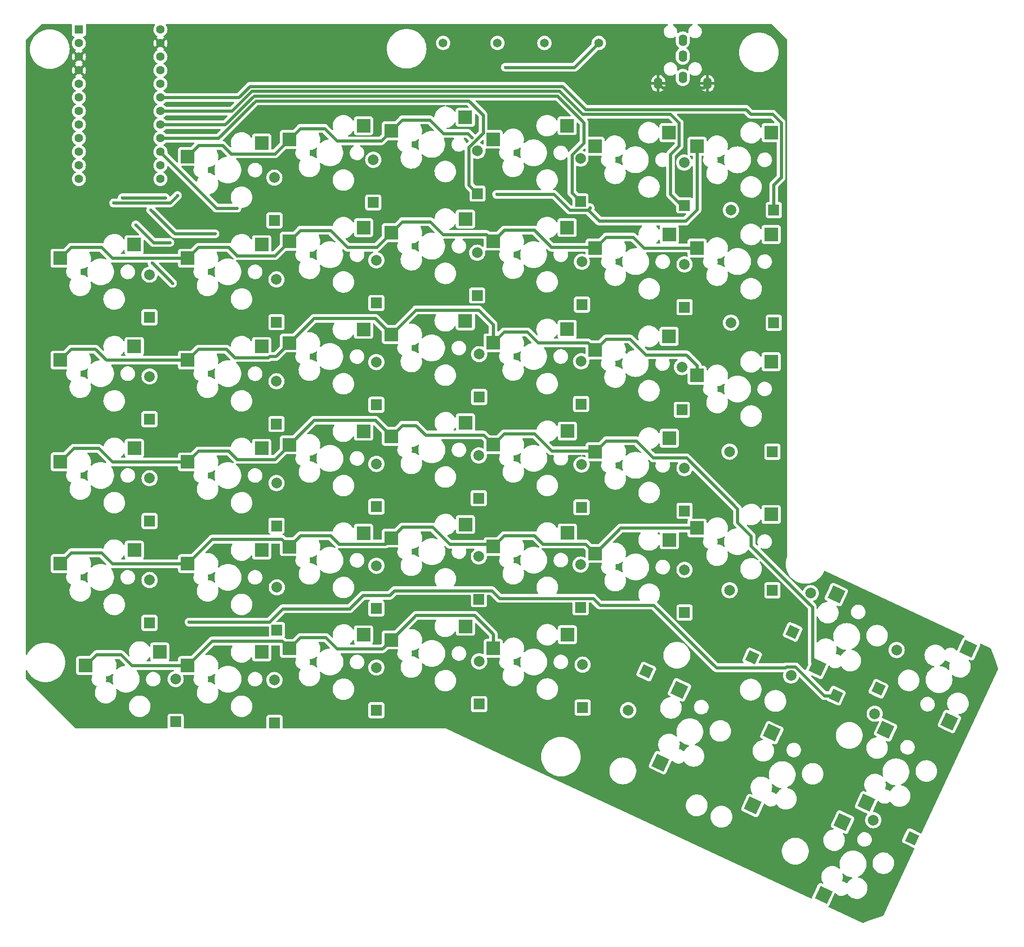
<source format=gbr>
G04 #@! TF.GenerationSoftware,KiCad,Pcbnew,(6.0.9-0)*
G04 #@! TF.CreationDate,2023-04-21T13:05:04+10:00*
G04 #@! TF.ProjectId,ErgoMaxReversible,4572676f-4d61-4785-9265-766572736962,rev?*
G04 #@! TF.SameCoordinates,Original*
G04 #@! TF.FileFunction,Copper,L2,Bot*
G04 #@! TF.FilePolarity,Positive*
%FSLAX46Y46*%
G04 Gerber Fmt 4.6, Leading zero omitted, Abs format (unit mm)*
G04 Created by KiCad (PCBNEW (6.0.9-0)) date 2023-04-21 13:05:04*
%MOMM*%
%LPD*%
G01*
G04 APERTURE LIST*
G04 Aperture macros list*
%AMRotRect*
0 Rectangle, with rotation*
0 The origin of the aperture is its center*
0 $1 length*
0 $2 width*
0 $3 Rotation angle, in degrees counterclockwise*
0 Add horizontal line*
21,1,$1,$2,0,0,$3*%
G04 Aperture macros list end*
G04 #@! TA.AperFunction,ComponentPad*
%ADD10O,1.600000X2.200000*%
G04 #@! TD*
G04 #@! TA.AperFunction,ComponentPad*
%ADD11R,1.600000X1.600000*%
G04 #@! TD*
G04 #@! TA.AperFunction,ComponentPad*
%ADD12C,1.600000*%
G04 #@! TD*
G04 #@! TA.AperFunction,ComponentPad*
%ADD13R,2.000000X2.000000*%
G04 #@! TD*
G04 #@! TA.AperFunction,ComponentPad*
%ADD14C,2.000000*%
G04 #@! TD*
G04 #@! TA.AperFunction,ComponentPad*
%ADD15RotRect,2.000000X2.000000X335.000000*%
G04 #@! TD*
G04 #@! TA.AperFunction,ComponentPad*
%ADD16RotRect,2.000000X2.000000X155.000000*%
G04 #@! TD*
G04 #@! TA.AperFunction,ComponentPad*
%ADD17RotRect,2.000000X2.000000X65.000000*%
G04 #@! TD*
G04 #@! TA.AperFunction,ComponentPad*
%ADD18RotRect,2.000000X2.000000X245.000000*%
G04 #@! TD*
G04 #@! TA.AperFunction,ComponentPad*
%ADD19C,1.651000*%
G04 #@! TD*
G04 #@! TA.AperFunction,SMDPad,CuDef*
%ADD20R,2.550000X2.500000*%
G04 #@! TD*
G04 #@! TA.AperFunction,SMDPad,CuDef*
%ADD21RotRect,2.550000X2.500000X65.000000*%
G04 #@! TD*
G04 #@! TA.AperFunction,SMDPad,CuDef*
%ADD22RotRect,2.550000X2.500000X245.000000*%
G04 #@! TD*
G04 #@! TA.AperFunction,ViaPad*
%ADD23C,0.609600*%
G04 #@! TD*
G04 #@! TA.AperFunction,Conductor*
%ADD24C,0.600000*%
G04 #@! TD*
G04 APERTURE END LIST*
D10*
X236897818Y-49239940D03*
X227697818Y-49239940D03*
X232297818Y-48139940D03*
X232297818Y-44139940D03*
X232297818Y-41139940D03*
D11*
X119398274Y-39174381D03*
D12*
X119398274Y-41714381D03*
X119398274Y-44254381D03*
X119398274Y-46794381D03*
X119398274Y-49334381D03*
X119398274Y-51874381D03*
X119398274Y-54414381D03*
X119398274Y-56954381D03*
X119398274Y-59494381D03*
X119398274Y-62034381D03*
X119398274Y-64574381D03*
X119398274Y-67114381D03*
X134638274Y-67114381D03*
X134638274Y-64574381D03*
X134638274Y-62034381D03*
X134638274Y-59494381D03*
X134638274Y-56954381D03*
X134638274Y-54414381D03*
X134638274Y-51874381D03*
X134638274Y-49334381D03*
X134638274Y-46794381D03*
X134638274Y-44254381D03*
X134638274Y-41714381D03*
X134638274Y-39174381D03*
D13*
X249302617Y-93997740D03*
D14*
X241302617Y-93997740D03*
D13*
X132607859Y-112048807D03*
D14*
X132607859Y-104048807D03*
D13*
X156339569Y-112951443D03*
D14*
X156339569Y-104951443D03*
D13*
X175004603Y-109362626D03*
D14*
X175004603Y-101362626D03*
D13*
X194233377Y-107893586D03*
D14*
X194233377Y-99893586D03*
D13*
X213303701Y-109216917D03*
D14*
X213303701Y-101216917D03*
D13*
X249048615Y-118127743D03*
D14*
X241048615Y-118127743D03*
D13*
X174441045Y-71522798D03*
D14*
X174441045Y-63522798D03*
D13*
X232122553Y-110298961D03*
D14*
X232122553Y-102298961D03*
D13*
X155950000Y-74870000D03*
D14*
X155950000Y-66870000D03*
D13*
X213435777Y-90603799D03*
D14*
X213435777Y-82603799D03*
D13*
X232622770Y-91098589D03*
D14*
X232622770Y-83098589D03*
D15*
X275151231Y-190412473D03*
D14*
X267900769Y-187031527D03*
D13*
X193860000Y-88904541D03*
D14*
X193860000Y-80904541D03*
D13*
X175007099Y-90320650D03*
D14*
X175007099Y-82320650D03*
D13*
X156340799Y-93898745D03*
D14*
X156340799Y-85898745D03*
D13*
X132604462Y-93005705D03*
D14*
X132604462Y-85005705D03*
D13*
X249302616Y-72915738D03*
D14*
X241302616Y-72915738D03*
D13*
X232580533Y-72048711D03*
D14*
X232580533Y-64048711D03*
D13*
X213163990Y-71299808D03*
D14*
X213163990Y-63299808D03*
D13*
X193920957Y-69844382D03*
D14*
X193920957Y-61844382D03*
D13*
X213191931Y-147240720D03*
D14*
X213191931Y-139240720D03*
D16*
X245284186Y-156594665D03*
D14*
X252534648Y-159975611D03*
D13*
X232622776Y-148225065D03*
D14*
X232622776Y-140225065D03*
D13*
X249048615Y-144035742D03*
D14*
X241048615Y-144035742D03*
D16*
X260930586Y-163749842D03*
D14*
X268181048Y-167130788D03*
D13*
X137479610Y-168645298D03*
D14*
X137479610Y-160645298D03*
D13*
X155956000Y-168846000D03*
D14*
X155956000Y-160846000D03*
D13*
X175020000Y-166490000D03*
D14*
X175020000Y-158490000D03*
D13*
X194228302Y-165343298D03*
D14*
X194228302Y-157343298D03*
D13*
X213572778Y-165965071D03*
D14*
X213572778Y-157965071D03*
D17*
X225466592Y-159239525D03*
D14*
X222085646Y-166489987D03*
D13*
X156345306Y-131990147D03*
D14*
X156345306Y-123990147D03*
D13*
X175020003Y-128410246D03*
D14*
X175020003Y-120410246D03*
D13*
X132618182Y-131088904D03*
D14*
X132618182Y-123088904D03*
D13*
X194182580Y-145716718D03*
D14*
X194182580Y-137716718D03*
D13*
X175020003Y-147460007D03*
D14*
X175020003Y-139460007D03*
D13*
X156422778Y-151500000D03*
D14*
X156422778Y-143500000D03*
D13*
X132612777Y-150135071D03*
D14*
X132612777Y-142135071D03*
D18*
X268895307Y-162466631D03*
D14*
X272276253Y-155216169D03*
D18*
X252829802Y-151836731D03*
D14*
X256210748Y-144586269D03*
D13*
X232622775Y-129195905D03*
D14*
X232622775Y-121195905D03*
D13*
X213372274Y-128528543D03*
D14*
X213372274Y-120528543D03*
D13*
X194162249Y-126829278D03*
D14*
X194162249Y-118829278D03*
D19*
X216594537Y-41671202D03*
X206434537Y-41671202D03*
X197656294Y-41671199D03*
X187496294Y-41671199D03*
D20*
X153555714Y-79406383D03*
X139705714Y-81946383D03*
X210718618Y-152365742D03*
X196868618Y-154905742D03*
X191651315Y-74610823D03*
X177801315Y-77150823D03*
X248818620Y-101311381D03*
X234968620Y-103851381D03*
X229726214Y-96551780D03*
X215876214Y-99091780D03*
X210693216Y-76203164D03*
X196843216Y-78743164D03*
X210693057Y-95241000D03*
X196843057Y-97781000D03*
X191647655Y-93655284D03*
X177797655Y-96195284D03*
X172603216Y-95258359D03*
X158753216Y-97798359D03*
X153554471Y-98459081D03*
X139704471Y-100999081D03*
X129753700Y-98449480D03*
X115903700Y-100989480D03*
X248818619Y-77491673D03*
X234968619Y-80031673D03*
X229768613Y-77499260D03*
X215918613Y-80039260D03*
X248818614Y-58451380D03*
X234968614Y-60991380D03*
X172605716Y-76216383D03*
X158755716Y-78756383D03*
X229726369Y-58449383D03*
X215876369Y-60989383D03*
X172608623Y-57162783D03*
X158758623Y-59702783D03*
X129750296Y-79406382D03*
X115900296Y-81946382D03*
X210718617Y-133325743D03*
X196868617Y-135865743D03*
D21*
X262173791Y-187399345D03*
X258622550Y-201025158D03*
X248945924Y-170674750D03*
X245394683Y-184300563D03*
X231675278Y-162656572D03*
X228124037Y-176282385D03*
D20*
X172618619Y-133355738D03*
X158768619Y-135895738D03*
X153558616Y-60369377D03*
X139708616Y-62909377D03*
X191668625Y-112702981D03*
X177818625Y-115242981D03*
X172618620Y-152385739D03*
X158768620Y-154925739D03*
X153568622Y-155585742D03*
X139718622Y-158125742D03*
X134518611Y-155585738D03*
X120668611Y-158125738D03*
D21*
X270206651Y-170159723D03*
X266655410Y-183785536D03*
D20*
X191668613Y-150785740D03*
X177818613Y-153325740D03*
X248818619Y-129865741D03*
X234968619Y-132405741D03*
X229768618Y-134625739D03*
X215918618Y-137165739D03*
X129764015Y-117489582D03*
X115914015Y-120029582D03*
X191668616Y-131745741D03*
X177818616Y-134285741D03*
X153568620Y-136535744D03*
X139718620Y-139075744D03*
X129758614Y-136535738D03*
X115908614Y-139075738D03*
D22*
X282149080Y-168589711D03*
X285700321Y-154963898D03*
D21*
X260997736Y-144844551D03*
X257446495Y-158470364D03*
D20*
X229768610Y-115596582D03*
X215918610Y-118136582D03*
X210718616Y-114285743D03*
X196868616Y-116825743D03*
X172618619Y-114305985D03*
X158768619Y-116845985D03*
X153560213Y-117497779D03*
X139710213Y-120037779D03*
X191648615Y-55565384D03*
X177798615Y-58105384D03*
X210688616Y-57149381D03*
X196838616Y-59689381D03*
D23*
X153558616Y-60369377D03*
X132842000Y-72898000D03*
X144856382Y-77356382D03*
X172608623Y-57162783D03*
X148959477Y-72579378D03*
X191648615Y-55565384D03*
X210688616Y-57149381D03*
X229726369Y-58449383D03*
X248818614Y-58451380D03*
X129750296Y-79406382D03*
X153555714Y-79406383D03*
X172605716Y-76216383D03*
X191651315Y-74610823D03*
X210693216Y-76203164D03*
X229768613Y-77499260D03*
X248818619Y-77491673D03*
X129753700Y-98449480D03*
X153554471Y-98459081D03*
X172603216Y-95258359D03*
X191647655Y-93655284D03*
X210693057Y-95241000D03*
X229726214Y-96551780D03*
X248818620Y-101311381D03*
X129764015Y-117489582D03*
X153560213Y-117497779D03*
X172618619Y-114305985D03*
X191668625Y-112702981D03*
X210718616Y-114285743D03*
X229768610Y-115596582D03*
X260991875Y-144846900D03*
X140000000Y-150000000D03*
X136906000Y-86614000D03*
X133096000Y-82855483D03*
X282143223Y-168592048D03*
X129758614Y-136535738D03*
X153568620Y-136535744D03*
X172618619Y-133355738D03*
X191668616Y-131745741D03*
X210718617Y-133325743D03*
X229768618Y-134625739D03*
X248818619Y-129865741D03*
X270200797Y-170162067D03*
X134518611Y-155585738D03*
X153568622Y-155585742D03*
X172618620Y-152385739D03*
X191668613Y-150785740D03*
X210718618Y-152365742D03*
X231669429Y-162658913D03*
X248940075Y-170677093D03*
X262167937Y-187401697D03*
X234968614Y-66071380D03*
X196838616Y-59689381D03*
X215876369Y-60989383D03*
X136398000Y-78994000D03*
X192857283Y-59352864D03*
X197500000Y-70000000D03*
X177798615Y-58105384D03*
X215000000Y-72500000D03*
X158758623Y-59702783D03*
X139708616Y-62909377D03*
X130048000Y-75692000D03*
X158755716Y-78756383D03*
X196843216Y-78743164D03*
X215918613Y-80039260D03*
X177801315Y-77150823D03*
X139705714Y-81946383D03*
X234968619Y-80031673D03*
X115900296Y-81946382D03*
X158753216Y-97798359D03*
X115903700Y-100989480D03*
X234968620Y-103851381D03*
X215876214Y-99091780D03*
X196843057Y-97781000D03*
X139704471Y-100999081D03*
X177797655Y-96195284D03*
X115914015Y-120029582D03*
X285694464Y-154966236D03*
X158768619Y-116845985D03*
X257440642Y-158472714D03*
X196868616Y-116825743D03*
X139710213Y-120037779D03*
X215918610Y-118136582D03*
X177818625Y-115242981D03*
X177818616Y-134285741D03*
X234968619Y-132405741D03*
X266649557Y-183787874D03*
X115908614Y-139075738D03*
X139718620Y-139075744D03*
X158768619Y-135895738D03*
X196868617Y-135865743D03*
X215918618Y-137165739D03*
X177818613Y-153325740D03*
X139718622Y-158125742D03*
X196868618Y-154905742D03*
X120668611Y-158125738D03*
X245388828Y-184302905D03*
X258616698Y-201027510D03*
X158768620Y-154925739D03*
X228118183Y-176284726D03*
X135547374Y-70612000D03*
X127508000Y-70681300D03*
X199136000Y-46228000D03*
X125909600Y-71590400D03*
X137828816Y-70214258D03*
D24*
X137300382Y-77356382D02*
X144856382Y-77356382D01*
X132842000Y-72898000D02*
X137300382Y-77356382D01*
X134638274Y-62068175D02*
X145149477Y-72579378D01*
X145149477Y-72579378D02*
X148959477Y-72579378D01*
X134638274Y-62034381D02*
X134638274Y-62068175D01*
X192316157Y-68239582D02*
X193920957Y-69844382D01*
X192316157Y-61179652D02*
X192316157Y-68239582D01*
X152500000Y-52500000D02*
X192317831Y-52500000D01*
X192317831Y-52500000D02*
X194958816Y-55140985D01*
X145505619Y-59494381D02*
X152500000Y-52500000D01*
X134638274Y-59494381D02*
X145505619Y-59494381D01*
X194958816Y-58536993D02*
X192316157Y-61179652D01*
X194958816Y-55140985D02*
X194958816Y-58536993D01*
X208869035Y-51595200D02*
X213828720Y-56554885D01*
X146766039Y-56954381D02*
X152125220Y-51595200D01*
X213828720Y-60365548D02*
X211559190Y-62635078D01*
X211559190Y-69695008D02*
X213163990Y-71299808D01*
X211559190Y-62635078D02*
X211559190Y-69695008D01*
X213828720Y-56554885D02*
X213828720Y-60365548D01*
X134638274Y-56954381D02*
X146766039Y-56954381D01*
X152125220Y-51595200D02*
X208869035Y-51595200D01*
X230000000Y-55000000D02*
X231606169Y-56606169D01*
X209243816Y-50690401D02*
X213553415Y-55000000D01*
X230000000Y-70000000D02*
X232048711Y-72048711D01*
X231606169Y-56606169D02*
X231606169Y-60893831D01*
X148026459Y-54414381D02*
X151750440Y-50690400D01*
X134638274Y-54414381D02*
X148026459Y-54414381D01*
X231606169Y-60893831D02*
X230000000Y-62500000D01*
X232048711Y-72048711D02*
X232580533Y-72048711D01*
X213553415Y-55000000D02*
X230000000Y-55000000D01*
X230000000Y-62500000D02*
X230000000Y-70000000D01*
X151750440Y-50690400D02*
X209243816Y-50690401D01*
X245000000Y-55000000D02*
X249101834Y-55000000D01*
X250698414Y-66801586D02*
X249302616Y-68197384D01*
X209785600Y-49785600D02*
X214095200Y-54095200D01*
X244095200Y-54095200D02*
X245000000Y-55000000D01*
X149286879Y-51874381D02*
X151375660Y-49785600D01*
X151375660Y-49785600D02*
X209785600Y-49785600D01*
X249101834Y-55000000D02*
X250698414Y-56596580D01*
X250698414Y-56596580D02*
X250698414Y-66801586D01*
X214095200Y-54095200D02*
X244095200Y-54095200D01*
X134638274Y-51874381D02*
X149286879Y-51874381D01*
X249302616Y-68197384D02*
X249302616Y-72915738D01*
X215535744Y-145535744D02*
X216835740Y-146835740D01*
X155000000Y-150000000D02*
X157500000Y-147500000D01*
X133096000Y-82855483D02*
X133147483Y-82855483D01*
X177500000Y-145000000D02*
X178388082Y-144111918D01*
X251471609Y-158528391D02*
X251629189Y-158370811D01*
X226867757Y-146835740D02*
X238560408Y-158528391D01*
X238560408Y-158528391D02*
X251471609Y-158528391D01*
X216835740Y-146835740D02*
X226867757Y-146835740D01*
X133147483Y-82855483D02*
X136906000Y-86614000D01*
X170000000Y-147500000D02*
X172500000Y-145000000D01*
X172500000Y-145000000D02*
X177500000Y-145000000D01*
X196611918Y-144111918D02*
X198035744Y-145535744D01*
X253370811Y-158370811D02*
X258749842Y-163749842D01*
X198035744Y-145535744D02*
X215535744Y-145535744D01*
X251629189Y-158370811D02*
X253370811Y-158370811D01*
X140000000Y-150000000D02*
X155000000Y-150000000D01*
X178388082Y-144111918D02*
X196611918Y-144111918D01*
X258749842Y-163749842D02*
X260930586Y-163749842D01*
X157500000Y-147500000D02*
X170000000Y-147500000D01*
X160808624Y-57652782D02*
X165326242Y-57652782D01*
X234968614Y-72870230D02*
X234968614Y-66071380D01*
X234968614Y-66071380D02*
X234968614Y-60991380D01*
X141758617Y-60859376D02*
X139708616Y-62909377D01*
X208224652Y-70000000D02*
X211129260Y-72904608D01*
X177798615Y-58105384D02*
X179848616Y-56055383D01*
X165326242Y-57652782D02*
X167673460Y-60000000D01*
X156042028Y-62419378D02*
X158758623Y-59702783D01*
X216690784Y-75000000D02*
X232838844Y-75000000D01*
X146276235Y-60859376D02*
X141758617Y-60859376D01*
X175903999Y-60000000D02*
X177798615Y-58105384D01*
X147836237Y-62419378D02*
X146276235Y-60859376D01*
X167673460Y-60000000D02*
X175903999Y-60000000D01*
X158758623Y-59702783D02*
X160808624Y-57652782D01*
X197500000Y-70000000D02*
X208224652Y-70000000D01*
X232838844Y-75000000D02*
X234968614Y-72870230D01*
X214595392Y-72904608D02*
X216690784Y-75000000D01*
X179848616Y-56055383D02*
X185027986Y-56055383D01*
X211129260Y-72904608D02*
X214595392Y-72904608D01*
X185027986Y-56055383D02*
X187580718Y-58608115D01*
X214595392Y-72904608D02*
X215000000Y-72500000D01*
X136398000Y-78994000D02*
X133350000Y-78994000D01*
X147836237Y-62419378D02*
X156042028Y-62419378D01*
X192112534Y-58608115D02*
X192857283Y-59352864D01*
X133350000Y-78994000D02*
X130048000Y-75692000D01*
X187580718Y-58608115D02*
X192112534Y-58608115D01*
X225031673Y-80031673D02*
X234968619Y-80031673D01*
X158755716Y-78756383D02*
X160805717Y-76706382D01*
X222989259Y-77989259D02*
X225031673Y-80031673D01*
X147396573Y-79896382D02*
X148956575Y-81456384D01*
X179851316Y-75100822D02*
X185100822Y-75100822D01*
X117950297Y-79896381D02*
X123591155Y-79896381D01*
X215918613Y-80039260D02*
X217968614Y-77989259D01*
X175056656Y-79895482D02*
X177801315Y-77150823D01*
X187500000Y-77500000D02*
X195600052Y-77500000D01*
X195600052Y-77500000D02*
X196843216Y-78743164D01*
X198893217Y-76693163D02*
X204534075Y-76693163D01*
X156055715Y-81456384D02*
X158755716Y-78756383D01*
X204534075Y-76693163D02*
X207723175Y-79882263D01*
X115900296Y-81946382D02*
X117950297Y-79896381D01*
X215761616Y-79882263D02*
X215918613Y-80039260D01*
X177801315Y-77150823D02*
X179851316Y-75100822D01*
X185100822Y-75100822D02*
X187500000Y-77500000D01*
X169635676Y-79895482D02*
X175056656Y-79895482D01*
X217968614Y-77989259D02*
X222989259Y-77989259D01*
X148956575Y-81456384D02*
X156055715Y-81456384D01*
X139705714Y-81946383D02*
X141755715Y-79896382D01*
X196843216Y-78743164D02*
X198893217Y-76693163D01*
X207723175Y-79882263D02*
X215761616Y-79882263D01*
X166446576Y-76706382D02*
X169635676Y-79895482D01*
X160805717Y-76706382D02*
X166446576Y-76706382D01*
X125641157Y-81946383D02*
X139705714Y-81946383D01*
X123591155Y-79896381D02*
X125641157Y-81946383D01*
X141755715Y-79896382D02*
X147396573Y-79896382D01*
X222443833Y-97041779D02*
X225402054Y-100000000D01*
X217926215Y-97041779D02*
X222443833Y-97041779D01*
X141754472Y-98949080D02*
X146950918Y-98949080D01*
X232967239Y-100000000D02*
X234968620Y-102001381D01*
X158753216Y-97798359D02*
X163343217Y-93208358D01*
X122471319Y-98939479D02*
X124530921Y-100999081D01*
X115903700Y-100989480D02*
X117953701Y-98939479D01*
X117953701Y-98939479D02*
X122471319Y-98939479D01*
X156237694Y-100313881D02*
X158753216Y-97798359D01*
X163343217Y-93208358D02*
X174810729Y-93208358D01*
X124530921Y-100999081D02*
X139704471Y-100999081D01*
X174810729Y-93208358D02*
X177797655Y-96195284D01*
X234968620Y-102001381D02*
X234968620Y-103851381D01*
X154804799Y-100509082D02*
X155000000Y-100313881D01*
X155000000Y-100313881D02*
X156237694Y-100313881D01*
X139704471Y-100999081D02*
X141754472Y-98949080D01*
X214561533Y-97777099D02*
X215876214Y-99091780D01*
X203230999Y-95730999D02*
X205277099Y-97777099D01*
X196843057Y-97781000D02*
X198893058Y-95730999D01*
X225402054Y-100000000D02*
X232967239Y-100000000D01*
X182387656Y-91605283D02*
X194105283Y-91605283D01*
X198893058Y-95730999D02*
X203230999Y-95730999D01*
X177797655Y-96195284D02*
X182387656Y-91605283D01*
X215876214Y-99091780D02*
X217926215Y-97041779D01*
X146950918Y-98949080D02*
X148510920Y-100509082D01*
X194105283Y-91605283D02*
X196843057Y-94343057D01*
X196843057Y-94343057D02*
X196843057Y-97781000D01*
X148510920Y-100509082D02*
X154804799Y-100509082D01*
X205277099Y-97777099D02*
X214561533Y-97777099D01*
X147401072Y-117987778D02*
X148961074Y-119547780D01*
X226775681Y-119275681D02*
X232972081Y-119275681D01*
X182417764Y-113192980D02*
X184224784Y-115000000D01*
X256505886Y-157529755D02*
X257446495Y-158470364D01*
X179868626Y-113192980D02*
X182417764Y-113192980D01*
X141760214Y-117987778D02*
X147401072Y-117987778D01*
X174831628Y-112255984D02*
X177818625Y-115242981D01*
X215918610Y-118136582D02*
X217968611Y-116086581D01*
X184224784Y-115000000D02*
X195042873Y-115000000D01*
X156066824Y-119547780D02*
X158768619Y-116845985D01*
X207748575Y-117964842D02*
X215746870Y-117964842D01*
X242500000Y-131319502D02*
X245072520Y-133892022D01*
X217968611Y-116086581D02*
X223586581Y-116086581D01*
X118443597Y-117500000D02*
X123125293Y-117500000D01*
X245072520Y-133892022D02*
X245072520Y-135717571D01*
X148961074Y-119547780D02*
X156066824Y-119547780D01*
X223586581Y-116086581D02*
X226775681Y-119275681D01*
X242500000Y-128803600D02*
X242500000Y-131319502D01*
X163358620Y-112255984D02*
X174831628Y-112255984D01*
X198918617Y-114775742D02*
X204559475Y-114775742D01*
X195042873Y-115000000D02*
X196868616Y-116825743D01*
X245072520Y-135717571D02*
X256505886Y-147150937D01*
X204559475Y-114775742D02*
X207748575Y-117964842D01*
X115914015Y-120029582D02*
X118443597Y-117500000D01*
X123125293Y-117500000D02*
X125663072Y-120037779D01*
X215746870Y-117964842D02*
X215918610Y-118136582D01*
X139710213Y-120037779D02*
X141760214Y-117987778D01*
X232972081Y-119275681D02*
X242500000Y-128803600D01*
X125663072Y-120037779D02*
X139710213Y-120037779D01*
X256505886Y-147150937D02*
X256505886Y-157529755D01*
X177818625Y-115242981D02*
X179868626Y-113192980D01*
X196868616Y-116825743D02*
X198918617Y-114775742D01*
X158768619Y-116845985D02*
X163358620Y-112255984D01*
X204559476Y-133815742D02*
X206119478Y-135375744D01*
X215918618Y-137165739D02*
X220678616Y-132405741D01*
X220678616Y-132405741D02*
X234968619Y-132405741D01*
X177818616Y-134285741D02*
X179868617Y-132235740D01*
X158768619Y-135895738D02*
X160818620Y-133845737D01*
X125649480Y-139075744D02*
X139718620Y-139075744D01*
X196868617Y-135865743D02*
X198918618Y-133815742D01*
X188698575Y-135424840D02*
X196427714Y-135424840D01*
X139718620Y-139075744D02*
X144308621Y-134485743D01*
X206119478Y-135375744D02*
X214128623Y-135375744D01*
X179868617Y-132235740D02*
X185509475Y-132235740D01*
X144308621Y-134485743D02*
X157358624Y-134485743D01*
X117958615Y-137025737D02*
X123599473Y-137025737D01*
X160818620Y-133845737D02*
X166459478Y-133845737D01*
X196427714Y-135424840D02*
X196868617Y-135865743D01*
X176698618Y-135405739D02*
X177818616Y-134285741D01*
X214128623Y-135375744D02*
X215918618Y-137165739D01*
X166459478Y-133845737D02*
X168019480Y-135405739D01*
X157358624Y-134485743D02*
X158768619Y-135895738D01*
X115908614Y-139075738D02*
X117958615Y-137025737D01*
X185509475Y-132235740D02*
X188698575Y-135424840D01*
X168019480Y-135405739D02*
X176698618Y-135405739D01*
X198918618Y-133815742D02*
X204559476Y-133815742D01*
X123599473Y-137025737D02*
X125649480Y-139075744D01*
X158768620Y-154925739D02*
X160818621Y-152875738D01*
X182408614Y-148735739D02*
X193353212Y-148735739D01*
X196868618Y-152251145D02*
X196868618Y-154905742D01*
X165524260Y-152875738D02*
X167648522Y-155000000D01*
X176144353Y-155000000D02*
X177818613Y-153325740D01*
X122718612Y-156075737D02*
X127236230Y-156075737D01*
X167648522Y-155000000D02*
X176144353Y-155000000D01*
X193353212Y-148735739D02*
X196868618Y-152251145D01*
X129286235Y-158125742D02*
X139718622Y-158125742D01*
X160818621Y-152875738D02*
X165524260Y-152875738D01*
X139718622Y-158125742D02*
X144308623Y-153535741D01*
X177818613Y-153325740D02*
X182408614Y-148735739D01*
X127236230Y-156075737D02*
X129286235Y-158125742D01*
X157378622Y-153535741D02*
X158768620Y-154925739D01*
X120668611Y-158125738D02*
X122718612Y-156075737D01*
X144308623Y-153535741D02*
X157378622Y-153535741D01*
X127508000Y-70681300D02*
X127577300Y-70612000D01*
X127577300Y-70612000D02*
X135547374Y-70612000D01*
X199136000Y-46228000D02*
X212037739Y-46228000D01*
X136452674Y-71590400D02*
X137828816Y-70214258D01*
X125909600Y-71590400D02*
X136452674Y-71590400D01*
X212037739Y-46228000D02*
X216594537Y-41671202D01*
X227697818Y-49239940D02*
X228495878Y-50038000D01*
X228495878Y-50038000D02*
X236220000Y-50038000D01*
G04 #@! TA.AperFunction,Conductor*
G36*
X248953621Y-38174245D02*
G01*
X248974666Y-38191218D01*
X251283003Y-40503254D01*
X251772765Y-40993801D01*
X251806740Y-41056140D01*
X251809598Y-41082824D01*
X251809944Y-106957620D01*
X251810105Y-137675130D01*
X251810105Y-137748512D01*
X251801736Y-137793668D01*
X251728618Y-137984146D01*
X251628347Y-138358364D01*
X251606534Y-138496088D01*
X251569219Y-138731685D01*
X251567741Y-138741014D01*
X251547465Y-139127902D01*
X251567741Y-139514790D01*
X251568254Y-139518030D01*
X251568255Y-139518038D01*
X251585324Y-139625804D01*
X251628347Y-139897440D01*
X251728618Y-140271658D01*
X251729803Y-140274746D01*
X251729804Y-140274748D01*
X251756852Y-140345209D01*
X251867457Y-140633345D01*
X252043341Y-140978538D01*
X252254345Y-141303455D01*
X252498156Y-141604536D01*
X252772103Y-141878483D01*
X253073184Y-142122294D01*
X253398101Y-142333298D01*
X253743294Y-142509182D01*
X253913771Y-142574622D01*
X254076789Y-142637199D01*
X254104981Y-142648021D01*
X254479199Y-142748292D01*
X254661963Y-142777239D01*
X254858601Y-142808384D01*
X254858609Y-142808385D01*
X254861849Y-142808898D01*
X255151958Y-142824102D01*
X255345516Y-142824102D01*
X255635625Y-142808898D01*
X255638865Y-142808385D01*
X255638873Y-142808384D01*
X255835511Y-142777239D01*
X256018275Y-142748292D01*
X256392493Y-142648021D01*
X256420686Y-142637199D01*
X256583703Y-142574622D01*
X256754180Y-142509182D01*
X257099373Y-142333298D01*
X257424290Y-142122294D01*
X257725371Y-141878483D01*
X257999318Y-141604536D01*
X258243129Y-141303455D01*
X258454133Y-140978538D01*
X258554976Y-140780621D01*
X258628522Y-140636280D01*
X258628525Y-140636273D01*
X258630017Y-140633345D01*
X258633075Y-140625380D01*
X258674305Y-140517972D01*
X258717391Y-140461544D01*
X258784145Y-140437368D01*
X258845185Y-140448932D01*
X284886726Y-152592190D01*
X284940012Y-152639107D01*
X284959473Y-152707384D01*
X284938931Y-152775344D01*
X284892925Y-152817478D01*
X284802141Y-152866054D01*
X284795734Y-152872339D01*
X284729262Y-152937547D01*
X284698161Y-152968056D01*
X284665759Y-153021557D01*
X284664317Y-153024648D01*
X284664315Y-153024653D01*
X284012343Y-154422812D01*
X283645762Y-155208949D01*
X283622303Y-155259256D01*
X283575386Y-155312541D01*
X283507108Y-155332002D01*
X283439149Y-155311460D01*
X283412942Y-155288586D01*
X283304859Y-155164031D01*
X283304857Y-155164029D01*
X283301359Y-155159998D01*
X283254343Y-155121447D01*
X283127091Y-155017106D01*
X283127085Y-155017102D01*
X283122963Y-155013722D01*
X282922471Y-154899596D01*
X282917455Y-154897775D01*
X282917450Y-154897773D01*
X282710631Y-154822701D01*
X282710627Y-154822700D01*
X282705616Y-154820881D01*
X282700367Y-154819932D01*
X282700364Y-154819931D01*
X282482683Y-154780568D01*
X282482676Y-154780567D01*
X282478599Y-154779830D01*
X282460862Y-154778994D01*
X282455914Y-154778760D01*
X282455907Y-154778760D01*
X282454426Y-154778690D01*
X282292281Y-154778690D01*
X282225325Y-154784371D01*
X282125644Y-154792829D01*
X282125640Y-154792830D01*
X282120333Y-154793280D01*
X282115178Y-154794618D01*
X282115172Y-154794619D01*
X281902203Y-154849895D01*
X281902199Y-154849896D01*
X281897034Y-154851237D01*
X281892168Y-154853429D01*
X281892165Y-154853430D01*
X281719719Y-154931111D01*
X281686691Y-154945989D01*
X281682271Y-154948965D01*
X281682267Y-154948967D01*
X281605909Y-155000375D01*
X281495321Y-155074828D01*
X281491469Y-155078502D01*
X281491461Y-155078509D01*
X281402097Y-155163758D01*
X281339001Y-155196305D01*
X281268324Y-155189573D01*
X281210667Y-155143046D01*
X281203236Y-155132029D01*
X281098044Y-154976075D01*
X281090709Y-154967928D01*
X280959945Y-154822701D01*
X280910088Y-154767329D01*
X280876008Y-154738732D01*
X280797637Y-154672971D01*
X280694909Y-154586772D01*
X280456695Y-154437920D01*
X280243255Y-154342890D01*
X280204098Y-154325456D01*
X280204096Y-154325455D01*
X280200084Y-154323669D01*
X279963873Y-154255937D01*
X279934296Y-154247456D01*
X279934295Y-154247456D01*
X279930069Y-154246244D01*
X279925719Y-154245633D01*
X279925716Y-154245632D01*
X279781912Y-154225422D01*
X279651907Y-154207151D01*
X279441313Y-154207151D01*
X279439127Y-154207304D01*
X279439123Y-154207304D01*
X279235632Y-154221533D01*
X279235627Y-154221534D01*
X279231247Y-154221840D01*
X278956489Y-154280242D01*
X278952360Y-154281745D01*
X278952356Y-154281746D01*
X278696678Y-154374805D01*
X278696674Y-154374807D01*
X278692533Y-154376314D01*
X278444517Y-154508187D01*
X278440958Y-154510773D01*
X278440956Y-154510774D01*
X278277008Y-154629889D01*
X278217267Y-154673293D01*
X278214103Y-154676349D01*
X278214100Y-154676351D01*
X278166066Y-154722737D01*
X278015207Y-154868420D01*
X277842271Y-155089769D01*
X277840075Y-155093573D01*
X277840070Y-155093580D01*
X277731543Y-155281555D01*
X277701823Y-155333032D01*
X277596597Y-155593475D01*
X277595532Y-155597748D01*
X277595531Y-155597750D01*
X277533262Y-155847498D01*
X277528642Y-155866027D01*
X277528183Y-155870395D01*
X277528182Y-155870400D01*
X277500554Y-156133269D01*
X277499281Y-156145384D01*
X277499434Y-156149772D01*
X277499434Y-156149778D01*
X277508259Y-156402477D01*
X277509084Y-156426109D01*
X277509846Y-156430432D01*
X277509847Y-156430439D01*
X277529425Y-156541470D01*
X277557861Y-156702738D01*
X277644662Y-156969886D01*
X277646590Y-156973839D01*
X277646592Y-156973844D01*
X277691529Y-157065977D01*
X277767799Y-157222353D01*
X277770254Y-157225992D01*
X277770257Y-157225998D01*
X277821383Y-157301795D01*
X277924874Y-157455227D01*
X277927819Y-157458498D01*
X277927820Y-157458499D01*
X277982178Y-157518870D01*
X278112830Y-157663973D01*
X278328009Y-157844530D01*
X278407541Y-157894227D01*
X278518863Y-157963788D01*
X278566223Y-157993382D01*
X278716947Y-158060489D01*
X278817015Y-158105042D01*
X278822834Y-158107633D01*
X278844191Y-158113757D01*
X279064629Y-158176966D01*
X279092849Y-158185058D01*
X279097199Y-158185669D01*
X279097202Y-158185670D01*
X279188136Y-158198450D01*
X279252810Y-158227738D01*
X279291383Y-158287343D01*
X279291608Y-158358339D01*
X279253414Y-158418186D01*
X279224249Y-158437231D01*
X278995381Y-158544928D01*
X278992035Y-158547052D01*
X278992034Y-158547052D01*
X278967889Y-158562375D01*
X278729523Y-158713647D01*
X278486907Y-158914356D01*
X278271360Y-159143890D01*
X278269033Y-159147092D01*
X278269032Y-159147094D01*
X278238406Y-159189247D01*
X278086281Y-159398630D01*
X278084374Y-159402099D01*
X278084372Y-159402102D01*
X277940045Y-159664633D01*
X277934589Y-159674557D01*
X277854245Y-159877483D01*
X277826269Y-159948142D01*
X277818675Y-159967321D01*
X277740369Y-160272304D01*
X277700905Y-160584696D01*
X277700905Y-160899572D01*
X277740369Y-161211964D01*
X277818675Y-161516947D01*
X277934589Y-161809711D01*
X277936491Y-161813170D01*
X277936492Y-161813173D01*
X278083105Y-162079860D01*
X278086281Y-162085638D01*
X278165185Y-162194240D01*
X278258824Y-162323123D01*
X278271360Y-162340378D01*
X278486907Y-162569912D01*
X278729523Y-162770621D01*
X278749040Y-162783007D01*
X278942219Y-162905602D01*
X278995381Y-162939340D01*
X278998960Y-162941024D01*
X278998967Y-162941028D01*
X279276699Y-163071718D01*
X279276703Y-163071720D01*
X279280289Y-163073407D01*
X279284061Y-163074633D01*
X279284062Y-163074633D01*
X279340867Y-163093090D01*
X279579753Y-163170709D01*
X279889051Y-163229711D01*
X279982605Y-163235597D01*
X280122663Y-163244409D01*
X280122679Y-163244410D01*
X280124658Y-163244534D01*
X280281952Y-163244534D01*
X280283931Y-163244410D01*
X280283947Y-163244409D01*
X280424005Y-163235597D01*
X280517559Y-163229711D01*
X280826857Y-163170709D01*
X281065743Y-163093090D01*
X281122548Y-163074633D01*
X281122549Y-163074633D01*
X281126321Y-163073407D01*
X281129907Y-163071720D01*
X281129911Y-163071718D01*
X281407643Y-162941028D01*
X281407650Y-162941024D01*
X281411229Y-162939340D01*
X281464392Y-162905602D01*
X281657570Y-162783007D01*
X281677087Y-162770621D01*
X281919703Y-162569912D01*
X282135250Y-162340378D01*
X282147787Y-162323123D01*
X282241425Y-162194240D01*
X282320329Y-162085638D01*
X282323506Y-162079860D01*
X282470118Y-161813173D01*
X282470119Y-161813170D01*
X282472021Y-161809711D01*
X282587935Y-161516947D01*
X282666241Y-161211964D01*
X282705705Y-160899572D01*
X282705705Y-160584696D01*
X282666241Y-160272304D01*
X282638364Y-160163730D01*
X282598926Y-160010126D01*
X282601359Y-159939171D01*
X282641767Y-159880795D01*
X282707321Y-159853532D01*
X282777207Y-159866038D01*
X282801957Y-159882268D01*
X282860156Y-159931103D01*
X282928680Y-159988602D01*
X282928684Y-159988605D01*
X282932052Y-159991431D01*
X283170266Y-160140283D01*
X283308635Y-160201889D01*
X283409026Y-160246586D01*
X283426877Y-160254534D01*
X283696892Y-160331959D01*
X283701242Y-160332570D01*
X283701245Y-160332571D01*
X283804192Y-160347039D01*
X283975054Y-160371052D01*
X284185648Y-160371052D01*
X284187834Y-160370899D01*
X284187838Y-160370899D01*
X284391329Y-160356670D01*
X284391334Y-160356669D01*
X284395714Y-160356363D01*
X284670472Y-160297961D01*
X284674601Y-160296458D01*
X284674605Y-160296457D01*
X284930283Y-160203398D01*
X284930287Y-160203396D01*
X284934428Y-160201889D01*
X285182444Y-160070016D01*
X285190613Y-160064081D01*
X285406131Y-159907499D01*
X285406134Y-159907496D01*
X285409694Y-159904910D01*
X285420667Y-159894314D01*
X285501637Y-159816121D01*
X285611754Y-159709783D01*
X285774227Y-159501826D01*
X285781983Y-159491899D01*
X285781984Y-159491898D01*
X285784690Y-159488434D01*
X285786886Y-159484630D01*
X285786891Y-159484623D01*
X285910108Y-159271204D01*
X285925138Y-159245171D01*
X286030364Y-158984728D01*
X286040250Y-158945077D01*
X286097255Y-158716445D01*
X286097256Y-158716440D01*
X286098319Y-158712176D01*
X286098963Y-158706056D01*
X286127221Y-158437188D01*
X286127221Y-158437185D01*
X286127680Y-158432819D01*
X286127485Y-158427221D01*
X286118031Y-158156491D01*
X286118030Y-158156485D01*
X286117877Y-158152094D01*
X286116746Y-158145676D01*
X286076011Y-157914661D01*
X286069100Y-157875465D01*
X285982299Y-157608317D01*
X285979545Y-157602669D01*
X285910340Y-157460780D01*
X285859162Y-157355850D01*
X285769731Y-157223262D01*
X285768816Y-157221906D01*
X285747306Y-157154246D01*
X285765790Y-157085698D01*
X285818400Y-157038025D01*
X285888432Y-157026363D01*
X285926524Y-157037253D01*
X286123090Y-157128913D01*
X286182301Y-157149070D01*
X286244817Y-157153935D01*
X286318573Y-157159675D01*
X286318575Y-157159675D01*
X286327520Y-157160371D01*
X286336298Y-157158529D01*
X286336301Y-157158529D01*
X286461286Y-157132304D01*
X286461288Y-157132303D01*
X286470073Y-157130460D01*
X286491424Y-157119036D01*
X286590586Y-157065977D01*
X286598501Y-157061742D01*
X286604908Y-157055457D01*
X286696841Y-156965273D01*
X286696842Y-156965272D01*
X286702481Y-156959740D01*
X286718692Y-156932973D01*
X286733110Y-156909167D01*
X286733112Y-156909163D01*
X286734883Y-156906239D01*
X286738427Y-156898640D01*
X287361044Y-155563433D01*
X287853244Y-154507906D01*
X287873401Y-154448695D01*
X287884702Y-154303476D01*
X287881953Y-154290372D01*
X287871797Y-154241974D01*
X287863556Y-154202697D01*
X287869143Y-154131921D01*
X287912108Y-154075401D01*
X287978809Y-154051081D01*
X288040120Y-154062628D01*
X288057257Y-154070619D01*
X289855320Y-154909062D01*
X289908605Y-154955978D01*
X289920460Y-154980131D01*
X290551136Y-156711620D01*
X291277270Y-158705186D01*
X291281790Y-158776039D01*
X291273074Y-158801558D01*
X286472119Y-169097433D01*
X276979989Y-189453755D01*
X276973521Y-189467625D01*
X276926604Y-189520911D01*
X276858327Y-189540372D01*
X276792332Y-189520425D01*
X276792184Y-189520670D01*
X276791229Y-189520091D01*
X276791227Y-189520090D01*
X276788100Y-189518197D01*
X276788095Y-189518193D01*
X276741611Y-189490041D01*
X276741607Y-189490039D01*
X276738683Y-189488268D01*
X276735592Y-189486826D01*
X276735587Y-189486824D01*
X275258797Y-188798186D01*
X274838819Y-188602347D01*
X274779608Y-188582190D01*
X274712092Y-188576936D01*
X274643336Y-188571585D01*
X274643334Y-188571585D01*
X274634389Y-188570889D01*
X274625611Y-188572731D01*
X274625608Y-188572731D01*
X274500623Y-188598956D01*
X274500621Y-188598957D01*
X274491836Y-188600800D01*
X274483920Y-188605036D01*
X274483919Y-188605036D01*
X274410596Y-188644269D01*
X274363408Y-188669518D01*
X274259428Y-188771520D01*
X274227026Y-188825021D01*
X274225584Y-188828112D01*
X274225582Y-188828117D01*
X273854153Y-189624650D01*
X273341105Y-190724885D01*
X273320948Y-190784096D01*
X273309647Y-190929315D01*
X273311489Y-190938093D01*
X273311489Y-190938096D01*
X273325330Y-191004060D01*
X273339558Y-191071868D01*
X273408276Y-191200296D01*
X273414561Y-191206703D01*
X273495552Y-191289264D01*
X273510278Y-191304276D01*
X273563779Y-191336678D01*
X273566870Y-191338120D01*
X273566875Y-191338122D01*
X274292611Y-191676538D01*
X275463643Y-192222599D01*
X275522854Y-192242756D01*
X275521938Y-192245447D01*
X275572703Y-192272433D01*
X275607423Y-192334361D01*
X275603151Y-192405229D01*
X275598805Y-192415769D01*
X270606035Y-203123002D01*
X269811320Y-204827305D01*
X269764403Y-204880591D01*
X269740187Y-204892468D01*
X266991821Y-205891871D01*
X266015207Y-206247002D01*
X265944352Y-206251484D01*
X265918906Y-206242787D01*
X259590978Y-203292564D01*
X259537690Y-203245650D01*
X259518224Y-203177374D01*
X259538761Y-203109413D01*
X259555985Y-203088418D01*
X259619067Y-203026537D01*
X259619072Y-203026531D01*
X259624710Y-203021000D01*
X259657112Y-202967499D01*
X260700568Y-200729800D01*
X260747485Y-200676515D01*
X260815763Y-200657054D01*
X260883722Y-200677596D01*
X260909929Y-200700470D01*
X260979035Y-200780107D01*
X261021512Y-200829058D01*
X261063647Y-200863606D01*
X261195780Y-200971950D01*
X261195786Y-200971954D01*
X261199908Y-200975334D01*
X261400400Y-201089460D01*
X261405416Y-201091281D01*
X261405421Y-201091283D01*
X261612240Y-201166355D01*
X261612244Y-201166356D01*
X261617255Y-201168175D01*
X261622504Y-201169124D01*
X261622507Y-201169125D01*
X261840188Y-201208488D01*
X261840195Y-201208489D01*
X261844272Y-201209226D01*
X261862009Y-201210062D01*
X261866957Y-201210296D01*
X261866964Y-201210296D01*
X261868445Y-201210366D01*
X262030590Y-201210366D01*
X262097546Y-201204685D01*
X262197227Y-201196227D01*
X262197231Y-201196226D01*
X262202538Y-201195776D01*
X262207693Y-201194438D01*
X262207699Y-201194437D01*
X262420668Y-201139161D01*
X262420672Y-201139160D01*
X262425837Y-201137819D01*
X262430703Y-201135627D01*
X262430706Y-201135626D01*
X262631314Y-201045259D01*
X262636180Y-201043067D01*
X262640600Y-201040091D01*
X262640604Y-201040089D01*
X262741813Y-200971950D01*
X262827550Y-200914228D01*
X262831402Y-200910554D01*
X262831410Y-200910547D01*
X262920774Y-200825298D01*
X262983870Y-200792751D01*
X263054547Y-200799483D01*
X263112204Y-200846010D01*
X263224827Y-201012981D01*
X263227772Y-201016252D01*
X263227773Y-201016253D01*
X263318638Y-201117169D01*
X263412783Y-201221727D01*
X263627962Y-201402284D01*
X263866176Y-201551136D01*
X264122787Y-201665387D01*
X264392802Y-201742812D01*
X264397152Y-201743423D01*
X264397155Y-201743424D01*
X264442467Y-201749792D01*
X264670964Y-201781905D01*
X264881558Y-201781905D01*
X264883744Y-201781752D01*
X264883748Y-201781752D01*
X265087239Y-201767523D01*
X265087244Y-201767522D01*
X265091624Y-201767216D01*
X265366382Y-201708814D01*
X265370511Y-201707311D01*
X265370515Y-201707310D01*
X265626193Y-201614251D01*
X265626197Y-201614249D01*
X265630338Y-201612742D01*
X265878354Y-201480869D01*
X265983308Y-201404616D01*
X266102041Y-201318352D01*
X266102044Y-201318349D01*
X266105604Y-201315763D01*
X266307664Y-201120636D01*
X266480600Y-200899287D01*
X266482796Y-200895483D01*
X266482801Y-200895476D01*
X266608593Y-200677596D01*
X266621048Y-200656024D01*
X266726274Y-200395581D01*
X266794229Y-200123029D01*
X266808235Y-199989775D01*
X266823131Y-199848041D01*
X266823131Y-199848038D01*
X266823590Y-199843672D01*
X266823437Y-199839278D01*
X266813941Y-199567344D01*
X266813940Y-199567338D01*
X266813787Y-199562947D01*
X266765010Y-199286318D01*
X266678209Y-199019170D01*
X266555072Y-198766703D01*
X266552617Y-198763064D01*
X266552614Y-198763058D01*
X266451042Y-198612472D01*
X266397997Y-198533829D01*
X266210041Y-198325083D01*
X265994862Y-198144526D01*
X265756648Y-197995674D01*
X265500037Y-197881423D01*
X265329648Y-197832565D01*
X265234249Y-197805210D01*
X265234248Y-197805210D01*
X265230022Y-197803998D01*
X265225672Y-197803387D01*
X265225669Y-197803386D01*
X265134735Y-197790606D01*
X265070061Y-197761318D01*
X265031488Y-197701713D01*
X265031263Y-197630717D01*
X265069457Y-197570870D01*
X265098623Y-197551824D01*
X265327490Y-197444128D01*
X265593348Y-197275409D01*
X265835964Y-197074700D01*
X266051511Y-196845166D01*
X266236590Y-196590426D01*
X266264245Y-196540123D01*
X266386379Y-196317961D01*
X266386380Y-196317958D01*
X266388282Y-196314499D01*
X266504196Y-196021735D01*
X266582502Y-195716752D01*
X266621966Y-195404360D01*
X266621966Y-195089484D01*
X266613382Y-195021534D01*
X267784882Y-195021534D01*
X267785035Y-195025922D01*
X267785035Y-195025928D01*
X267793179Y-195259118D01*
X267794685Y-195302259D01*
X267795447Y-195306582D01*
X267795448Y-195306589D01*
X267819224Y-195441425D01*
X267843462Y-195578888D01*
X267930263Y-195846036D01*
X267932191Y-195849989D01*
X267932193Y-195849994D01*
X267967131Y-195921627D01*
X268053400Y-196098503D01*
X268055855Y-196102142D01*
X268055858Y-196102148D01*
X268078371Y-196135524D01*
X268210475Y-196331377D01*
X268398431Y-196540123D01*
X268613610Y-196720680D01*
X268851824Y-196869532D01*
X269108435Y-196983783D01*
X269378450Y-197061208D01*
X269382800Y-197061819D01*
X269382803Y-197061820D01*
X269474451Y-197074700D01*
X269656612Y-197100301D01*
X269867206Y-197100301D01*
X269869392Y-197100148D01*
X269869396Y-197100148D01*
X270072887Y-197085919D01*
X270072892Y-197085918D01*
X270077272Y-197085612D01*
X270352030Y-197027210D01*
X270356159Y-197025707D01*
X270356163Y-197025706D01*
X270611841Y-196932647D01*
X270611845Y-196932645D01*
X270615986Y-196931138D01*
X270864002Y-196799265D01*
X270934611Y-196747965D01*
X271087689Y-196636748D01*
X271087692Y-196636745D01*
X271091252Y-196634159D01*
X271293312Y-196439032D01*
X271466248Y-196217683D01*
X271468444Y-196213879D01*
X271468449Y-196213872D01*
X271604495Y-195978232D01*
X271606696Y-195974420D01*
X271711922Y-195713977D01*
X271726104Y-195657097D01*
X271778813Y-195445694D01*
X271778814Y-195445689D01*
X271779877Y-195441425D01*
X271783360Y-195408291D01*
X271808779Y-195166437D01*
X271808779Y-195166434D01*
X271809238Y-195162068D01*
X271806842Y-195093443D01*
X271799589Y-194885740D01*
X271799588Y-194885734D01*
X271799435Y-194881343D01*
X271775668Y-194746550D01*
X271751420Y-194609037D01*
X271750658Y-194604714D01*
X271663857Y-194337566D01*
X271540720Y-194085099D01*
X271538265Y-194081460D01*
X271538262Y-194081454D01*
X271418175Y-193903418D01*
X271383645Y-193852225D01*
X271195689Y-193643479D01*
X270980510Y-193462922D01*
X270742296Y-193314070D01*
X270485685Y-193199819D01*
X270215670Y-193122394D01*
X270211320Y-193121783D01*
X270211317Y-193121782D01*
X270108370Y-193107314D01*
X269937508Y-193083301D01*
X269726914Y-193083301D01*
X269724728Y-193083454D01*
X269724724Y-193083454D01*
X269521233Y-193097683D01*
X269521228Y-193097684D01*
X269516848Y-193097990D01*
X269242090Y-193156392D01*
X269237961Y-193157895D01*
X269237957Y-193157896D01*
X268982279Y-193250955D01*
X268982275Y-193250957D01*
X268978134Y-193252464D01*
X268730118Y-193384337D01*
X268726559Y-193386923D01*
X268726557Y-193386924D01*
X268621955Y-193462922D01*
X268502868Y-193549443D01*
X268300808Y-193744570D01*
X268127872Y-193965919D01*
X268125676Y-193969723D01*
X268125671Y-193969730D01*
X268011854Y-194166868D01*
X267987424Y-194209182D01*
X267882198Y-194469625D01*
X267881133Y-194473898D01*
X267881132Y-194473900D01*
X267835151Y-194658321D01*
X267814243Y-194742177D01*
X267813784Y-194746545D01*
X267813783Y-194746550D01*
X267801738Y-194861152D01*
X267784882Y-195021534D01*
X266613382Y-195021534D01*
X266582502Y-194777092D01*
X266504196Y-194472109D01*
X266388282Y-194179345D01*
X266386379Y-194175883D01*
X266238499Y-193906890D01*
X266238497Y-193906887D01*
X266236590Y-193903418D01*
X266051511Y-193648678D01*
X265835964Y-193419144D01*
X265593348Y-193218435D01*
X265381376Y-193083913D01*
X265330837Y-193051840D01*
X265330836Y-193051840D01*
X265327490Y-193049716D01*
X265323911Y-193048032D01*
X265323904Y-193048028D01*
X265046172Y-192917338D01*
X265046168Y-192917336D01*
X265042582Y-192915649D01*
X264743118Y-192818347D01*
X264433820Y-192759345D01*
X264340266Y-192753459D01*
X264200208Y-192744647D01*
X264200192Y-192744646D01*
X264198213Y-192744522D01*
X264040919Y-192744522D01*
X264038940Y-192744646D01*
X264038924Y-192744647D01*
X263898866Y-192753459D01*
X263805312Y-192759345D01*
X263496014Y-192818347D01*
X263196550Y-192915649D01*
X263192964Y-192917336D01*
X263192960Y-192917338D01*
X262915228Y-193048028D01*
X262915221Y-193048032D01*
X262911642Y-193049716D01*
X262908296Y-193051840D01*
X262908295Y-193051840D01*
X262857756Y-193083913D01*
X262645784Y-193218435D01*
X262403168Y-193419144D01*
X262187621Y-193648678D01*
X262002542Y-193903418D01*
X262000635Y-193906887D01*
X262000633Y-193906890D01*
X261852753Y-194175883D01*
X261850850Y-194179345D01*
X261734936Y-194472109D01*
X261656630Y-194777092D01*
X261617166Y-195089484D01*
X261617166Y-195404360D01*
X261656630Y-195716752D01*
X261675241Y-195789237D01*
X261723945Y-195978930D01*
X261721512Y-196049885D01*
X261681104Y-196108261D01*
X261615550Y-196135524D01*
X261545664Y-196123018D01*
X261520914Y-196106788D01*
X261419552Y-196021735D01*
X261394191Y-196000454D01*
X261394187Y-196000451D01*
X261390819Y-195997625D01*
X261152605Y-195848773D01*
X260895994Y-195734522D01*
X260625979Y-195657097D01*
X260621629Y-195656486D01*
X260621626Y-195656485D01*
X260518679Y-195642017D01*
X260347817Y-195618004D01*
X260137223Y-195618004D01*
X260135037Y-195618157D01*
X260135033Y-195618157D01*
X259931542Y-195632386D01*
X259931537Y-195632387D01*
X259927157Y-195632693D01*
X259652399Y-195691095D01*
X259648270Y-195692598D01*
X259648266Y-195692599D01*
X259392588Y-195785658D01*
X259392584Y-195785660D01*
X259388443Y-195787167D01*
X259140427Y-195919040D01*
X259136868Y-195921626D01*
X259136866Y-195921627D01*
X258999079Y-196021735D01*
X258913177Y-196084146D01*
X258910013Y-196087202D01*
X258910010Y-196087204D01*
X258821234Y-196172935D01*
X258711117Y-196279273D01*
X258538181Y-196500622D01*
X258535985Y-196504426D01*
X258535980Y-196504433D01*
X258422163Y-196701571D01*
X258397733Y-196743885D01*
X258292507Y-197004328D01*
X258291442Y-197008601D01*
X258291441Y-197008603D01*
X258254084Y-197158435D01*
X258224552Y-197276880D01*
X258224093Y-197281248D01*
X258224092Y-197281253D01*
X258206796Y-197445816D01*
X258195191Y-197556237D01*
X258195344Y-197560625D01*
X258195344Y-197560631D01*
X258203843Y-197803998D01*
X258204994Y-197836962D01*
X258205756Y-197841285D01*
X258205757Y-197841292D01*
X258229367Y-197975188D01*
X258253771Y-198113591D01*
X258340572Y-198380739D01*
X258342500Y-198384692D01*
X258342502Y-198384697D01*
X258362732Y-198426174D01*
X258463709Y-198633206D01*
X258524922Y-198723958D01*
X258554055Y-198767150D01*
X258575565Y-198834810D01*
X258557081Y-198903358D01*
X258504471Y-198951031D01*
X258434439Y-198962693D01*
X258396346Y-198951803D01*
X258199781Y-198860143D01*
X258140570Y-198839986D01*
X258073054Y-198834732D01*
X258004298Y-198829381D01*
X258004296Y-198829381D01*
X257995351Y-198828685D01*
X257986573Y-198830527D01*
X257986570Y-198830527D01*
X257861585Y-198856752D01*
X257861583Y-198856753D01*
X257852798Y-198858596D01*
X257844882Y-198862832D01*
X257844881Y-198862832D01*
X257792638Y-198890786D01*
X257724370Y-198927314D01*
X257717963Y-198933599D01*
X257626463Y-199023359D01*
X257620390Y-199029316D01*
X257616296Y-199036076D01*
X257592828Y-199074826D01*
X257587988Y-199082817D01*
X257586546Y-199085908D01*
X257586544Y-199085913D01*
X257023942Y-200292419D01*
X256469627Y-201481150D01*
X256449470Y-201540361D01*
X256448493Y-201552921D01*
X256441979Y-201636618D01*
X256416752Y-201702982D01*
X256359651Y-201745171D01*
X256288805Y-201749792D01*
X256263121Y-201741042D01*
X237488694Y-192987981D01*
X250825653Y-192987981D01*
X250865117Y-193300373D01*
X250943423Y-193605356D01*
X251059337Y-193898120D01*
X251061239Y-193901579D01*
X251061240Y-193901582D01*
X251160126Y-194081454D01*
X251211029Y-194174047D01*
X251396108Y-194428787D01*
X251611655Y-194658321D01*
X251854271Y-194859030D01*
X252120129Y-195027749D01*
X252123708Y-195029433D01*
X252123715Y-195029437D01*
X252401447Y-195160127D01*
X252401451Y-195160129D01*
X252405037Y-195161816D01*
X252704501Y-195259118D01*
X253013799Y-195318120D01*
X253107353Y-195324006D01*
X253247411Y-195332818D01*
X253247427Y-195332819D01*
X253249406Y-195332943D01*
X253406700Y-195332943D01*
X253408679Y-195332819D01*
X253408695Y-195332818D01*
X253548753Y-195324006D01*
X253642307Y-195318120D01*
X253951605Y-195259118D01*
X254251069Y-195161816D01*
X254254655Y-195160129D01*
X254254659Y-195160127D01*
X254532391Y-195029437D01*
X254532398Y-195029433D01*
X254535977Y-195027749D01*
X254801835Y-194859030D01*
X255044451Y-194658321D01*
X255259998Y-194428787D01*
X255445077Y-194174047D01*
X255495981Y-194081454D01*
X255594866Y-193901582D01*
X255594867Y-193901579D01*
X255596769Y-193898120D01*
X255712683Y-193605356D01*
X255790989Y-193300373D01*
X255830453Y-192987981D01*
X255830453Y-192673105D01*
X255790989Y-192360713D01*
X255712683Y-192055730D01*
X255596769Y-191762966D01*
X255480010Y-191550582D01*
X255446986Y-191490511D01*
X255446984Y-191490508D01*
X255445077Y-191487039D01*
X255259998Y-191232299D01*
X255044451Y-191002765D01*
X254801835Y-190802056D01*
X254684719Y-190727732D01*
X258576795Y-190727732D01*
X258576948Y-190732120D01*
X258576948Y-190732126D01*
X258584241Y-190940948D01*
X258586598Y-191008457D01*
X258587360Y-191012780D01*
X258587361Y-191012787D01*
X258611137Y-191147623D01*
X258635375Y-191285086D01*
X258722176Y-191552234D01*
X258845313Y-191804701D01*
X258847768Y-191808340D01*
X258847771Y-191808346D01*
X258867214Y-191837171D01*
X259002388Y-192037575D01*
X259190344Y-192246321D01*
X259193706Y-192249142D01*
X259193707Y-192249143D01*
X259199563Y-192254057D01*
X259405523Y-192426878D01*
X259643737Y-192575730D01*
X259900348Y-192689981D01*
X260170363Y-192767406D01*
X260174713Y-192768017D01*
X260174716Y-192768018D01*
X260277663Y-192782486D01*
X260448525Y-192806499D01*
X260659119Y-192806499D01*
X260661305Y-192806346D01*
X260661309Y-192806346D01*
X260864800Y-192792117D01*
X260864805Y-192792116D01*
X260869185Y-192791810D01*
X261143943Y-192733408D01*
X261148072Y-192731905D01*
X261148076Y-192731904D01*
X261403754Y-192638845D01*
X261403758Y-192638843D01*
X261407899Y-192637336D01*
X261655915Y-192505463D01*
X261760869Y-192429210D01*
X261879602Y-192342946D01*
X261879605Y-192342943D01*
X261883165Y-192340357D01*
X262085225Y-192145230D01*
X262258161Y-191923881D01*
X262260357Y-191920077D01*
X262260362Y-191920070D01*
X262396408Y-191684430D01*
X262398609Y-191680618D01*
X262503835Y-191420175D01*
X262504901Y-191415900D01*
X262570726Y-191151892D01*
X262570727Y-191151887D01*
X262571790Y-191147623D01*
X262583635Y-191034928D01*
X262600692Y-190872635D01*
X262600692Y-190872632D01*
X262601151Y-190868266D01*
X262598927Y-190804579D01*
X262591502Y-190591938D01*
X262591501Y-190591932D01*
X262591348Y-190587541D01*
X262589774Y-190578610D01*
X264903667Y-190578610D01*
X264912321Y-190809146D01*
X264959695Y-191034928D01*
X265044434Y-191249500D01*
X265115184Y-191366092D01*
X265150480Y-191424258D01*
X265164114Y-191446727D01*
X265167611Y-191450757D01*
X265259103Y-191556192D01*
X265315314Y-191620970D01*
X265319445Y-191624357D01*
X265489582Y-191763862D01*
X265489588Y-191763866D01*
X265493710Y-191767246D01*
X265694202Y-191881372D01*
X265699218Y-191883193D01*
X265699223Y-191883195D01*
X265906042Y-191958267D01*
X265906046Y-191958268D01*
X265911057Y-191960087D01*
X265916306Y-191961036D01*
X265916309Y-191961037D01*
X266133990Y-192000400D01*
X266133997Y-192000401D01*
X266138074Y-192001138D01*
X266155811Y-192001974D01*
X266160759Y-192002208D01*
X266160766Y-192002208D01*
X266162247Y-192002278D01*
X266324392Y-192002278D01*
X266391348Y-191996597D01*
X266491029Y-191988139D01*
X266491033Y-191988138D01*
X266496340Y-191987688D01*
X266501495Y-191986350D01*
X266501501Y-191986349D01*
X266714470Y-191931073D01*
X266714474Y-191931072D01*
X266719639Y-191929731D01*
X266724505Y-191927539D01*
X266724508Y-191927538D01*
X266925116Y-191837171D01*
X266929982Y-191834979D01*
X266934402Y-191832003D01*
X266934406Y-191832001D01*
X267042088Y-191759504D01*
X267121352Y-191706140D01*
X267288279Y-191546900D01*
X267322008Y-191501567D01*
X267422804Y-191366092D01*
X267422806Y-191366089D01*
X267425988Y-191361812D01*
X267480772Y-191254061D01*
X267528125Y-191160924D01*
X267528125Y-191160923D01*
X267530544Y-191156166D01*
X267578177Y-191002765D01*
X267597372Y-190940948D01*
X267597373Y-190940942D01*
X267598956Y-190935845D01*
X267620060Y-190776615D01*
X267628567Y-190712431D01*
X267628567Y-190712426D01*
X267629267Y-190707146D01*
X267620613Y-190476610D01*
X267573239Y-190250828D01*
X267542006Y-190171740D01*
X267525360Y-190129590D01*
X267488500Y-190036256D01*
X267368820Y-189839029D01*
X267330830Y-189795249D01*
X267221120Y-189668819D01*
X267221118Y-189668817D01*
X267217620Y-189664786D01*
X267132659Y-189595122D01*
X267043352Y-189521894D01*
X267043346Y-189521890D01*
X267039224Y-189518510D01*
X266838732Y-189404384D01*
X266833716Y-189402563D01*
X266833711Y-189402561D01*
X266626892Y-189327489D01*
X266626888Y-189327488D01*
X266621877Y-189325669D01*
X266616628Y-189324720D01*
X266616625Y-189324719D01*
X266398944Y-189285356D01*
X266398937Y-189285355D01*
X266394860Y-189284618D01*
X266377123Y-189283782D01*
X266372175Y-189283548D01*
X266372168Y-189283548D01*
X266370687Y-189283478D01*
X266208542Y-189283478D01*
X266141586Y-189289159D01*
X266041905Y-189297617D01*
X266041901Y-189297618D01*
X266036594Y-189298068D01*
X266031439Y-189299406D01*
X266031433Y-189299407D01*
X265818464Y-189354683D01*
X265818460Y-189354684D01*
X265813295Y-189356025D01*
X265808429Y-189358217D01*
X265808426Y-189358218D01*
X265726358Y-189395187D01*
X265602952Y-189450777D01*
X265598532Y-189453753D01*
X265598528Y-189453755D01*
X265534014Y-189497189D01*
X265411582Y-189579616D01*
X265244655Y-189738856D01*
X265241467Y-189743141D01*
X265113318Y-189915380D01*
X265106946Y-189923944D01*
X265104531Y-189928694D01*
X265049844Y-190036256D01*
X265002390Y-190129590D01*
X264989302Y-190171740D01*
X264935562Y-190344808D01*
X264935561Y-190344814D01*
X264933978Y-190349911D01*
X264933277Y-190355203D01*
X264913959Y-190500959D01*
X264903667Y-190578610D01*
X262589774Y-190578610D01*
X262550381Y-190355203D01*
X262542571Y-190310912D01*
X262455770Y-190043764D01*
X262452109Y-190036256D01*
X262358139Y-189843592D01*
X262332633Y-189791297D01*
X262330178Y-189787658D01*
X262330175Y-189787652D01*
X262286812Y-189723365D01*
X262242286Y-189657352D01*
X262220777Y-189589695D01*
X262239261Y-189521147D01*
X262291871Y-189473473D01*
X262361903Y-189461811D01*
X262399996Y-189472701D01*
X262583828Y-189558423D01*
X262596560Y-189564360D01*
X262655771Y-189584517D01*
X262722309Y-189589695D01*
X262792043Y-189595122D01*
X262792045Y-189595122D01*
X262800990Y-189595818D01*
X262809768Y-189593976D01*
X262809771Y-189593976D01*
X262934756Y-189567751D01*
X262934758Y-189567750D01*
X262943543Y-189565907D01*
X263071971Y-189497189D01*
X263121518Y-189448585D01*
X263170311Y-189400720D01*
X263170312Y-189400719D01*
X263175951Y-189395187D01*
X263200482Y-189354683D01*
X263206580Y-189344614D01*
X263206582Y-189344610D01*
X263208353Y-189341686D01*
X263228693Y-189298068D01*
X263965262Y-187718490D01*
X264326714Y-186943353D01*
X264346871Y-186884142D01*
X264354197Y-186790003D01*
X264357476Y-186747870D01*
X264357476Y-186747868D01*
X264358172Y-186738923D01*
X264328261Y-186596370D01*
X264259543Y-186467942D01*
X264191331Y-186398407D01*
X264163074Y-186369602D01*
X264163073Y-186369601D01*
X264157541Y-186363962D01*
X264104040Y-186331560D01*
X264100949Y-186330118D01*
X264100944Y-186330116D01*
X262887978Y-185764501D01*
X261751022Y-185234330D01*
X261691811Y-185214173D01*
X261624295Y-185208919D01*
X261555539Y-185203568D01*
X261555537Y-185203568D01*
X261546592Y-185202872D01*
X261537814Y-185204714D01*
X261537811Y-185204714D01*
X261412826Y-185230939D01*
X261412824Y-185230940D01*
X261404039Y-185232783D01*
X261275611Y-185301501D01*
X261269204Y-185307786D01*
X261200624Y-185375062D01*
X261171631Y-185403503D01*
X261139229Y-185457004D01*
X261137787Y-185460095D01*
X261137785Y-185460100D01*
X260670177Y-186462889D01*
X260020868Y-187855337D01*
X260000711Y-187914548D01*
X260000098Y-187922428D01*
X259991090Y-188038183D01*
X259989410Y-188059767D01*
X259991252Y-188068545D01*
X259991252Y-188068548D01*
X260017477Y-188193533D01*
X260019321Y-188202320D01*
X260023557Y-188210236D01*
X260023557Y-188210237D01*
X260046256Y-188252660D01*
X260088039Y-188330748D01*
X260094324Y-188337155D01*
X260177890Y-188422341D01*
X260190041Y-188434728D01*
X260243542Y-188467130D01*
X260246633Y-188468572D01*
X260246638Y-188468574D01*
X260367445Y-188524907D01*
X260409875Y-188544692D01*
X260439053Y-188558298D01*
X260492338Y-188605215D01*
X260511799Y-188673492D01*
X260491257Y-188741452D01*
X260437235Y-188787518D01*
X260394592Y-188798186D01*
X260313146Y-188803881D01*
X260313141Y-188803882D01*
X260308761Y-188804188D01*
X260034003Y-188862590D01*
X260029874Y-188864093D01*
X260029870Y-188864094D01*
X259774192Y-188957153D01*
X259774188Y-188957155D01*
X259770047Y-188958662D01*
X259522031Y-189090535D01*
X259294781Y-189255641D01*
X259291617Y-189258697D01*
X259291614Y-189258699D01*
X259249460Y-189299407D01*
X259092721Y-189450768D01*
X258984180Y-189589695D01*
X258925513Y-189664786D01*
X258919785Y-189672117D01*
X258917589Y-189675921D01*
X258917584Y-189675928D01*
X258825745Y-189834999D01*
X258779337Y-189915380D01*
X258674111Y-190175823D01*
X258673046Y-190180096D01*
X258673045Y-190180098D01*
X258617421Y-190403195D01*
X258606156Y-190448375D01*
X258605697Y-190452743D01*
X258605696Y-190452748D01*
X258578403Y-190712431D01*
X258576795Y-190727732D01*
X254684719Y-190727732D01*
X254535977Y-190633337D01*
X254532398Y-190631653D01*
X254532391Y-190631649D01*
X254254659Y-190500959D01*
X254254655Y-190500957D01*
X254251069Y-190499270D01*
X253951605Y-190401968D01*
X253642307Y-190342966D01*
X253548753Y-190337080D01*
X253408695Y-190328268D01*
X253408679Y-190328267D01*
X253406700Y-190328143D01*
X253249406Y-190328143D01*
X253247427Y-190328267D01*
X253247411Y-190328268D01*
X253107353Y-190337080D01*
X253013799Y-190342966D01*
X252704501Y-190401968D01*
X252405037Y-190499270D01*
X252401451Y-190500957D01*
X252401447Y-190500959D01*
X252123715Y-190631649D01*
X252123708Y-190631653D01*
X252120129Y-190633337D01*
X251854271Y-190802056D01*
X251611655Y-191002765D01*
X251396108Y-191232299D01*
X251211029Y-191487039D01*
X251209122Y-191490508D01*
X251209120Y-191490511D01*
X251176096Y-191550582D01*
X251059337Y-191762966D01*
X250943423Y-192055730D01*
X250865117Y-192360713D01*
X250825653Y-192673105D01*
X250825653Y-192987981D01*
X237488694Y-192987981D01*
X223183838Y-186318735D01*
X237479700Y-186318735D01*
X237479853Y-186323123D01*
X237479853Y-186323129D01*
X237489119Y-186588453D01*
X237489620Y-186602814D01*
X237538980Y-186882748D01*
X237540335Y-186886919D01*
X237540337Y-186886926D01*
X237559673Y-186946434D01*
X237626819Y-187153088D01*
X237751427Y-187408572D01*
X237753882Y-187412211D01*
X237753885Y-187412217D01*
X237907919Y-187640582D01*
X237907924Y-187640589D01*
X237910379Y-187644228D01*
X237913323Y-187647497D01*
X237913324Y-187647499D01*
X238097633Y-187852195D01*
X238100581Y-187855469D01*
X238318331Y-188038183D01*
X238559391Y-188188814D01*
X238819069Y-188304430D01*
X238823297Y-188305642D01*
X238823296Y-188305642D01*
X239072781Y-188377181D01*
X239092310Y-188382781D01*
X239096660Y-188383392D01*
X239096663Y-188383393D01*
X239201139Y-188398076D01*
X239373796Y-188422341D01*
X239586898Y-188422341D01*
X239589083Y-188422188D01*
X239589089Y-188422188D01*
X239795097Y-188407783D01*
X239795102Y-188407782D01*
X239799482Y-188407476D01*
X240077523Y-188348376D01*
X240081654Y-188346872D01*
X240081659Y-188346871D01*
X240325043Y-188258286D01*
X240344633Y-188251156D01*
X240421591Y-188210237D01*
X240591721Y-188119778D01*
X240591727Y-188119774D01*
X240595613Y-188117708D01*
X240599173Y-188115122D01*
X240599177Y-188115119D01*
X240822015Y-187953217D01*
X240822018Y-187953215D01*
X240825578Y-187950628D01*
X240828745Y-187947570D01*
X241026890Y-187756224D01*
X241026893Y-187756220D01*
X241030052Y-187753170D01*
X241205055Y-187529176D01*
X241347182Y-187283006D01*
X241348832Y-187278922D01*
X241348835Y-187278916D01*
X241452015Y-187023534D01*
X241452016Y-187023531D01*
X241453664Y-187019452D01*
X241471870Y-186946434D01*
X241521366Y-186747914D01*
X241522431Y-186743643D01*
X241538743Y-186588453D01*
X241551685Y-186465316D01*
X241551685Y-186465313D01*
X241552144Y-186460947D01*
X241550108Y-186402642D01*
X241542378Y-186181265D01*
X241542377Y-186181258D01*
X241542224Y-186176868D01*
X241536839Y-186146325D01*
X241497633Y-185923982D01*
X241492864Y-185896934D01*
X241491509Y-185892763D01*
X241491507Y-185892756D01*
X241406386Y-185630783D01*
X241405025Y-185626594D01*
X241388359Y-185592422D01*
X241347307Y-185508254D01*
X241280417Y-185371110D01*
X241277962Y-185367471D01*
X241277959Y-185367465D01*
X241123925Y-185139100D01*
X241123920Y-185139093D01*
X241121465Y-185135454D01*
X241020624Y-185023458D01*
X240964373Y-184960985D01*
X243210302Y-184960985D01*
X243212144Y-184969763D01*
X243212144Y-184969766D01*
X243230385Y-185056698D01*
X243240213Y-185103538D01*
X243308931Y-185231966D01*
X243315216Y-185238373D01*
X243383309Y-185307786D01*
X243410933Y-185335946D01*
X243464434Y-185368348D01*
X243467525Y-185369790D01*
X243467530Y-185369792D01*
X244400340Y-185804768D01*
X245817452Y-186465578D01*
X245876663Y-186485735D01*
X245944179Y-186490989D01*
X246012935Y-186496340D01*
X246012937Y-186496340D01*
X246021882Y-186497036D01*
X246030660Y-186495194D01*
X246030663Y-186495194D01*
X246155648Y-186468969D01*
X246155650Y-186468968D01*
X246164435Y-186467125D01*
X246292863Y-186398407D01*
X246327976Y-186363962D01*
X246391203Y-186301938D01*
X246391204Y-186301937D01*
X246396843Y-186296405D01*
X246429245Y-186242904D01*
X246432890Y-186235089D01*
X247247284Y-184488613D01*
X247472701Y-184005205D01*
X247519618Y-183951920D01*
X247587896Y-183932459D01*
X247655855Y-183953001D01*
X247682062Y-183975875D01*
X247751168Y-184055512D01*
X247793645Y-184104463D01*
X247835780Y-184139011D01*
X247967913Y-184247355D01*
X247967919Y-184247359D01*
X247972041Y-184250739D01*
X248172533Y-184364865D01*
X248177549Y-184366686D01*
X248177554Y-184366688D01*
X248384373Y-184441760D01*
X248384377Y-184441761D01*
X248389388Y-184443580D01*
X248394637Y-184444529D01*
X248394640Y-184444530D01*
X248612321Y-184483893D01*
X248612328Y-184483894D01*
X248616405Y-184484631D01*
X248634142Y-184485467D01*
X248639090Y-184485701D01*
X248639097Y-184485701D01*
X248640578Y-184485771D01*
X248802723Y-184485771D01*
X248869679Y-184480090D01*
X248969360Y-184471632D01*
X248969364Y-184471631D01*
X248974671Y-184471181D01*
X248979826Y-184469843D01*
X248979832Y-184469842D01*
X249192801Y-184414566D01*
X249192805Y-184414565D01*
X249197970Y-184413224D01*
X249202836Y-184411032D01*
X249202839Y-184411031D01*
X249403447Y-184320664D01*
X249408313Y-184318472D01*
X249412733Y-184315496D01*
X249412737Y-184315494D01*
X249522601Y-184241528D01*
X249599683Y-184189633D01*
X249603535Y-184185959D01*
X249603543Y-184185952D01*
X249692907Y-184100703D01*
X249756003Y-184068156D01*
X249826680Y-184074888D01*
X249884337Y-184121415D01*
X249996960Y-184288386D01*
X249999905Y-184291657D01*
X249999906Y-184291658D01*
X250071391Y-184371050D01*
X250184916Y-184497132D01*
X250400095Y-184677689D01*
X250638309Y-184826541D01*
X250698458Y-184853321D01*
X250865037Y-184927487D01*
X250894920Y-184940792D01*
X251164935Y-185018217D01*
X251169285Y-185018828D01*
X251169288Y-185018829D01*
X251248633Y-185029980D01*
X251443097Y-185057310D01*
X251653691Y-185057310D01*
X251655877Y-185057157D01*
X251655881Y-185057157D01*
X251859372Y-185042928D01*
X251859377Y-185042927D01*
X251863757Y-185042621D01*
X252138515Y-184984219D01*
X252142644Y-184982716D01*
X252142648Y-184982715D01*
X252398326Y-184889656D01*
X252398330Y-184889654D01*
X252402471Y-184888147D01*
X252650487Y-184756274D01*
X252695809Y-184723346D01*
X252874174Y-184593757D01*
X252874177Y-184593754D01*
X252877737Y-184591168D01*
X252928518Y-184542130D01*
X252988489Y-184484216D01*
X253028106Y-184445958D01*
X264471029Y-184445958D01*
X264472871Y-184454736D01*
X264472871Y-184454739D01*
X264488787Y-184530593D01*
X264500940Y-184588511D01*
X264505176Y-184596427D01*
X264505176Y-184596428D01*
X264522841Y-184629442D01*
X264569658Y-184716939D01*
X264575943Y-184723346D01*
X264616044Y-184764224D01*
X264671660Y-184820919D01*
X264725161Y-184853321D01*
X264728252Y-184854763D01*
X264728257Y-184854765D01*
X266104841Y-185496676D01*
X266500966Y-185681392D01*
X266757809Y-185801160D01*
X266811094Y-185848077D01*
X266830555Y-185916355D01*
X266810013Y-185984314D01*
X266800370Y-185997185D01*
X266679809Y-186138345D01*
X266676593Y-186142111D01*
X266674014Y-186146319D01*
X266674010Y-186146325D01*
X266574850Y-186308140D01*
X266552529Y-186344564D01*
X266550636Y-186349134D01*
X266550634Y-186349138D01*
X266489373Y-186497036D01*
X266461664Y-186563933D01*
X266460509Y-186568745D01*
X266417505Y-186747870D01*
X266406234Y-186794816D01*
X266387604Y-187031527D01*
X266406234Y-187268238D01*
X266407388Y-187273045D01*
X266407389Y-187273051D01*
X266438976Y-187404620D01*
X266461664Y-187499121D01*
X266463557Y-187503692D01*
X266463558Y-187503694D01*
X266523124Y-187647499D01*
X266552529Y-187718490D01*
X266555115Y-187722710D01*
X266674010Y-187916729D01*
X266674014Y-187916735D01*
X266676593Y-187920943D01*
X266830800Y-188101496D01*
X267011353Y-188255703D01*
X267015561Y-188258282D01*
X267015567Y-188258286D01*
X267144270Y-188337155D01*
X267213806Y-188379767D01*
X267218376Y-188381660D01*
X267218380Y-188381662D01*
X267428602Y-188468738D01*
X267433175Y-188470632D01*
X267513378Y-188489887D01*
X267659245Y-188524907D01*
X267659251Y-188524908D01*
X267664058Y-188526062D01*
X267900769Y-188544692D01*
X268137480Y-188526062D01*
X268142287Y-188524908D01*
X268142293Y-188524907D01*
X268288160Y-188489887D01*
X268368363Y-188470632D01*
X268372936Y-188468738D01*
X268583158Y-188381662D01*
X268583162Y-188381660D01*
X268587732Y-188379767D01*
X268657268Y-188337155D01*
X268785971Y-188258286D01*
X268785977Y-188258282D01*
X268790185Y-188255703D01*
X268970738Y-188101496D01*
X269124945Y-187920943D01*
X269127524Y-187916735D01*
X269127528Y-187916729D01*
X269246423Y-187722710D01*
X269249009Y-187718490D01*
X269278415Y-187647499D01*
X269337980Y-187503694D01*
X269337981Y-187503692D01*
X269339874Y-187499121D01*
X269362562Y-187404620D01*
X269394149Y-187273051D01*
X269394150Y-187273045D01*
X269395304Y-187268238D01*
X269413934Y-187031527D01*
X269395304Y-186794816D01*
X269384034Y-186747870D01*
X269341029Y-186568745D01*
X269339874Y-186563933D01*
X269312165Y-186497036D01*
X269250904Y-186349138D01*
X269250902Y-186349134D01*
X269249009Y-186344564D01*
X269226688Y-186308140D01*
X269127528Y-186146325D01*
X269127524Y-186146319D01*
X269124945Y-186142111D01*
X268970738Y-185961558D01*
X268790185Y-185807351D01*
X268785977Y-185804772D01*
X268785971Y-185804768D01*
X268591952Y-185685873D01*
X268587732Y-185683287D01*
X268583162Y-185681394D01*
X268583158Y-185681392D01*
X268372936Y-185594316D01*
X268372934Y-185594315D01*
X268368363Y-185592422D01*
X268288160Y-185573167D01*
X268142293Y-185538147D01*
X268142287Y-185538146D01*
X268137480Y-185536992D01*
X267972742Y-185524027D01*
X267906402Y-185498742D01*
X267864262Y-185441604D01*
X267859703Y-185370753D01*
X267868434Y-185345165D01*
X268509369Y-183970674D01*
X268733428Y-183490178D01*
X268780345Y-183436893D01*
X268848623Y-183417432D01*
X268916582Y-183437974D01*
X268942789Y-183460848D01*
X269011895Y-183540485D01*
X269054372Y-183589436D01*
X269096507Y-183623984D01*
X269228640Y-183732328D01*
X269228646Y-183732332D01*
X269232768Y-183735712D01*
X269433260Y-183849838D01*
X269438276Y-183851659D01*
X269438281Y-183851661D01*
X269645100Y-183926733D01*
X269645104Y-183926734D01*
X269650115Y-183928553D01*
X269655364Y-183929502D01*
X269655367Y-183929503D01*
X269873048Y-183968866D01*
X269873055Y-183968867D01*
X269877132Y-183969604D01*
X269894869Y-183970440D01*
X269899817Y-183970674D01*
X269899824Y-183970674D01*
X269901305Y-183970744D01*
X270063450Y-183970744D01*
X270130406Y-183965063D01*
X270230087Y-183956605D01*
X270230091Y-183956604D01*
X270235398Y-183956154D01*
X270240553Y-183954816D01*
X270240559Y-183954815D01*
X270453528Y-183899539D01*
X270453532Y-183899538D01*
X270458697Y-183898197D01*
X270463563Y-183896005D01*
X270463566Y-183896004D01*
X270664174Y-183805637D01*
X270669040Y-183803445D01*
X270673460Y-183800469D01*
X270673464Y-183800467D01*
X270774673Y-183732328D01*
X270860410Y-183674606D01*
X270864262Y-183670932D01*
X270864270Y-183670925D01*
X270953634Y-183585676D01*
X271016730Y-183553129D01*
X271087407Y-183559861D01*
X271145064Y-183606388D01*
X271257687Y-183773359D01*
X271260632Y-183776630D01*
X271260633Y-183776631D01*
X271351498Y-183877547D01*
X271445643Y-183982105D01*
X271660822Y-184162662D01*
X271899036Y-184311514D01*
X272035352Y-184372206D01*
X272130494Y-184414566D01*
X272155647Y-184425765D01*
X272194867Y-184437011D01*
X272414377Y-184499954D01*
X272425662Y-184503190D01*
X272430012Y-184503801D01*
X272430015Y-184503802D01*
X272532962Y-184518270D01*
X272703824Y-184542283D01*
X272914418Y-184542283D01*
X272916604Y-184542130D01*
X272916608Y-184542130D01*
X273120099Y-184527901D01*
X273120104Y-184527900D01*
X273124484Y-184527594D01*
X273399242Y-184469192D01*
X273403371Y-184467689D01*
X273403375Y-184467688D01*
X273659053Y-184374629D01*
X273659057Y-184374627D01*
X273663198Y-184373120D01*
X273911214Y-184241247D01*
X273915068Y-184238447D01*
X274134901Y-184078730D01*
X274134904Y-184078727D01*
X274138464Y-184076141D01*
X274185838Y-184030393D01*
X274239219Y-183978843D01*
X274340524Y-183881014D01*
X274513460Y-183659665D01*
X274515656Y-183655861D01*
X274515661Y-183655854D01*
X274641453Y-183437974D01*
X274653908Y-183416402D01*
X274759134Y-183155959D01*
X274764034Y-183136305D01*
X274826025Y-182887676D01*
X274826026Y-182887671D01*
X274827089Y-182883407D01*
X274831363Y-182842749D01*
X274855991Y-182608419D01*
X274855991Y-182608416D01*
X274856450Y-182604050D01*
X274854826Y-182557545D01*
X274846801Y-182327722D01*
X274846800Y-182327716D01*
X274846647Y-182323325D01*
X274845551Y-182317105D01*
X274812939Y-182132157D01*
X274797870Y-182046696D01*
X274711069Y-181779548D01*
X274587932Y-181527081D01*
X274585477Y-181523442D01*
X274585474Y-181523436D01*
X274483902Y-181372850D01*
X274430857Y-181294207D01*
X274410033Y-181271079D01*
X274245838Y-181088723D01*
X274242901Y-181085461D01*
X274219722Y-181066011D01*
X274031092Y-180907732D01*
X274027722Y-180904904D01*
X273789508Y-180756052D01*
X273532897Y-180641801D01*
X273362508Y-180592943D01*
X273267109Y-180565588D01*
X273267108Y-180565588D01*
X273262882Y-180564376D01*
X273258532Y-180563765D01*
X273258529Y-180563764D01*
X273167595Y-180550984D01*
X273102921Y-180521696D01*
X273064348Y-180462091D01*
X273064123Y-180391095D01*
X273102317Y-180331248D01*
X273131483Y-180312202D01*
X273140037Y-180308177D01*
X273360350Y-180204506D01*
X273626208Y-180035787D01*
X273868824Y-179835078D01*
X274084371Y-179605544D01*
X274269450Y-179350804D01*
X274283477Y-179325290D01*
X274419239Y-179078339D01*
X274419240Y-179078336D01*
X274421142Y-179074877D01*
X274537056Y-178782113D01*
X274615362Y-178477130D01*
X274654826Y-178164738D01*
X274654826Y-177849862D01*
X274646242Y-177781912D01*
X275817742Y-177781912D01*
X275817895Y-177786300D01*
X275817895Y-177786306D01*
X275827191Y-178052497D01*
X275827545Y-178062637D01*
X275828307Y-178066960D01*
X275828308Y-178066967D01*
X275852084Y-178201803D01*
X275876322Y-178339266D01*
X275963123Y-178606414D01*
X275965051Y-178610367D01*
X275965053Y-178610372D01*
X275998899Y-178679765D01*
X276086260Y-178858881D01*
X276088715Y-178862520D01*
X276088718Y-178862526D01*
X276115692Y-178902516D01*
X276243335Y-179091755D01*
X276431291Y-179300501D01*
X276646470Y-179481058D01*
X276884684Y-179629910D01*
X277141295Y-179744161D01*
X277240342Y-179772562D01*
X277400025Y-179818350D01*
X277411310Y-179821586D01*
X277415660Y-179822197D01*
X277415663Y-179822198D01*
X277507311Y-179835078D01*
X277689472Y-179860679D01*
X277900066Y-179860679D01*
X277902252Y-179860526D01*
X277902256Y-179860526D01*
X278105747Y-179846297D01*
X278105752Y-179846296D01*
X278110132Y-179845990D01*
X278384890Y-179787588D01*
X278389019Y-179786085D01*
X278389023Y-179786084D01*
X278644701Y-179693025D01*
X278644705Y-179693023D01*
X278648846Y-179691516D01*
X278896862Y-179559643D01*
X278967471Y-179508343D01*
X279120549Y-179397126D01*
X279120552Y-179397123D01*
X279124112Y-179394537D01*
X279135370Y-179383666D01*
X279258447Y-179264811D01*
X279326172Y-179199410D01*
X279499108Y-178978061D01*
X279501304Y-178974257D01*
X279501309Y-178974250D01*
X279637355Y-178738610D01*
X279639556Y-178734798D01*
X279744782Y-178474355D01*
X279751117Y-178448947D01*
X279811673Y-178206072D01*
X279811674Y-178206067D01*
X279812737Y-178201803D01*
X279816220Y-178168669D01*
X279841639Y-177926815D01*
X279841639Y-177926812D01*
X279842098Y-177922446D01*
X279839702Y-177853821D01*
X279832449Y-177646118D01*
X279832448Y-177646112D01*
X279832295Y-177641721D01*
X279827965Y-177617160D01*
X279784280Y-177369415D01*
X279783518Y-177365092D01*
X279696717Y-177097944D01*
X279690580Y-177085360D01*
X279625334Y-176951588D01*
X279573580Y-176845477D01*
X279571125Y-176841838D01*
X279571122Y-176841832D01*
X279471778Y-176694549D01*
X279416505Y-176612603D01*
X279395681Y-176589475D01*
X279309570Y-176493840D01*
X279228549Y-176403857D01*
X279218049Y-176395046D01*
X279073172Y-176273480D01*
X279013370Y-176223300D01*
X278775156Y-176074448D01*
X278526186Y-175963599D01*
X278522559Y-175961984D01*
X278522557Y-175961983D01*
X278518545Y-175960197D01*
X278248530Y-175882772D01*
X278244180Y-175882161D01*
X278244177Y-175882160D01*
X278141230Y-175867692D01*
X277970368Y-175843679D01*
X277759774Y-175843679D01*
X277757588Y-175843832D01*
X277757584Y-175843832D01*
X277554093Y-175858061D01*
X277554088Y-175858062D01*
X277549708Y-175858368D01*
X277274950Y-175916770D01*
X277270821Y-175918273D01*
X277270817Y-175918274D01*
X277015139Y-176011333D01*
X277015135Y-176011335D01*
X277010994Y-176012842D01*
X276762978Y-176144715D01*
X276759419Y-176147301D01*
X276759417Y-176147302D01*
X276545824Y-176302486D01*
X276535728Y-176309821D01*
X276532564Y-176312877D01*
X276532561Y-176312879D01*
X276484472Y-176359318D01*
X276333668Y-176504948D01*
X276160732Y-176726297D01*
X276158536Y-176730101D01*
X276158531Y-176730108D01*
X276051171Y-176916062D01*
X276020284Y-176969560D01*
X275915058Y-177230003D01*
X275913993Y-177234276D01*
X275913992Y-177234278D01*
X275850566Y-177488667D01*
X275847103Y-177502555D01*
X275846644Y-177506923D01*
X275846643Y-177506928D01*
X275818201Y-177777543D01*
X275817742Y-177781912D01*
X274646242Y-177781912D01*
X274615362Y-177537470D01*
X274537056Y-177232487D01*
X274517184Y-177182295D01*
X274513030Y-177171804D01*
X274421142Y-176939723D01*
X274417919Y-176933860D01*
X274271359Y-176667268D01*
X274271357Y-176667265D01*
X274269450Y-176663796D01*
X274116300Y-176453003D01*
X274086699Y-176412260D01*
X274086698Y-176412258D01*
X274084371Y-176409056D01*
X273868824Y-176179522D01*
X273626208Y-175978813D01*
X273414236Y-175844291D01*
X273363697Y-175812218D01*
X273363696Y-175812218D01*
X273360350Y-175810094D01*
X273356771Y-175808410D01*
X273356764Y-175808406D01*
X273079032Y-175677716D01*
X273079028Y-175677714D01*
X273075442Y-175676027D01*
X273003982Y-175652808D01*
X272779754Y-175579952D01*
X272779755Y-175579952D01*
X272775978Y-175578725D01*
X272466680Y-175519723D01*
X272373126Y-175513837D01*
X272233068Y-175505025D01*
X272233052Y-175505024D01*
X272231073Y-175504900D01*
X272073779Y-175504900D01*
X272071800Y-175505024D01*
X272071784Y-175505025D01*
X271931726Y-175513837D01*
X271838172Y-175519723D01*
X271528874Y-175578725D01*
X271525097Y-175579952D01*
X271525098Y-175579952D01*
X271300871Y-175652808D01*
X271229410Y-175676027D01*
X271225824Y-175677714D01*
X271225820Y-175677716D01*
X270948088Y-175808406D01*
X270948081Y-175808410D01*
X270944502Y-175810094D01*
X270941156Y-175812218D01*
X270941155Y-175812218D01*
X270890616Y-175844291D01*
X270678644Y-175978813D01*
X270436028Y-176179522D01*
X270220481Y-176409056D01*
X270218154Y-176412258D01*
X270218153Y-176412260D01*
X270188552Y-176453003D01*
X270035402Y-176663796D01*
X270033495Y-176667265D01*
X270033493Y-176667268D01*
X269886933Y-176933860D01*
X269883710Y-176939723D01*
X269791822Y-177171804D01*
X269787669Y-177182295D01*
X269767796Y-177232487D01*
X269689490Y-177537470D01*
X269650026Y-177849862D01*
X269650026Y-178164738D01*
X269689490Y-178477130D01*
X269708101Y-178549615D01*
X269756805Y-178739308D01*
X269754372Y-178810263D01*
X269713964Y-178868639D01*
X269648410Y-178895902D01*
X269578524Y-178883396D01*
X269553774Y-178867166D01*
X269452412Y-178782113D01*
X269427051Y-178760832D01*
X269427047Y-178760829D01*
X269423679Y-178758003D01*
X269302056Y-178682005D01*
X269189189Y-178611478D01*
X269185465Y-178609151D01*
X268928854Y-178494900D01*
X268753823Y-178444711D01*
X268663066Y-178418687D01*
X268663065Y-178418687D01*
X268658839Y-178417475D01*
X268654489Y-178416864D01*
X268654486Y-178416863D01*
X268551539Y-178402395D01*
X268380677Y-178378382D01*
X268170083Y-178378382D01*
X268167897Y-178378535D01*
X268167893Y-178378535D01*
X267964402Y-178392764D01*
X267964397Y-178392765D01*
X267960017Y-178393071D01*
X267685259Y-178451473D01*
X267681130Y-178452976D01*
X267681126Y-178452977D01*
X267425448Y-178546036D01*
X267425444Y-178546038D01*
X267421303Y-178547545D01*
X267173287Y-178679418D01*
X267169728Y-178682004D01*
X267169726Y-178682005D01*
X267031939Y-178782113D01*
X266946037Y-178844524D01*
X266942873Y-178847580D01*
X266942870Y-178847582D01*
X266882399Y-178905978D01*
X266743977Y-179039651D01*
X266677938Y-179124178D01*
X266576794Y-179253637D01*
X266571041Y-179261000D01*
X266568845Y-179264804D01*
X266568840Y-179264811D01*
X266491700Y-179398423D01*
X266430593Y-179504263D01*
X266325367Y-179764706D01*
X266324302Y-179768979D01*
X266324301Y-179768981D01*
X266258687Y-180032145D01*
X266257412Y-180037258D01*
X266256953Y-180041626D01*
X266256952Y-180041631D01*
X266229522Y-180302615D01*
X266228051Y-180316615D01*
X266228204Y-180321003D01*
X266228204Y-180321009D01*
X266236703Y-180564376D01*
X266237854Y-180597340D01*
X266238616Y-180601663D01*
X266238617Y-180601670D01*
X266262227Y-180735566D01*
X266286631Y-180873969D01*
X266373432Y-181141117D01*
X266375360Y-181145070D01*
X266375362Y-181145075D01*
X266415647Y-181227671D01*
X266496569Y-181393584D01*
X266516248Y-181422759D01*
X266586915Y-181527528D01*
X266608425Y-181595188D01*
X266589941Y-181663736D01*
X266537331Y-181711409D01*
X266467299Y-181723071D01*
X266429206Y-181712181D01*
X266232641Y-181620521D01*
X266173430Y-181600364D01*
X266105914Y-181595110D01*
X266037158Y-181589759D01*
X266037156Y-181589759D01*
X266028211Y-181589063D01*
X266019433Y-181590905D01*
X266019430Y-181590905D01*
X265894445Y-181617130D01*
X265894443Y-181617131D01*
X265885658Y-181618974D01*
X265877742Y-181623210D01*
X265877741Y-181623210D01*
X265825498Y-181651164D01*
X265757230Y-181687692D01*
X265750823Y-181693977D01*
X265659323Y-181783737D01*
X265653250Y-181789694D01*
X265649156Y-181796454D01*
X265625688Y-181835204D01*
X265620848Y-181843195D01*
X265619406Y-181846286D01*
X265619404Y-181846291D01*
X265130048Y-182895720D01*
X264502487Y-184241528D01*
X264482330Y-184300739D01*
X264479092Y-184342352D01*
X264474914Y-184396041D01*
X264471029Y-184445958D01*
X253028106Y-184445958D01*
X253079797Y-184396041D01*
X253252733Y-184174692D01*
X253254929Y-184170888D01*
X253254934Y-184170881D01*
X253380726Y-183953001D01*
X253393181Y-183931429D01*
X253498407Y-183670986D01*
X253503565Y-183650300D01*
X253565298Y-183402703D01*
X253565299Y-183402698D01*
X253566362Y-183398434D01*
X253567610Y-183386565D01*
X253595264Y-183123446D01*
X253595264Y-183123443D01*
X253595723Y-183119077D01*
X253595570Y-183114683D01*
X253586074Y-182842749D01*
X253586073Y-182842743D01*
X253585920Y-182838352D01*
X253581501Y-182813286D01*
X253544606Y-182604050D01*
X253537143Y-182561723D01*
X253450342Y-182294575D01*
X253445142Y-182283912D01*
X253378988Y-182148279D01*
X253327205Y-182042108D01*
X253324750Y-182038469D01*
X253324747Y-182038463D01*
X253223175Y-181887877D01*
X253170130Y-181809234D01*
X252982174Y-181600488D01*
X252970754Y-181590905D01*
X252770365Y-181422759D01*
X252766995Y-181419931D01*
X252528781Y-181271079D01*
X252332067Y-181183496D01*
X252276184Y-181158615D01*
X252276182Y-181158614D01*
X252272170Y-181156828D01*
X252061476Y-181096413D01*
X252006382Y-181080615D01*
X252006381Y-181080615D01*
X252002155Y-181079403D01*
X251997805Y-181078792D01*
X251997802Y-181078791D01*
X251906868Y-181066011D01*
X251842194Y-181036723D01*
X251803621Y-180977118D01*
X251803396Y-180906122D01*
X251841590Y-180846275D01*
X251870756Y-180827229D01*
X251877089Y-180824249D01*
X252099623Y-180719533D01*
X252365481Y-180550814D01*
X252608097Y-180350105D01*
X252823644Y-180120571D01*
X253008723Y-179865831D01*
X253011556Y-179860679D01*
X253158512Y-179593366D01*
X253158513Y-179593363D01*
X253160415Y-179589904D01*
X253255082Y-179350804D01*
X253274876Y-179300810D01*
X253274876Y-179300809D01*
X253276329Y-179297140D01*
X253354635Y-178992157D01*
X253394099Y-178679765D01*
X253394099Y-178364889D01*
X253385515Y-178296939D01*
X254557015Y-178296939D01*
X254557168Y-178301327D01*
X254557168Y-178301333D01*
X254565946Y-178552683D01*
X254566818Y-178577664D01*
X254567580Y-178581987D01*
X254567581Y-178581994D01*
X254591357Y-178716830D01*
X254615595Y-178854293D01*
X254702396Y-179121441D01*
X254704324Y-179125394D01*
X254704326Y-179125399D01*
X254738733Y-179195943D01*
X254825533Y-179373908D01*
X254827988Y-179377547D01*
X254827991Y-179377553D01*
X254850504Y-179410929D01*
X254982608Y-179606782D01*
X254985553Y-179610053D01*
X254985554Y-179610054D01*
X255005040Y-179631695D01*
X255170564Y-179815528D01*
X255385743Y-179996085D01*
X255623957Y-180144937D01*
X255880568Y-180259188D01*
X256015575Y-180297900D01*
X256101421Y-180322516D01*
X256150583Y-180336613D01*
X256154933Y-180337224D01*
X256154936Y-180337225D01*
X256246584Y-180350105D01*
X256428745Y-180375706D01*
X256639339Y-180375706D01*
X256641525Y-180375553D01*
X256641529Y-180375553D01*
X256845020Y-180361324D01*
X256845025Y-180361323D01*
X256849405Y-180361017D01*
X257124163Y-180302615D01*
X257128292Y-180301112D01*
X257128296Y-180301111D01*
X257383974Y-180208052D01*
X257383978Y-180208050D01*
X257388119Y-180206543D01*
X257636135Y-180074670D01*
X257639696Y-180072083D01*
X257859822Y-179912153D01*
X257859825Y-179912150D01*
X257863385Y-179909564D01*
X257914166Y-179860526D01*
X257997720Y-179779838D01*
X258065445Y-179714437D01*
X258229650Y-179504263D01*
X258235674Y-179496553D01*
X258235675Y-179496552D01*
X258238381Y-179493088D01*
X258240577Y-179489284D01*
X258240582Y-179489277D01*
X258376628Y-179253637D01*
X258378829Y-179249825D01*
X258484055Y-178989382D01*
X258489988Y-178965587D01*
X258550946Y-178721099D01*
X258550947Y-178721094D01*
X258552010Y-178716830D01*
X258555493Y-178683696D01*
X258580912Y-178441842D01*
X258580912Y-178441839D01*
X258581371Y-178437473D01*
X258580673Y-178417475D01*
X258571722Y-178161145D01*
X258571721Y-178161139D01*
X258571568Y-178156748D01*
X258554199Y-178058240D01*
X258531025Y-177926815D01*
X258522791Y-177880119D01*
X258435990Y-177612971D01*
X258312853Y-177360504D01*
X258310398Y-177356865D01*
X258310395Y-177356859D01*
X258188144Y-177175615D01*
X258155778Y-177127630D01*
X258098438Y-177063947D01*
X257989362Y-176942807D01*
X257967822Y-176918884D01*
X257909528Y-176869969D01*
X257787245Y-176767362D01*
X257752643Y-176738327D01*
X257514429Y-176589475D01*
X257294864Y-176491718D01*
X257261832Y-176477011D01*
X257261830Y-176477010D01*
X257257818Y-176475224D01*
X257020306Y-176407119D01*
X256992030Y-176399011D01*
X256992029Y-176399011D01*
X256987803Y-176397799D01*
X256983453Y-176397188D01*
X256983450Y-176397187D01*
X256867695Y-176380919D01*
X256709641Y-176358706D01*
X256499047Y-176358706D01*
X256496861Y-176358859D01*
X256496857Y-176358859D01*
X256293366Y-176373088D01*
X256293361Y-176373089D01*
X256288981Y-176373395D01*
X256014223Y-176431797D01*
X256010094Y-176433300D01*
X256010090Y-176433301D01*
X255754412Y-176526360D01*
X255754408Y-176526362D01*
X255750267Y-176527869D01*
X255502251Y-176659742D01*
X255498692Y-176662328D01*
X255498690Y-176662329D01*
X255295234Y-176810148D01*
X255275001Y-176824848D01*
X255271837Y-176827904D01*
X255271834Y-176827906D01*
X255230420Y-176867899D01*
X255072941Y-177019975D01*
X254900005Y-177241324D01*
X254897809Y-177245128D01*
X254897804Y-177245135D01*
X254783987Y-177442274D01*
X254759557Y-177484587D01*
X254654331Y-177745030D01*
X254653266Y-177749303D01*
X254653265Y-177749305D01*
X254610796Y-177919640D01*
X254586376Y-178017582D01*
X254585917Y-178021950D01*
X254585916Y-178021955D01*
X254558400Y-178283760D01*
X254557015Y-178296939D01*
X253385515Y-178296939D01*
X253354635Y-178052497D01*
X253276329Y-177747514D01*
X253160415Y-177454750D01*
X253113502Y-177369415D01*
X253010632Y-177182295D01*
X253010630Y-177182292D01*
X253008723Y-177178823D01*
X252853915Y-176965748D01*
X252825972Y-176927287D01*
X252825971Y-176927285D01*
X252823644Y-176924083D01*
X252608097Y-176694549D01*
X252365481Y-176493840D01*
X252153509Y-176359318D01*
X252102970Y-176327245D01*
X252102969Y-176327245D01*
X252099623Y-176325121D01*
X252096044Y-176323437D01*
X252096037Y-176323433D01*
X251818305Y-176192743D01*
X251818301Y-176192741D01*
X251814715Y-176191054D01*
X251788109Y-176182409D01*
X251665740Y-176142649D01*
X251515251Y-176093752D01*
X251205953Y-176034750D01*
X251112399Y-176028864D01*
X250972341Y-176020052D01*
X250972325Y-176020051D01*
X250970346Y-176019927D01*
X250813052Y-176019927D01*
X250811073Y-176020051D01*
X250811057Y-176020052D01*
X250670999Y-176028864D01*
X250577445Y-176034750D01*
X250268147Y-176093752D01*
X250117658Y-176142649D01*
X249995290Y-176182409D01*
X249968683Y-176191054D01*
X249965097Y-176192741D01*
X249965093Y-176192743D01*
X249687361Y-176323433D01*
X249687354Y-176323437D01*
X249683775Y-176325121D01*
X249680429Y-176327245D01*
X249680428Y-176327245D01*
X249629889Y-176359318D01*
X249417917Y-176493840D01*
X249175301Y-176694549D01*
X248959754Y-176924083D01*
X248957427Y-176927285D01*
X248957426Y-176927287D01*
X248929483Y-176965748D01*
X248774675Y-177178823D01*
X248772768Y-177182292D01*
X248772766Y-177182295D01*
X248669896Y-177369415D01*
X248622983Y-177454750D01*
X248507069Y-177747514D01*
X248428763Y-178052497D01*
X248389299Y-178364889D01*
X248389299Y-178679765D01*
X248428763Y-178992157D01*
X248447374Y-179064642D01*
X248496078Y-179254335D01*
X248493645Y-179325290D01*
X248453237Y-179383666D01*
X248387683Y-179410929D01*
X248317797Y-179398423D01*
X248293047Y-179382193D01*
X248191685Y-179297140D01*
X248166324Y-179275859D01*
X248166320Y-179275856D01*
X248162952Y-179273030D01*
X247924738Y-179124178D01*
X247668127Y-179009927D01*
X247398112Y-178932502D01*
X247393762Y-178931891D01*
X247393759Y-178931890D01*
X247290812Y-178917422D01*
X247119950Y-178893409D01*
X246909356Y-178893409D01*
X246907170Y-178893562D01*
X246907166Y-178893562D01*
X246703675Y-178907791D01*
X246703670Y-178907792D01*
X246699290Y-178908098D01*
X246424532Y-178966500D01*
X246420403Y-178968003D01*
X246420399Y-178968004D01*
X246164721Y-179061063D01*
X246164717Y-179061065D01*
X246160576Y-179062572D01*
X245912560Y-179194445D01*
X245909001Y-179197031D01*
X245908999Y-179197032D01*
X245692934Y-179354012D01*
X245685310Y-179359551D01*
X245682146Y-179362607D01*
X245682143Y-179362609D01*
X245612380Y-179429979D01*
X245483250Y-179554678D01*
X245401097Y-179659830D01*
X245314245Y-179770996D01*
X245310314Y-179776027D01*
X245308118Y-179779831D01*
X245308113Y-179779838D01*
X245227876Y-179918813D01*
X245169866Y-180019290D01*
X245064640Y-180279733D01*
X245063575Y-180284006D01*
X245063574Y-180284008D01*
X245004312Y-180521696D01*
X244996685Y-180552285D01*
X244996226Y-180556653D01*
X244996225Y-180556658D01*
X244975024Y-180758379D01*
X244967324Y-180831642D01*
X244967477Y-180836030D01*
X244967477Y-180836036D01*
X244976570Y-181096413D01*
X244977127Y-181112367D01*
X244977889Y-181116690D01*
X244977890Y-181116697D01*
X245001500Y-181250593D01*
X245025904Y-181388996D01*
X245112705Y-181656144D01*
X245114633Y-181660097D01*
X245114635Y-181660102D01*
X245158884Y-181750825D01*
X245235842Y-181908611D01*
X245291509Y-181991141D01*
X245326188Y-182042555D01*
X245347698Y-182110215D01*
X245329214Y-182178763D01*
X245276604Y-182226436D01*
X245206572Y-182238098D01*
X245168479Y-182227208D01*
X244971914Y-182135548D01*
X244912703Y-182115391D01*
X244845187Y-182110137D01*
X244776431Y-182104786D01*
X244776429Y-182104786D01*
X244767484Y-182104090D01*
X244758706Y-182105932D01*
X244758703Y-182105932D01*
X244633718Y-182132157D01*
X244633716Y-182132158D01*
X244624931Y-182134001D01*
X244617015Y-182138237D01*
X244617014Y-182138237D01*
X244564771Y-182166191D01*
X244496503Y-182202719D01*
X244490096Y-182209004D01*
X244398596Y-182298764D01*
X244392523Y-182304721D01*
X244388429Y-182311481D01*
X244364961Y-182350231D01*
X244360121Y-182358222D01*
X244358679Y-182361313D01*
X244358677Y-182361318D01*
X243868586Y-183412322D01*
X243241760Y-184756555D01*
X243221603Y-184815766D01*
X243218568Y-184854765D01*
X243213164Y-184924213D01*
X243210302Y-184960985D01*
X240964373Y-184960985D01*
X240934211Y-184927487D01*
X240934210Y-184927486D01*
X240931263Y-184924213D01*
X240713513Y-184741499D01*
X240472453Y-184590868D01*
X240252510Y-184492943D01*
X240216789Y-184477039D01*
X240216787Y-184477038D01*
X240212775Y-184475252D01*
X239988811Y-184411031D01*
X239943761Y-184398113D01*
X239943760Y-184398113D01*
X239939534Y-184396901D01*
X239935184Y-184396290D01*
X239935181Y-184396289D01*
X239781059Y-184374629D01*
X239658048Y-184357341D01*
X239444946Y-184357341D01*
X239442761Y-184357494D01*
X239442755Y-184357494D01*
X239236747Y-184371899D01*
X239236742Y-184371900D01*
X239232362Y-184372206D01*
X238954321Y-184431306D01*
X238950190Y-184432810D01*
X238950185Y-184432811D01*
X238802934Y-184486406D01*
X238687211Y-184528526D01*
X238683324Y-184530593D01*
X238440123Y-184659904D01*
X238440117Y-184659908D01*
X238436231Y-184661974D01*
X238432671Y-184664560D01*
X238432667Y-184664563D01*
X238209829Y-184826465D01*
X238206266Y-184829054D01*
X238203102Y-184832110D01*
X238203099Y-184832112D01*
X238004954Y-185023458D01*
X238004951Y-185023462D01*
X238001792Y-185026512D01*
X237826789Y-185250506D01*
X237780716Y-185330306D01*
X237707567Y-185457004D01*
X237684662Y-185496676D01*
X237683012Y-185500760D01*
X237683009Y-185500766D01*
X237608222Y-185685873D01*
X237578180Y-185760230D01*
X237509413Y-186036039D01*
X237508954Y-186040409D01*
X237508953Y-186040413D01*
X237480159Y-186314366D01*
X237479700Y-186318735D01*
X223183838Y-186318735D01*
X218649091Y-184204534D01*
X232870174Y-184204534D01*
X232870327Y-184208922D01*
X232870327Y-184208928D01*
X232879690Y-184477039D01*
X232880094Y-184488613D01*
X232880856Y-184492936D01*
X232880857Y-184492943D01*
X232898634Y-184593757D01*
X232929454Y-184768547D01*
X232930809Y-184772718D01*
X232930811Y-184772725D01*
X232957468Y-184854765D01*
X233017293Y-185038887D01*
X233019221Y-185042840D01*
X233019223Y-185042845D01*
X233064392Y-185135454D01*
X233141901Y-185294371D01*
X233144356Y-185298010D01*
X233144359Y-185298016D01*
X233298393Y-185526381D01*
X233298398Y-185526388D01*
X233300853Y-185530027D01*
X233303797Y-185533296D01*
X233303798Y-185533298D01*
X233437142Y-185681392D01*
X233491055Y-185741268D01*
X233708805Y-185923982D01*
X233949865Y-186074613D01*
X234085245Y-186134888D01*
X234189410Y-186181265D01*
X234209543Y-186190229D01*
X234482784Y-186268580D01*
X234487134Y-186269191D01*
X234487137Y-186269192D01*
X234591613Y-186283875D01*
X234764270Y-186308140D01*
X234977372Y-186308140D01*
X234979557Y-186307987D01*
X234979563Y-186307987D01*
X235185571Y-186293582D01*
X235185576Y-186293581D01*
X235189956Y-186293275D01*
X235467997Y-186234175D01*
X235472128Y-186232671D01*
X235472133Y-186232670D01*
X235637343Y-186172538D01*
X235735107Y-186136955D01*
X235916677Y-186040413D01*
X235982195Y-186005577D01*
X235982201Y-186005573D01*
X235986087Y-186003507D01*
X235989647Y-186000921D01*
X235989651Y-186000918D01*
X236212489Y-185839016D01*
X236212492Y-185839014D01*
X236216052Y-185836427D01*
X236290534Y-185764501D01*
X236417364Y-185642023D01*
X236417367Y-185642019D01*
X236420526Y-185638969D01*
X236595529Y-185414975D01*
X236697491Y-185238373D01*
X236735451Y-185172625D01*
X236735454Y-185172620D01*
X236737656Y-185168805D01*
X236739306Y-185164721D01*
X236739309Y-185164715D01*
X236842489Y-184909333D01*
X236842490Y-184909330D01*
X236844138Y-184905251D01*
X236912905Y-184629442D01*
X236916960Y-184590868D01*
X236942159Y-184351115D01*
X236942159Y-184351112D01*
X236942618Y-184346746D01*
X236942465Y-184342352D01*
X236932852Y-184067064D01*
X236932851Y-184067057D01*
X236932698Y-184062667D01*
X236931437Y-184055512D01*
X236894242Y-183844571D01*
X236883338Y-183782733D01*
X236881983Y-183778562D01*
X236881981Y-183778555D01*
X236796860Y-183516582D01*
X236795499Y-183512393D01*
X236759203Y-183437974D01*
X236737781Y-183394053D01*
X236670891Y-183256909D01*
X236668436Y-183253270D01*
X236668433Y-183253264D01*
X236514399Y-183024899D01*
X236514394Y-183024892D01*
X236511939Y-183021253D01*
X236411098Y-182909257D01*
X236324685Y-182813286D01*
X236324684Y-182813285D01*
X236321737Y-182810012D01*
X236103987Y-182627298D01*
X235862927Y-182476667D01*
X235603249Y-182361051D01*
X235330008Y-182282700D01*
X235325658Y-182282089D01*
X235325655Y-182282088D01*
X235221179Y-182267405D01*
X235048522Y-182243140D01*
X234835420Y-182243140D01*
X234833235Y-182243293D01*
X234833229Y-182243293D01*
X234627221Y-182257698D01*
X234627216Y-182257699D01*
X234622836Y-182258005D01*
X234344795Y-182317105D01*
X234340664Y-182318609D01*
X234340659Y-182318610D01*
X234219144Y-182362838D01*
X234077685Y-182414325D01*
X234073798Y-182416392D01*
X233830597Y-182545703D01*
X233830591Y-182545707D01*
X233826705Y-182547773D01*
X233823145Y-182550359D01*
X233823141Y-182550362D01*
X233713356Y-182630126D01*
X233596740Y-182714853D01*
X233593576Y-182717909D01*
X233593573Y-182717911D01*
X233395428Y-182909257D01*
X233395425Y-182909261D01*
X233392266Y-182912311D01*
X233217263Y-183136305D01*
X233075136Y-183382475D01*
X233073486Y-183386559D01*
X233073483Y-183386565D01*
X233003468Y-183559861D01*
X232968654Y-183646029D01*
X232967590Y-183650298D01*
X232967589Y-183650300D01*
X232960787Y-183677580D01*
X232899887Y-183921838D01*
X232899428Y-183926208D01*
X232899427Y-183926212D01*
X232870633Y-184200165D01*
X232870174Y-184204534D01*
X218649091Y-184204534D01*
X199273942Y-175171403D01*
X205810096Y-175171403D01*
X205830372Y-175558291D01*
X205830885Y-175561531D01*
X205830886Y-175561539D01*
X205858779Y-175737647D01*
X205890978Y-175940941D01*
X205991249Y-176315159D01*
X206130088Y-176676846D01*
X206305972Y-177022039D01*
X206516976Y-177346956D01*
X206760787Y-177648037D01*
X207034734Y-177921984D01*
X207335815Y-178165795D01*
X207660732Y-178376799D01*
X208005925Y-178552683D01*
X208156210Y-178610372D01*
X208347225Y-178683696D01*
X208367612Y-178691522D01*
X208741830Y-178791793D01*
X208945124Y-178823992D01*
X209121232Y-178851885D01*
X209121240Y-178851886D01*
X209124480Y-178852399D01*
X209414589Y-178867603D01*
X209608147Y-178867603D01*
X209898256Y-178852399D01*
X209901496Y-178851886D01*
X209901504Y-178851885D01*
X210077612Y-178823992D01*
X210280906Y-178791793D01*
X210655124Y-178691522D01*
X210675512Y-178683696D01*
X210866526Y-178610372D01*
X211016811Y-178552683D01*
X211362004Y-178376799D01*
X211686921Y-178165795D01*
X211901074Y-177992377D01*
X218591865Y-177992377D01*
X218631329Y-178304769D01*
X218709635Y-178609752D01*
X218825549Y-178902516D01*
X218827451Y-178905975D01*
X218827452Y-178905978D01*
X218947409Y-179124178D01*
X218977241Y-179178443D01*
X218994695Y-179202466D01*
X219146152Y-179410929D01*
X219162320Y-179433183D01*
X219377867Y-179662717D01*
X219620483Y-179863426D01*
X219886341Y-180032145D01*
X219889920Y-180033829D01*
X219889927Y-180033833D01*
X220167659Y-180164523D01*
X220167663Y-180164525D01*
X220171249Y-180166212D01*
X220175021Y-180167438D01*
X220175022Y-180167438D01*
X220294298Y-180206193D01*
X220470713Y-180263514D01*
X220780011Y-180322516D01*
X220873565Y-180328402D01*
X221013623Y-180337214D01*
X221013639Y-180337215D01*
X221015618Y-180337339D01*
X221172912Y-180337339D01*
X221174891Y-180337215D01*
X221174907Y-180337214D01*
X221314965Y-180328402D01*
X221408519Y-180322516D01*
X221717817Y-180263514D01*
X221894232Y-180206193D01*
X222013508Y-180167438D01*
X222013509Y-180167438D01*
X222017281Y-180166212D01*
X222020867Y-180164525D01*
X222020871Y-180164523D01*
X222298603Y-180033833D01*
X222298610Y-180033829D01*
X222302189Y-180032145D01*
X222568047Y-179863426D01*
X222810663Y-179662717D01*
X223026210Y-179433183D01*
X223042379Y-179410929D01*
X223193835Y-179202466D01*
X223211289Y-179178443D01*
X223241122Y-179124178D01*
X223361078Y-178905978D01*
X223361079Y-178905975D01*
X223362981Y-178902516D01*
X223478895Y-178609752D01*
X223557201Y-178304769D01*
X223596665Y-177992377D01*
X223596665Y-177677501D01*
X223557201Y-177365109D01*
X223478895Y-177060126D01*
X223432445Y-176942807D01*
X225939656Y-176942807D01*
X225941498Y-176951585D01*
X225941498Y-176951588D01*
X225956862Y-177024809D01*
X225969567Y-177085360D01*
X225973803Y-177093276D01*
X225973803Y-177093277D01*
X225976300Y-177097944D01*
X226038285Y-177213788D01*
X226044570Y-177220195D01*
X226060377Y-177236308D01*
X226140287Y-177317768D01*
X226193788Y-177350170D01*
X226196879Y-177351612D01*
X226196884Y-177351614D01*
X227119662Y-177781912D01*
X228546806Y-178447400D01*
X228606017Y-178467557D01*
X228673533Y-178472811D01*
X228742289Y-178478162D01*
X228742291Y-178478162D01*
X228751236Y-178478858D01*
X228760014Y-178477016D01*
X228760017Y-178477016D01*
X228885002Y-178450791D01*
X228885004Y-178450790D01*
X228893789Y-178448947D01*
X228952608Y-178417475D01*
X229014302Y-178384464D01*
X229022217Y-178380229D01*
X229033819Y-178368848D01*
X229120557Y-178283760D01*
X229120558Y-178283759D01*
X229126197Y-178278227D01*
X229158599Y-178224726D01*
X229171328Y-178197430D01*
X229974970Y-176474012D01*
X230202055Y-175987027D01*
X230248972Y-175933742D01*
X230317250Y-175914281D01*
X230385209Y-175934823D01*
X230411416Y-175957697D01*
X230519065Y-176081751D01*
X230522999Y-176086285D01*
X230565134Y-176120833D01*
X230697267Y-176229177D01*
X230697273Y-176229181D01*
X230701395Y-176232561D01*
X230901887Y-176346687D01*
X230906903Y-176348508D01*
X230906908Y-176348510D01*
X231113727Y-176423582D01*
X231113731Y-176423583D01*
X231118742Y-176425402D01*
X231123991Y-176426351D01*
X231123994Y-176426352D01*
X231341675Y-176465715D01*
X231341682Y-176465716D01*
X231345759Y-176466453D01*
X231363496Y-176467289D01*
X231368444Y-176467523D01*
X231368451Y-176467523D01*
X231369932Y-176467593D01*
X231532077Y-176467593D01*
X231599033Y-176461912D01*
X231698714Y-176453454D01*
X231698718Y-176453453D01*
X231704025Y-176453003D01*
X231709180Y-176451665D01*
X231709186Y-176451664D01*
X231922155Y-176396388D01*
X231922159Y-176396387D01*
X231927324Y-176395046D01*
X231932190Y-176392854D01*
X231932193Y-176392853D01*
X232132801Y-176302486D01*
X232137667Y-176300294D01*
X232142087Y-176297318D01*
X232142091Y-176297316D01*
X232297417Y-176192743D01*
X232329037Y-176171455D01*
X232332889Y-176167781D01*
X232332897Y-176167774D01*
X232422261Y-176082525D01*
X232485357Y-176049978D01*
X232556034Y-176056710D01*
X232613691Y-176103237D01*
X232726314Y-176270208D01*
X232729259Y-176273479D01*
X232729260Y-176273480D01*
X232805998Y-176358706D01*
X232914270Y-176478954D01*
X232917632Y-176481775D01*
X232917633Y-176481776D01*
X232975031Y-176529939D01*
X233129449Y-176659511D01*
X233367663Y-176808363D01*
X233624274Y-176922614D01*
X233894289Y-177000039D01*
X233898639Y-177000650D01*
X233898642Y-177000651D01*
X234001589Y-177015119D01*
X234172451Y-177039132D01*
X234383045Y-177039132D01*
X234385231Y-177038979D01*
X234385235Y-177038979D01*
X234588726Y-177024750D01*
X234588731Y-177024749D01*
X234593111Y-177024443D01*
X234867869Y-176966041D01*
X234871998Y-176964538D01*
X234872002Y-176964537D01*
X235127680Y-176871478D01*
X235127684Y-176871476D01*
X235131825Y-176869969D01*
X235379841Y-176738096D01*
X235443253Y-176692025D01*
X235603528Y-176575579D01*
X235603531Y-176575576D01*
X235607091Y-176572990D01*
X235809151Y-176377863D01*
X235982087Y-176156514D01*
X235984283Y-176152710D01*
X235984288Y-176152703D01*
X236110080Y-175934823D01*
X236122535Y-175913251D01*
X236227761Y-175652808D01*
X236231520Y-175637733D01*
X236294652Y-175384525D01*
X236294653Y-175384520D01*
X236295716Y-175380256D01*
X236299174Y-175347362D01*
X236324618Y-175105268D01*
X236324618Y-175105265D01*
X236325077Y-175100899D01*
X236324924Y-175096505D01*
X236315428Y-174824571D01*
X236315427Y-174824565D01*
X236315274Y-174820174D01*
X236310713Y-174794302D01*
X236267259Y-174547868D01*
X236266497Y-174543545D01*
X236179696Y-174276397D01*
X236150411Y-174216353D01*
X236106571Y-174126470D01*
X236056559Y-174023930D01*
X236054104Y-174020291D01*
X236054101Y-174020285D01*
X236042534Y-174003137D01*
X245348928Y-174003137D01*
X245349081Y-174007525D01*
X245349081Y-174007531D01*
X245356374Y-174216353D01*
X245358731Y-174283862D01*
X245359493Y-174288185D01*
X245359494Y-174288192D01*
X245383270Y-174423028D01*
X245407508Y-174560491D01*
X245494309Y-174827639D01*
X245496237Y-174831592D01*
X245496239Y-174831597D01*
X245518648Y-174877542D01*
X245617446Y-175080106D01*
X245619901Y-175083745D01*
X245619904Y-175083751D01*
X245639347Y-175112576D01*
X245774521Y-175312980D01*
X245777466Y-175316251D01*
X245777467Y-175316252D01*
X245805479Y-175347362D01*
X245962477Y-175521726D01*
X245965839Y-175524547D01*
X245965840Y-175524548D01*
X246006053Y-175558291D01*
X246177656Y-175702283D01*
X246415870Y-175851135D01*
X246563288Y-175916770D01*
X246666388Y-175962673D01*
X246672481Y-175965386D01*
X246942496Y-176042811D01*
X246946846Y-176043422D01*
X246946849Y-176043423D01*
X247041393Y-176056710D01*
X247220658Y-176081904D01*
X247431252Y-176081904D01*
X247433438Y-176081751D01*
X247433442Y-176081751D01*
X247636933Y-176067522D01*
X247636938Y-176067521D01*
X247641318Y-176067215D01*
X247916076Y-176008813D01*
X247920205Y-176007310D01*
X247920209Y-176007309D01*
X248175887Y-175914250D01*
X248175891Y-175914248D01*
X248180032Y-175912741D01*
X248428048Y-175780868D01*
X248533002Y-175704615D01*
X248651735Y-175618351D01*
X248651738Y-175618348D01*
X248655298Y-175615762D01*
X248692381Y-175579952D01*
X248769628Y-175505355D01*
X248857358Y-175420635D01*
X249003429Y-175233672D01*
X249027587Y-175202751D01*
X249027588Y-175202750D01*
X249030294Y-175199286D01*
X249032490Y-175195482D01*
X249032495Y-175195475D01*
X249168541Y-174959835D01*
X249170742Y-174956023D01*
X249275968Y-174695580D01*
X249288935Y-174643573D01*
X249342859Y-174427297D01*
X249342860Y-174427292D01*
X249343923Y-174423028D01*
X249346148Y-174401865D01*
X249372825Y-174148040D01*
X249372825Y-174148037D01*
X249373284Y-174143671D01*
X249373131Y-174139277D01*
X249363635Y-173867343D01*
X249363634Y-173867337D01*
X249363481Y-173862946D01*
X249361907Y-173854015D01*
X251675800Y-173854015D01*
X251676000Y-173859345D01*
X251676000Y-173859346D01*
X251677848Y-173908561D01*
X251684454Y-174084551D01*
X251731828Y-174310333D01*
X251733786Y-174315292D01*
X251733787Y-174315294D01*
X251767976Y-174401865D01*
X251816567Y-174524905D01*
X251885866Y-174639107D01*
X251922613Y-174699663D01*
X251936247Y-174722132D01*
X251939744Y-174726162D01*
X252071105Y-174877542D01*
X252087447Y-174896375D01*
X252129582Y-174930923D01*
X252261715Y-175039267D01*
X252261721Y-175039271D01*
X252265843Y-175042651D01*
X252466335Y-175156777D01*
X252471351Y-175158598D01*
X252471356Y-175158600D01*
X252678175Y-175233672D01*
X252678179Y-175233673D01*
X252683190Y-175235492D01*
X252688439Y-175236441D01*
X252688442Y-175236442D01*
X252906123Y-175275805D01*
X252906130Y-175275806D01*
X252910207Y-175276543D01*
X252927944Y-175277379D01*
X252932892Y-175277613D01*
X252932899Y-175277613D01*
X252934380Y-175277683D01*
X253096525Y-175277683D01*
X253163481Y-175272002D01*
X253263162Y-175263544D01*
X253263166Y-175263543D01*
X253268473Y-175263093D01*
X253273628Y-175261755D01*
X253273634Y-175261754D01*
X253486603Y-175206478D01*
X253486607Y-175206477D01*
X253491772Y-175205136D01*
X253496638Y-175202944D01*
X253496641Y-175202943D01*
X253697249Y-175112576D01*
X253702115Y-175110384D01*
X253706535Y-175107408D01*
X253706539Y-175107406D01*
X253851931Y-175009521D01*
X253893485Y-174981545D01*
X254060412Y-174822305D01*
X254115647Y-174748066D01*
X254194937Y-174641497D01*
X254194939Y-174641494D01*
X254198121Y-174637217D01*
X254253841Y-174527624D01*
X254300258Y-174436329D01*
X254300258Y-174436328D01*
X254302677Y-174431571D01*
X254349428Y-174281010D01*
X254369505Y-174216353D01*
X254369506Y-174216347D01*
X254371089Y-174211250D01*
X254397174Y-174014439D01*
X254400700Y-173987836D01*
X254400700Y-173987831D01*
X254401400Y-173982551D01*
X254398602Y-173908001D01*
X254394277Y-173792804D01*
X254392746Y-173752015D01*
X254345372Y-173526233D01*
X254330317Y-173488110D01*
X254296212Y-173401753D01*
X254260633Y-173311661D01*
X254140953Y-173114434D01*
X254099889Y-173067112D01*
X253993253Y-172944224D01*
X253993251Y-172944222D01*
X253989753Y-172940191D01*
X253904792Y-172870527D01*
X253815485Y-172797299D01*
X253815479Y-172797295D01*
X253811357Y-172793915D01*
X253610865Y-172679789D01*
X253605849Y-172677968D01*
X253605844Y-172677966D01*
X253399025Y-172602894D01*
X253399021Y-172602893D01*
X253394010Y-172601074D01*
X253388761Y-172600125D01*
X253388758Y-172600124D01*
X253171077Y-172560761D01*
X253171070Y-172560760D01*
X253166993Y-172560023D01*
X253149256Y-172559187D01*
X253144308Y-172558953D01*
X253144301Y-172558953D01*
X253142820Y-172558883D01*
X252980675Y-172558883D01*
X252913719Y-172564564D01*
X252814038Y-172573022D01*
X252814034Y-172573023D01*
X252808727Y-172573473D01*
X252803572Y-172574811D01*
X252803566Y-172574812D01*
X252590597Y-172630088D01*
X252590593Y-172630089D01*
X252585428Y-172631430D01*
X252580562Y-172633622D01*
X252580559Y-172633623D01*
X252439103Y-172697344D01*
X252375085Y-172726182D01*
X252370665Y-172729158D01*
X252370661Y-172729160D01*
X252306147Y-172772594D01*
X252183715Y-172855021D01*
X252016788Y-173014261D01*
X251957320Y-173094189D01*
X251885451Y-173190785D01*
X251879079Y-173199349D01*
X251876664Y-173204099D01*
X251791900Y-173370818D01*
X251774523Y-173404995D01*
X251747351Y-173492504D01*
X251707695Y-173620213D01*
X251707694Y-173620219D01*
X251706111Y-173625316D01*
X251698981Y-173679114D01*
X251682924Y-173800267D01*
X251675800Y-173854015D01*
X249361907Y-173854015D01*
X249322167Y-173628644D01*
X249314704Y-173586317D01*
X249227903Y-173319169D01*
X249224242Y-173311661D01*
X249140729Y-173140437D01*
X249104766Y-173066702D01*
X249102311Y-173063063D01*
X249102308Y-173063057D01*
X249053692Y-172990982D01*
X249014419Y-172932757D01*
X248992910Y-172865100D01*
X249011394Y-172796552D01*
X249064004Y-172748878D01*
X249134036Y-172737216D01*
X249172129Y-172748106D01*
X249362926Y-172837076D01*
X249368693Y-172839765D01*
X249427904Y-172859922D01*
X249494442Y-172865100D01*
X249564176Y-172870527D01*
X249564178Y-172870527D01*
X249573123Y-172871223D01*
X249581901Y-172869381D01*
X249581904Y-172869381D01*
X249706889Y-172843156D01*
X249706891Y-172843155D01*
X249715676Y-172841312D01*
X249729841Y-172833733D01*
X249836189Y-172776829D01*
X249844104Y-172772594D01*
X249893651Y-172723990D01*
X249942444Y-172676125D01*
X249942445Y-172676124D01*
X249948084Y-172670592D01*
X249972615Y-172630088D01*
X249978713Y-172620019D01*
X249978715Y-172620015D01*
X249980486Y-172617091D01*
X249986605Y-172603970D01*
X250571819Y-171348975D01*
X260916087Y-171348975D01*
X260955551Y-171661367D01*
X261033857Y-171966350D01*
X261149771Y-172259114D01*
X261151673Y-172262573D01*
X261151674Y-172262576D01*
X261299267Y-172531046D01*
X261301463Y-172535041D01*
X261486542Y-172789781D01*
X261702089Y-173019315D01*
X261944705Y-173220024D01*
X262210563Y-173388743D01*
X262214142Y-173390427D01*
X262214149Y-173390431D01*
X262491881Y-173521121D01*
X262491885Y-173521123D01*
X262495471Y-173522810D01*
X262794935Y-173620112D01*
X263104233Y-173679114D01*
X263197787Y-173685000D01*
X263337845Y-173693812D01*
X263337861Y-173693813D01*
X263339840Y-173693937D01*
X263497134Y-173693937D01*
X263499113Y-173693813D01*
X263499129Y-173693812D01*
X263639187Y-173685000D01*
X263732741Y-173679114D01*
X264042039Y-173620112D01*
X264341503Y-173522810D01*
X264345089Y-173521123D01*
X264345093Y-173521121D01*
X264415245Y-173488110D01*
X266609655Y-173488110D01*
X266609808Y-173492498D01*
X266609808Y-173492504D01*
X266619057Y-173757346D01*
X266619458Y-173768835D01*
X266620220Y-173773158D01*
X266620221Y-173773165D01*
X266643423Y-173904750D01*
X266668235Y-174045464D01*
X266755036Y-174312612D01*
X266756964Y-174316565D01*
X266756966Y-174316570D01*
X266786594Y-174377315D01*
X266878173Y-174565079D01*
X266880628Y-174568718D01*
X266880631Y-174568724D01*
X266928105Y-174639107D01*
X267035248Y-174797953D01*
X267223204Y-175006699D01*
X267438383Y-175187256D01*
X267676597Y-175336108D01*
X267933208Y-175450359D01*
X267937436Y-175451571D01*
X267937435Y-175451571D01*
X268191938Y-175524548D01*
X268203223Y-175527784D01*
X268207573Y-175528395D01*
X268207576Y-175528396D01*
X268310523Y-175542864D01*
X268481385Y-175566877D01*
X268691979Y-175566877D01*
X268694165Y-175566724D01*
X268694169Y-175566724D01*
X268897660Y-175552495D01*
X268897665Y-175552494D01*
X268902045Y-175552188D01*
X269176803Y-175493786D01*
X269180932Y-175492283D01*
X269180936Y-175492282D01*
X269436614Y-175399223D01*
X269436618Y-175399221D01*
X269440759Y-175397714D01*
X269688775Y-175265841D01*
X269692336Y-175263254D01*
X269912462Y-175103324D01*
X269912465Y-175103321D01*
X269916025Y-175100735D01*
X269920406Y-175096505D01*
X270039450Y-174981545D01*
X270118085Y-174905608D01*
X270264156Y-174718645D01*
X270288314Y-174687724D01*
X270288315Y-174687723D01*
X270291021Y-174684259D01*
X270293217Y-174680455D01*
X270293222Y-174680448D01*
X270429268Y-174444808D01*
X270431469Y-174440996D01*
X270536695Y-174180553D01*
X270541674Y-174160585D01*
X270603586Y-173912270D01*
X270603587Y-173912265D01*
X270604650Y-173908001D01*
X270606114Y-173894078D01*
X270633552Y-173633013D01*
X270633552Y-173633010D01*
X270634011Y-173628644D01*
X270633717Y-173620213D01*
X270624362Y-173352316D01*
X270624361Y-173352310D01*
X270624208Y-173347919D01*
X270622634Y-173338988D01*
X272936527Y-173338988D01*
X272936727Y-173344318D01*
X272936727Y-173344319D01*
X272937722Y-173370818D01*
X272945181Y-173569524D01*
X272992555Y-173795306D01*
X273077294Y-174009878D01*
X273146124Y-174123307D01*
X273183340Y-174184636D01*
X273196974Y-174207105D01*
X273200471Y-174211135D01*
X273309792Y-174337116D01*
X273348174Y-174381348D01*
X273352305Y-174384735D01*
X273522442Y-174524240D01*
X273522448Y-174524244D01*
X273526570Y-174527624D01*
X273727062Y-174641750D01*
X273732078Y-174643571D01*
X273732083Y-174643573D01*
X273938902Y-174718645D01*
X273938906Y-174718646D01*
X273943917Y-174720465D01*
X273949166Y-174721414D01*
X273949169Y-174721415D01*
X274166850Y-174760778D01*
X274166857Y-174760779D01*
X274170934Y-174761516D01*
X274188671Y-174762352D01*
X274193619Y-174762586D01*
X274193626Y-174762586D01*
X274195107Y-174762656D01*
X274357252Y-174762656D01*
X274424208Y-174756975D01*
X274523889Y-174748517D01*
X274523893Y-174748516D01*
X274529200Y-174748066D01*
X274534355Y-174746728D01*
X274534361Y-174746727D01*
X274747330Y-174691451D01*
X274747334Y-174691450D01*
X274752499Y-174690109D01*
X274757365Y-174687917D01*
X274757368Y-174687916D01*
X274957976Y-174597549D01*
X274962842Y-174595357D01*
X274967262Y-174592381D01*
X274967266Y-174592379D01*
X275074856Y-174519944D01*
X275154212Y-174466518D01*
X275321139Y-174307278D01*
X275392671Y-174211135D01*
X275455664Y-174126470D01*
X275455666Y-174126467D01*
X275458848Y-174122190D01*
X275513632Y-174014439D01*
X275560985Y-173921302D01*
X275560985Y-173921301D01*
X275563404Y-173916544D01*
X275609269Y-173768835D01*
X275630232Y-173701326D01*
X275630233Y-173701320D01*
X275631816Y-173696223D01*
X275654800Y-173522810D01*
X275661427Y-173472809D01*
X275661427Y-173472804D01*
X275662127Y-173467524D01*
X275653473Y-173236988D01*
X275606099Y-173011206D01*
X275601130Y-172998622D01*
X275557420Y-172887944D01*
X275521360Y-172796634D01*
X275401680Y-172599407D01*
X275368145Y-172560761D01*
X275253980Y-172429197D01*
X275253978Y-172429195D01*
X275250480Y-172425164D01*
X275208345Y-172390616D01*
X275076212Y-172282272D01*
X275076206Y-172282268D01*
X275072084Y-172278888D01*
X274871592Y-172164762D01*
X274866576Y-172162941D01*
X274866571Y-172162939D01*
X274659752Y-172087867D01*
X274659748Y-172087866D01*
X274654737Y-172086047D01*
X274649488Y-172085098D01*
X274649485Y-172085097D01*
X274431804Y-172045734D01*
X274431797Y-172045733D01*
X274427720Y-172044996D01*
X274409983Y-172044160D01*
X274405035Y-172043926D01*
X274405028Y-172043926D01*
X274403547Y-172043856D01*
X274241402Y-172043856D01*
X274174446Y-172049537D01*
X274074765Y-172057995D01*
X274074761Y-172057996D01*
X274069454Y-172058446D01*
X274064299Y-172059784D01*
X274064293Y-172059785D01*
X273851324Y-172115061D01*
X273851320Y-172115062D01*
X273846155Y-172116403D01*
X273841289Y-172118595D01*
X273841286Y-172118596D01*
X273686404Y-172188365D01*
X273635812Y-172211155D01*
X273631392Y-172214131D01*
X273631388Y-172214133D01*
X273570032Y-172255441D01*
X273444442Y-172339994D01*
X273277515Y-172499234D01*
X273274327Y-172503519D01*
X273143179Y-172679789D01*
X273139806Y-172684322D01*
X273137391Y-172689072D01*
X273047894Y-172865100D01*
X273035250Y-172889968D01*
X273003884Y-172990982D01*
X272968422Y-173105186D01*
X272968421Y-173105192D01*
X272966838Y-173110289D01*
X272961987Y-173146892D01*
X272938281Y-173325755D01*
X272936527Y-173338988D01*
X270622634Y-173338988D01*
X270582328Y-173110404D01*
X270575431Y-173071290D01*
X270488630Y-172804142D01*
X270485293Y-172797299D01*
X270401296Y-172625082D01*
X270365493Y-172551675D01*
X270363038Y-172548036D01*
X270363035Y-172548030D01*
X270309827Y-172469146D01*
X270275146Y-172417730D01*
X270253637Y-172350073D01*
X270272121Y-172281525D01*
X270324731Y-172233851D01*
X270394763Y-172222189D01*
X270432856Y-172233079D01*
X270623653Y-172322049D01*
X270629420Y-172324738D01*
X270688631Y-172344895D01*
X270755169Y-172350073D01*
X270824903Y-172355500D01*
X270824905Y-172355500D01*
X270833850Y-172356196D01*
X270842628Y-172354354D01*
X270842631Y-172354354D01*
X270967616Y-172328129D01*
X270967618Y-172328128D01*
X270976403Y-172326285D01*
X271104831Y-172257567D01*
X271154378Y-172208963D01*
X271203171Y-172161098D01*
X271203172Y-172161097D01*
X271208811Y-172155565D01*
X271235029Y-172112275D01*
X271239440Y-172104992D01*
X271239442Y-172104988D01*
X271241213Y-172102064D01*
X271251692Y-172079593D01*
X271897674Y-170694279D01*
X272359574Y-169703731D01*
X272379731Y-169644520D01*
X272389335Y-169521114D01*
X272390336Y-169508248D01*
X272390336Y-169508246D01*
X272391032Y-169499301D01*
X272384131Y-169466409D01*
X272362965Y-169365535D01*
X272362964Y-169365533D01*
X272361121Y-169356748D01*
X272304074Y-169250133D01*
X279964699Y-169250133D01*
X279966541Y-169258911D01*
X279966541Y-169258914D01*
X279985408Y-169348831D01*
X279994610Y-169392686D01*
X280063328Y-169521114D01*
X280069613Y-169527521D01*
X280139715Y-169598982D01*
X280165330Y-169625094D01*
X280172090Y-169629188D01*
X280209758Y-169652001D01*
X280218831Y-169657496D01*
X280221922Y-169658938D01*
X280221927Y-169658940D01*
X281227043Y-170127633D01*
X282571849Y-170754726D01*
X282631060Y-170774883D01*
X282698576Y-170780137D01*
X282767332Y-170785488D01*
X282767334Y-170785488D01*
X282776279Y-170786184D01*
X282785057Y-170784342D01*
X282785060Y-170784342D01*
X282910045Y-170758117D01*
X282910047Y-170758116D01*
X282918832Y-170756273D01*
X282945687Y-170741904D01*
X283039345Y-170691790D01*
X283047260Y-170687555D01*
X283073732Y-170661587D01*
X283145600Y-170591086D01*
X283145601Y-170591085D01*
X283151240Y-170585553D01*
X283183642Y-170532052D01*
X283236222Y-170419295D01*
X283820842Y-169165573D01*
X284302003Y-168133719D01*
X284322160Y-168074508D01*
X284328455Y-167993612D01*
X284332765Y-167938236D01*
X284332765Y-167938234D01*
X284333461Y-167929289D01*
X284326492Y-167896072D01*
X284305394Y-167795523D01*
X284305393Y-167795521D01*
X284303550Y-167786736D01*
X284289300Y-167760103D01*
X284239067Y-167666223D01*
X284234832Y-167658308D01*
X284212883Y-167635933D01*
X284138363Y-167559968D01*
X284138362Y-167559967D01*
X284132830Y-167554328D01*
X284084831Y-167525258D01*
X284082257Y-167523699D01*
X284082253Y-167523697D01*
X284079329Y-167521926D01*
X284076238Y-167520484D01*
X284076233Y-167520482D01*
X283883818Y-167430758D01*
X283830533Y-167383841D01*
X283811072Y-167315564D01*
X283831614Y-167247604D01*
X283885636Y-167201538D01*
X283928279Y-167190870D01*
X284009725Y-167185175D01*
X284009730Y-167185174D01*
X284014110Y-167184868D01*
X284288868Y-167126466D01*
X284292997Y-167124963D01*
X284293001Y-167124962D01*
X284548679Y-167031903D01*
X284548683Y-167031901D01*
X284552824Y-167030394D01*
X284800840Y-166898521D01*
X284806957Y-166894077D01*
X285024527Y-166736004D01*
X285024530Y-166736001D01*
X285028090Y-166733415D01*
X285052989Y-166709371D01*
X285152105Y-166613655D01*
X285230150Y-166538288D01*
X285394712Y-166327657D01*
X285400379Y-166320404D01*
X285400380Y-166320403D01*
X285403086Y-166316939D01*
X285405282Y-166313135D01*
X285405287Y-166313128D01*
X285541333Y-166077488D01*
X285543534Y-166073676D01*
X285648760Y-165813233D01*
X285650165Y-165807598D01*
X285715651Y-165544950D01*
X285715652Y-165544945D01*
X285716715Y-165540681D01*
X285717283Y-165535284D01*
X285745617Y-165265693D01*
X285745617Y-165265690D01*
X285746076Y-165261324D01*
X285745608Y-165247921D01*
X285736427Y-164984996D01*
X285736426Y-164984990D01*
X285736273Y-164980599D01*
X285733313Y-164963809D01*
X285695277Y-164748100D01*
X285687496Y-164703970D01*
X285600695Y-164436822D01*
X285591972Y-164418936D01*
X285531215Y-164294367D01*
X285477558Y-164184355D01*
X285475103Y-164180716D01*
X285475100Y-164180710D01*
X285379025Y-164038274D01*
X285320483Y-163951481D01*
X285232495Y-163853760D01*
X285205373Y-163823639D01*
X285132527Y-163742735D01*
X285124569Y-163736057D01*
X284955727Y-163594382D01*
X284917348Y-163562178D01*
X284679134Y-163413326D01*
X284462770Y-163316994D01*
X284426537Y-163300862D01*
X284426535Y-163300861D01*
X284422523Y-163299075D01*
X284223293Y-163241947D01*
X284156735Y-163222862D01*
X284156734Y-163222862D01*
X284152508Y-163221650D01*
X284148158Y-163221039D01*
X284148155Y-163221038D01*
X284045208Y-163206570D01*
X283874346Y-163182557D01*
X283663752Y-163182557D01*
X283661566Y-163182710D01*
X283661562Y-163182710D01*
X283458071Y-163196939D01*
X283458066Y-163196940D01*
X283453686Y-163197246D01*
X283178928Y-163255648D01*
X283174799Y-163257151D01*
X283174795Y-163257152D01*
X282919117Y-163350211D01*
X282919113Y-163350213D01*
X282914972Y-163351720D01*
X282666956Y-163483593D01*
X282663397Y-163486179D01*
X282663395Y-163486180D01*
X282485664Y-163615309D01*
X282439706Y-163648699D01*
X282436542Y-163651755D01*
X282436539Y-163651757D01*
X282357111Y-163728460D01*
X282237646Y-163843826D01*
X282125617Y-163987217D01*
X282067648Y-164061415D01*
X282064710Y-164065175D01*
X282062514Y-164068979D01*
X282062509Y-164068986D01*
X281948692Y-164266124D01*
X281924262Y-164308438D01*
X281819036Y-164568881D01*
X281817971Y-164573154D01*
X281817970Y-164573156D01*
X281753485Y-164831793D01*
X281751081Y-164841433D01*
X281750622Y-164845801D01*
X281750621Y-164845806D01*
X281722969Y-165108909D01*
X281721720Y-165120790D01*
X281721873Y-165125178D01*
X281721873Y-165125184D01*
X281731342Y-165396328D01*
X281731523Y-165401515D01*
X281732285Y-165405838D01*
X281732286Y-165405845D01*
X281760903Y-165568139D01*
X281780300Y-165678144D01*
X281867101Y-165945292D01*
X281869029Y-165949245D01*
X281869031Y-165949250D01*
X281872419Y-165956196D01*
X281990238Y-166197759D01*
X281992693Y-166201398D01*
X281992696Y-166201404D01*
X282028093Y-166253882D01*
X282080585Y-166331704D01*
X282102094Y-166399361D01*
X282083610Y-166467909D01*
X282031000Y-166515583D01*
X281960968Y-166527245D01*
X281922875Y-166516355D01*
X281729393Y-166426133D01*
X281729390Y-166426132D01*
X281726311Y-166424696D01*
X281667100Y-166404539D01*
X281598211Y-166399178D01*
X281530828Y-166393934D01*
X281530826Y-166393934D01*
X281521881Y-166393238D01*
X281513103Y-166395080D01*
X281513100Y-166395080D01*
X281388115Y-166421305D01*
X281388113Y-166421306D01*
X281379328Y-166423149D01*
X281371412Y-166427385D01*
X281371411Y-166427385D01*
X281308563Y-166461013D01*
X281250900Y-166491867D01*
X281244493Y-166498152D01*
X281158990Y-166582029D01*
X281146920Y-166593869D01*
X281142826Y-166600629D01*
X281119358Y-166639379D01*
X281114518Y-166647370D01*
X281113076Y-166650461D01*
X281113074Y-166650466D01*
X280598448Y-167754085D01*
X279996157Y-169045703D01*
X279976000Y-169104914D01*
X279970746Y-169172430D01*
X279965781Y-169236235D01*
X279964699Y-169250133D01*
X272304074Y-169250133D01*
X272292403Y-169228320D01*
X272230850Y-169165573D01*
X272195934Y-169129980D01*
X272195933Y-169129979D01*
X272190401Y-169124340D01*
X272171337Y-169112794D01*
X272139828Y-169093711D01*
X272139824Y-169093709D01*
X272136900Y-169091938D01*
X272133809Y-169090496D01*
X272133804Y-169090494D01*
X270871692Y-168501962D01*
X269783882Y-167994708D01*
X269724671Y-167974551D01*
X269672674Y-167970505D01*
X269645529Y-167968392D01*
X269579165Y-167943165D01*
X269536976Y-167886064D01*
X269532355Y-167815218D01*
X269538896Y-167794554D01*
X269538932Y-167794469D01*
X269620153Y-167598382D01*
X269649208Y-167477358D01*
X269674428Y-167372312D01*
X269674429Y-167372306D01*
X269675583Y-167367499D01*
X269694213Y-167130788D01*
X269675583Y-166894077D01*
X269671025Y-166875089D01*
X269631856Y-166711940D01*
X269620153Y-166663194D01*
X269604033Y-166624277D01*
X269531183Y-166448399D01*
X269531181Y-166448395D01*
X269529288Y-166443825D01*
X269505404Y-166404850D01*
X269407807Y-166245586D01*
X269407803Y-166245580D01*
X269405224Y-166241372D01*
X269251017Y-166060819D01*
X269070464Y-165906612D01*
X269066256Y-165904033D01*
X269066250Y-165904029D01*
X268872231Y-165785134D01*
X268868011Y-165782548D01*
X268863441Y-165780655D01*
X268863437Y-165780653D01*
X268653215Y-165693577D01*
X268653213Y-165693576D01*
X268648642Y-165691683D01*
X268568439Y-165672428D01*
X268422572Y-165637408D01*
X268422566Y-165637407D01*
X268417759Y-165636253D01*
X268181048Y-165617623D01*
X267944337Y-165636253D01*
X267939530Y-165637407D01*
X267939524Y-165637408D01*
X267793657Y-165672428D01*
X267713454Y-165691683D01*
X267708883Y-165693576D01*
X267708881Y-165693577D01*
X267498659Y-165780653D01*
X267498655Y-165780655D01*
X267494085Y-165782548D01*
X267489865Y-165785134D01*
X267295846Y-165904029D01*
X267295840Y-165904033D01*
X267291632Y-165906612D01*
X267111079Y-166060819D01*
X266956872Y-166241372D01*
X266954293Y-166245580D01*
X266954289Y-166245586D01*
X266856692Y-166404850D01*
X266832808Y-166443825D01*
X266830915Y-166448395D01*
X266830913Y-166448399D01*
X266758063Y-166624277D01*
X266741943Y-166663194D01*
X266730240Y-166711940D01*
X266691072Y-166875089D01*
X266686513Y-166894077D01*
X266667883Y-167130788D01*
X266686513Y-167367499D01*
X266687667Y-167372306D01*
X266687668Y-167372312D01*
X266712888Y-167477358D01*
X266741943Y-167598382D01*
X266743836Y-167602953D01*
X266743837Y-167602955D01*
X266825987Y-167801283D01*
X266832808Y-167817751D01*
X266835394Y-167821971D01*
X266954289Y-168015990D01*
X266954293Y-168015996D01*
X266956872Y-168020204D01*
X267111079Y-168200757D01*
X267291632Y-168354964D01*
X267295840Y-168357543D01*
X267295846Y-168357547D01*
X267456236Y-168455834D01*
X267494085Y-168479028D01*
X267498655Y-168480921D01*
X267498659Y-168480923D01*
X267626177Y-168533742D01*
X267713454Y-168569893D01*
X267793657Y-168589148D01*
X267939524Y-168624168D01*
X267939530Y-168624169D01*
X267944337Y-168625323D01*
X268181048Y-168643953D01*
X268417759Y-168625323D01*
X268422566Y-168624169D01*
X268422572Y-168624168D01*
X268568439Y-168589148D01*
X268648642Y-168569893D01*
X268653209Y-168568001D01*
X268653216Y-168567999D01*
X268794322Y-168509551D01*
X268864912Y-168501962D01*
X268928399Y-168533742D01*
X268964626Y-168594800D01*
X268962092Y-168665751D01*
X268956735Y-168679210D01*
X268053728Y-170615715D01*
X268033571Y-170674926D01*
X268029624Y-170725643D01*
X268025745Y-170775496D01*
X268022270Y-170820145D01*
X268024112Y-170828923D01*
X268024112Y-170828926D01*
X268049480Y-170949826D01*
X268052181Y-170962698D01*
X268120899Y-171091126D01*
X268127184Y-171097533D01*
X268202394Y-171174201D01*
X268222901Y-171195106D01*
X268276402Y-171227508D01*
X268279493Y-171228950D01*
X268279498Y-171228952D01*
X268471913Y-171318676D01*
X268525198Y-171365593D01*
X268544659Y-171433870D01*
X268524117Y-171501830D01*
X268470095Y-171547896D01*
X268427452Y-171558564D01*
X268346006Y-171564259D01*
X268346001Y-171564260D01*
X268341621Y-171564566D01*
X268066863Y-171622968D01*
X268062734Y-171624471D01*
X268062730Y-171624472D01*
X267807052Y-171717531D01*
X267807048Y-171717533D01*
X267802907Y-171719040D01*
X267554891Y-171850913D01*
X267551332Y-171853499D01*
X267551330Y-171853500D01*
X267348159Y-172001112D01*
X267327641Y-172016019D01*
X267324477Y-172019075D01*
X267324474Y-172019077D01*
X267282320Y-172059785D01*
X267125581Y-172211146D01*
X267006257Y-172363874D01*
X266958373Y-172425164D01*
X266952645Y-172432495D01*
X266950449Y-172436299D01*
X266950444Y-172436306D01*
X266871251Y-172573473D01*
X266812197Y-172675758D01*
X266706971Y-172936201D01*
X266705906Y-172940474D01*
X266705905Y-172940476D01*
X266641361Y-173199349D01*
X266639016Y-173208753D01*
X266638557Y-173213121D01*
X266638556Y-173213126D01*
X266611263Y-173472809D01*
X266609655Y-173488110D01*
X264415245Y-173488110D01*
X264622825Y-173390431D01*
X264622832Y-173390427D01*
X264626411Y-173388743D01*
X264892269Y-173220024D01*
X265134885Y-173019315D01*
X265350432Y-172789781D01*
X265535511Y-172535041D01*
X265537708Y-172531046D01*
X265685300Y-172262576D01*
X265685301Y-172262573D01*
X265687203Y-172259114D01*
X265803117Y-171966350D01*
X265881423Y-171661367D01*
X265920887Y-171348975D01*
X265920887Y-171034099D01*
X265881423Y-170721707D01*
X265803117Y-170416724D01*
X265687203Y-170123960D01*
X265685300Y-170120498D01*
X265537420Y-169851505D01*
X265537418Y-169851502D01*
X265535511Y-169848033D01*
X265369439Y-169619454D01*
X265352760Y-169596497D01*
X265352759Y-169596495D01*
X265350432Y-169593293D01*
X265134885Y-169363759D01*
X264892269Y-169163050D01*
X264626411Y-168994331D01*
X264622832Y-168992647D01*
X264622825Y-168992643D01*
X264345093Y-168861953D01*
X264345089Y-168861951D01*
X264341503Y-168860264D01*
X264042039Y-168762962D01*
X263732741Y-168703960D01*
X263639187Y-168698074D01*
X263499129Y-168689262D01*
X263499113Y-168689261D01*
X263497134Y-168689137D01*
X263339840Y-168689137D01*
X263337861Y-168689261D01*
X263337845Y-168689262D01*
X263197787Y-168698074D01*
X263104233Y-168703960D01*
X262794935Y-168762962D01*
X262495471Y-168860264D01*
X262491885Y-168861951D01*
X262491881Y-168861953D01*
X262214149Y-168992643D01*
X262214142Y-168992647D01*
X262210563Y-168994331D01*
X261944705Y-169163050D01*
X261702089Y-169363759D01*
X261486542Y-169593293D01*
X261484215Y-169596495D01*
X261484214Y-169596497D01*
X261467535Y-169619454D01*
X261301463Y-169848033D01*
X261299556Y-169851502D01*
X261299554Y-169851505D01*
X261151674Y-170120498D01*
X261149771Y-170123960D01*
X261033857Y-170416724D01*
X260955551Y-170721707D01*
X260916087Y-171034099D01*
X260916087Y-171348975D01*
X250571819Y-171348975D01*
X250685952Y-171104215D01*
X251098847Y-170218758D01*
X251119004Y-170159547D01*
X251128443Y-170038255D01*
X251129609Y-170023275D01*
X251129609Y-170023273D01*
X251130305Y-170014328D01*
X251128092Y-170003777D01*
X251102238Y-169880562D01*
X251102237Y-169880560D01*
X251100394Y-169871775D01*
X251095472Y-169862575D01*
X251035911Y-169751262D01*
X251031676Y-169743347D01*
X251021680Y-169733157D01*
X250935207Y-169645007D01*
X250935206Y-169645006D01*
X250929674Y-169639367D01*
X250906107Y-169625094D01*
X250879101Y-169608738D01*
X250879097Y-169608736D01*
X250876173Y-169606965D01*
X250873082Y-169605523D01*
X250873077Y-169605521D01*
X249558755Y-168992643D01*
X248523155Y-168509735D01*
X248463944Y-168489578D01*
X248396428Y-168484324D01*
X248327672Y-168478973D01*
X248327670Y-168478973D01*
X248318725Y-168478277D01*
X248309947Y-168480119D01*
X248309944Y-168480119D01*
X248184959Y-168506344D01*
X248184957Y-168506345D01*
X248176172Y-168508188D01*
X248047744Y-168576906D01*
X248041337Y-168583191D01*
X247997993Y-168625711D01*
X247943764Y-168678908D01*
X247911362Y-168732409D01*
X247909920Y-168735500D01*
X247909918Y-168735505D01*
X247384513Y-169862241D01*
X246793001Y-171130742D01*
X246772844Y-171189953D01*
X246769917Y-171227567D01*
X246762827Y-171318676D01*
X246761543Y-171335172D01*
X246763385Y-171343950D01*
X246763385Y-171343953D01*
X246767904Y-171365488D01*
X246791454Y-171477725D01*
X246860172Y-171606153D01*
X246866457Y-171612560D01*
X246914336Y-171661367D01*
X246962174Y-171710133D01*
X247015675Y-171742535D01*
X247018766Y-171743977D01*
X247018771Y-171743979D01*
X247211186Y-171833703D01*
X247264471Y-171880620D01*
X247283932Y-171948897D01*
X247263390Y-172016857D01*
X247209368Y-172062923D01*
X247166725Y-172073591D01*
X247085279Y-172079286D01*
X247085274Y-172079287D01*
X247080894Y-172079593D01*
X246806136Y-172137995D01*
X246802007Y-172139498D01*
X246802003Y-172139499D01*
X246546325Y-172232558D01*
X246546321Y-172232560D01*
X246542180Y-172234067D01*
X246294164Y-172365940D01*
X246290605Y-172368526D01*
X246290603Y-172368527D01*
X246104802Y-172503519D01*
X246066914Y-172531046D01*
X246063750Y-172534102D01*
X246063747Y-172534104D01*
X246021593Y-172574812D01*
X245864854Y-172726173D01*
X245756313Y-172865100D01*
X245697646Y-172940191D01*
X245691918Y-172947522D01*
X245689722Y-172951326D01*
X245689717Y-172951333D01*
X245597944Y-173110289D01*
X245551470Y-173190785D01*
X245446244Y-173451228D01*
X245445179Y-173455501D01*
X245445178Y-173455503D01*
X245385160Y-173696223D01*
X245378289Y-173723780D01*
X245377830Y-173728148D01*
X245377829Y-173728153D01*
X245350958Y-173983825D01*
X245348928Y-174003137D01*
X236042534Y-174003137D01*
X235976171Y-173904750D01*
X235899484Y-173791056D01*
X235711528Y-173582310D01*
X235496349Y-173401753D01*
X235258135Y-173252901D01*
X235001524Y-173138650D01*
X234831135Y-173089792D01*
X234735736Y-173062437D01*
X234735735Y-173062437D01*
X234731509Y-173061225D01*
X234727159Y-173060614D01*
X234727156Y-173060613D01*
X234636222Y-173047833D01*
X234571548Y-173018545D01*
X234532975Y-172958940D01*
X234532750Y-172887944D01*
X234570944Y-172828097D01*
X234600110Y-172809051D01*
X234828977Y-172701355D01*
X235094835Y-172532636D01*
X235337451Y-172331927D01*
X235552998Y-172102393D01*
X235555487Y-172098968D01*
X235735746Y-171850861D01*
X235738077Y-171847653D01*
X235765732Y-171797350D01*
X235887866Y-171575188D01*
X235887867Y-171575185D01*
X235889769Y-171571726D01*
X236005683Y-171278962D01*
X236083989Y-170973979D01*
X236123453Y-170661587D01*
X236123453Y-170346711D01*
X236114869Y-170278761D01*
X237286369Y-170278761D01*
X237286522Y-170283149D01*
X237286522Y-170283155D01*
X237295106Y-170528956D01*
X237296172Y-170559486D01*
X237296934Y-170563809D01*
X237296935Y-170563816D01*
X237324100Y-170717872D01*
X237344949Y-170836115D01*
X237431750Y-171103263D01*
X237433678Y-171107216D01*
X237433680Y-171107221D01*
X237468618Y-171178854D01*
X237554887Y-171355730D01*
X237557342Y-171359369D01*
X237557345Y-171359375D01*
X237579858Y-171392751D01*
X237711962Y-171588604D01*
X237714907Y-171591875D01*
X237714908Y-171591876D01*
X237744258Y-171624472D01*
X237899918Y-171797350D01*
X238115097Y-171977907D01*
X238353311Y-172126759D01*
X238470855Y-172179093D01*
X238593843Y-172233851D01*
X238609922Y-172241010D01*
X238879937Y-172318435D01*
X238884287Y-172319046D01*
X238884290Y-172319047D01*
X238975938Y-172331927D01*
X239158099Y-172357528D01*
X239368693Y-172357528D01*
X239370879Y-172357375D01*
X239370883Y-172357375D01*
X239574374Y-172343146D01*
X239574379Y-172343145D01*
X239578759Y-172342839D01*
X239853517Y-172284437D01*
X239857646Y-172282934D01*
X239857650Y-172282933D01*
X240113328Y-172189874D01*
X240113332Y-172189872D01*
X240117473Y-172188365D01*
X240365489Y-172056492D01*
X240381312Y-172044996D01*
X240589176Y-171893975D01*
X240589179Y-171893972D01*
X240592739Y-171891386D01*
X240636790Y-171848847D01*
X240727074Y-171761660D01*
X240794799Y-171696259D01*
X240955226Y-171490921D01*
X240965028Y-171478375D01*
X240965029Y-171478374D01*
X240967735Y-171474910D01*
X240969931Y-171471106D01*
X240969936Y-171471099D01*
X241105982Y-171235459D01*
X241108183Y-171231647D01*
X241213409Y-170971204D01*
X241227591Y-170914324D01*
X241280300Y-170702921D01*
X241280301Y-170702916D01*
X241281364Y-170698652D01*
X241282086Y-170691790D01*
X241310266Y-170423664D01*
X241310266Y-170423661D01*
X241310725Y-170419295D01*
X241310572Y-170414901D01*
X241301076Y-170142967D01*
X241301075Y-170142961D01*
X241300922Y-170138570D01*
X241297736Y-170120498D01*
X241269177Y-169958534D01*
X241252145Y-169861941D01*
X241165344Y-169594793D01*
X241042207Y-169342326D01*
X241039752Y-169338687D01*
X241039749Y-169338681D01*
X240898978Y-169129980D01*
X240885132Y-169109452D01*
X240697176Y-168900706D01*
X240481997Y-168720149D01*
X240243783Y-168571297D01*
X240058863Y-168488965D01*
X239991186Y-168458833D01*
X239991184Y-168458832D01*
X239987172Y-168457046D01*
X239717157Y-168379621D01*
X239712807Y-168379010D01*
X239712804Y-168379009D01*
X239609857Y-168364541D01*
X239438995Y-168340528D01*
X239228401Y-168340528D01*
X239226215Y-168340681D01*
X239226211Y-168340681D01*
X239022720Y-168354910D01*
X239022715Y-168354911D01*
X239018335Y-168355217D01*
X238743577Y-168413619D01*
X238739448Y-168415122D01*
X238739444Y-168415123D01*
X238483766Y-168508182D01*
X238483762Y-168508184D01*
X238479621Y-168509691D01*
X238231605Y-168641564D01*
X238228046Y-168644150D01*
X238228044Y-168644151D01*
X238102306Y-168735505D01*
X238004355Y-168806670D01*
X237802295Y-169001797D01*
X237629359Y-169223146D01*
X237627163Y-169226950D01*
X237627158Y-169226957D01*
X237546509Y-169366646D01*
X237488911Y-169466409D01*
X237383685Y-169726852D01*
X237382620Y-169731125D01*
X237382619Y-169731127D01*
X237344685Y-169883274D01*
X237315730Y-169999404D01*
X237315271Y-170003772D01*
X237315270Y-170003777D01*
X237286828Y-170274392D01*
X237286369Y-170278761D01*
X236114869Y-170278761D01*
X236083989Y-170034319D01*
X236005683Y-169729336D01*
X236003030Y-169722634D01*
X235952413Y-169594793D01*
X235889769Y-169436572D01*
X235869995Y-169400603D01*
X235739986Y-169164117D01*
X235739984Y-169164114D01*
X235738077Y-169160645D01*
X235552998Y-168905905D01*
X235337451Y-168676371D01*
X235094835Y-168475662D01*
X234882863Y-168341140D01*
X234832324Y-168309067D01*
X234832323Y-168309067D01*
X234828977Y-168306943D01*
X234825398Y-168305259D01*
X234825391Y-168305255D01*
X234547659Y-168174565D01*
X234547655Y-168174563D01*
X234544069Y-168172876D01*
X234244605Y-168075574D01*
X233935307Y-168016572D01*
X233841753Y-168010686D01*
X233701695Y-168001874D01*
X233701679Y-168001873D01*
X233699700Y-168001749D01*
X233542406Y-168001749D01*
X233540427Y-168001873D01*
X233540411Y-168001874D01*
X233400353Y-168010686D01*
X233306799Y-168016572D01*
X232997501Y-168075574D01*
X232698037Y-168172876D01*
X232694451Y-168174563D01*
X232694447Y-168174565D01*
X232416715Y-168305255D01*
X232416708Y-168305259D01*
X232413129Y-168306943D01*
X232409783Y-168309067D01*
X232409782Y-168309067D01*
X232359243Y-168341140D01*
X232147271Y-168475662D01*
X231904655Y-168676371D01*
X231689108Y-168905905D01*
X231504029Y-169160645D01*
X231502122Y-169164114D01*
X231502120Y-169164117D01*
X231372111Y-169400603D01*
X231352337Y-169436572D01*
X231289693Y-169594793D01*
X231239077Y-169722634D01*
X231236423Y-169729336D01*
X231158117Y-170034319D01*
X231118653Y-170346711D01*
X231118653Y-170661587D01*
X231158117Y-170973979D01*
X231176728Y-171046464D01*
X231225432Y-171236157D01*
X231222999Y-171307112D01*
X231182591Y-171365488D01*
X231117037Y-171392751D01*
X231047151Y-171380245D01*
X231022401Y-171364015D01*
X230921039Y-171278962D01*
X230895678Y-171257681D01*
X230895674Y-171257678D01*
X230892306Y-171254852D01*
X230654092Y-171106000D01*
X230397481Y-170991749D01*
X230127466Y-170914324D01*
X230123116Y-170913713D01*
X230123113Y-170913712D01*
X230020166Y-170899244D01*
X229849304Y-170875231D01*
X229638710Y-170875231D01*
X229636524Y-170875384D01*
X229636520Y-170875384D01*
X229433029Y-170889613D01*
X229433024Y-170889614D01*
X229428644Y-170889920D01*
X229153886Y-170948322D01*
X229149757Y-170949825D01*
X229149753Y-170949826D01*
X228894075Y-171042885D01*
X228894071Y-171042887D01*
X228889930Y-171044394D01*
X228641914Y-171176267D01*
X228638355Y-171178853D01*
X228638353Y-171178854D01*
X228435514Y-171326225D01*
X228414664Y-171341373D01*
X228411500Y-171344429D01*
X228411497Y-171344431D01*
X228322721Y-171430162D01*
X228212604Y-171536500D01*
X228090496Y-171692792D01*
X228051633Y-171742535D01*
X228039668Y-171757849D01*
X228037472Y-171761653D01*
X228037467Y-171761660D01*
X227929366Y-171948897D01*
X227899220Y-172001112D01*
X227793994Y-172261555D01*
X227792929Y-172265828D01*
X227792928Y-172265830D01*
X227727448Y-172528457D01*
X227726039Y-172534107D01*
X227725580Y-172538475D01*
X227725579Y-172538480D01*
X227698455Y-172796552D01*
X227696678Y-172813464D01*
X227696831Y-172817852D01*
X227696831Y-172817858D01*
X227705394Y-173063057D01*
X227706481Y-173094189D01*
X227707243Y-173098512D01*
X227707244Y-173098519D01*
X227730740Y-173231770D01*
X227755258Y-173370818D01*
X227842059Y-173637966D01*
X227843987Y-173641919D01*
X227843989Y-173641924D01*
X227864219Y-173683401D01*
X227965196Y-173890433D01*
X228023734Y-173977220D01*
X228055542Y-174024377D01*
X228077052Y-174092037D01*
X228058568Y-174160585D01*
X228005958Y-174208258D01*
X227935926Y-174219920D01*
X227897833Y-174209030D01*
X227701268Y-174117370D01*
X227642057Y-174097213D01*
X227574541Y-174091959D01*
X227505785Y-174086608D01*
X227505783Y-174086608D01*
X227496838Y-174085912D01*
X227488060Y-174087754D01*
X227488057Y-174087754D01*
X227363072Y-174113979D01*
X227363070Y-174113980D01*
X227354285Y-174115823D01*
X227346369Y-174120059D01*
X227346368Y-174120059D01*
X227302239Y-174143671D01*
X227225857Y-174184541D01*
X227219450Y-174190826D01*
X227127950Y-174280586D01*
X227121877Y-174286543D01*
X227117783Y-174293303D01*
X227094315Y-174332053D01*
X227089475Y-174340044D01*
X227088033Y-174343135D01*
X227088031Y-174343140D01*
X226597241Y-175395644D01*
X225971114Y-176738377D01*
X225950957Y-176797588D01*
X225949980Y-176810148D01*
X225941338Y-176921197D01*
X225939656Y-176942807D01*
X223432445Y-176942807D01*
X223362981Y-176767362D01*
X223348028Y-176740162D01*
X223213198Y-176494907D01*
X223213196Y-176494904D01*
X223211289Y-176491435D01*
X223026210Y-176236695D01*
X222810663Y-176007161D01*
X222568047Y-175806452D01*
X222302189Y-175637733D01*
X222298610Y-175636049D01*
X222298603Y-175636045D01*
X222020871Y-175505355D01*
X222020867Y-175505353D01*
X222017281Y-175503666D01*
X221989684Y-175494699D01*
X221853219Y-175450359D01*
X221717817Y-175406364D01*
X221408519Y-175347362D01*
X221314965Y-175341476D01*
X221174907Y-175332664D01*
X221174891Y-175332663D01*
X221172912Y-175332539D01*
X221015618Y-175332539D01*
X221013639Y-175332663D01*
X221013623Y-175332664D01*
X220873565Y-175341476D01*
X220780011Y-175347362D01*
X220470713Y-175406364D01*
X220335311Y-175450359D01*
X220198847Y-175494699D01*
X220171249Y-175503666D01*
X220167663Y-175505353D01*
X220167659Y-175505355D01*
X219889927Y-175636045D01*
X219889920Y-175636049D01*
X219886341Y-175637733D01*
X219620483Y-175806452D01*
X219377867Y-176007161D01*
X219162320Y-176236695D01*
X218977241Y-176491435D01*
X218975334Y-176494904D01*
X218975332Y-176494907D01*
X218840502Y-176740162D01*
X218825549Y-176767362D01*
X218709635Y-177060126D01*
X218631329Y-177365109D01*
X218591865Y-177677501D01*
X218591865Y-177992377D01*
X211901074Y-177992377D01*
X211988002Y-177921984D01*
X212261949Y-177648037D01*
X212505760Y-177346956D01*
X212716764Y-177022039D01*
X212892648Y-176676846D01*
X213031487Y-176315159D01*
X213131758Y-175940941D01*
X213163957Y-175737647D01*
X213191850Y-175561539D01*
X213191851Y-175561531D01*
X213192364Y-175558291D01*
X213212640Y-175171403D01*
X213192364Y-174784515D01*
X213188867Y-174762431D01*
X213151676Y-174527624D01*
X213131758Y-174401865D01*
X213031487Y-174027647D01*
X213022079Y-174003137D01*
X212927728Y-173757346D01*
X212892648Y-173665960D01*
X212716764Y-173320767D01*
X212505760Y-172995850D01*
X212261949Y-172694769D01*
X211988002Y-172420822D01*
X211686921Y-172177011D01*
X211362004Y-171966007D01*
X211016811Y-171790123D01*
X210681391Y-171661367D01*
X210658214Y-171652470D01*
X210658212Y-171652469D01*
X210655124Y-171651284D01*
X210280906Y-171551013D01*
X210077612Y-171518814D01*
X209901504Y-171490921D01*
X209901496Y-171490920D01*
X209898256Y-171490407D01*
X209608147Y-171475203D01*
X209414589Y-171475203D01*
X209124480Y-171490407D01*
X209121240Y-171490920D01*
X209121232Y-171490921D01*
X208945124Y-171518814D01*
X208741830Y-171551013D01*
X208367612Y-171651284D01*
X208364524Y-171652469D01*
X208364522Y-171652470D01*
X208341345Y-171661367D01*
X208005925Y-171790123D01*
X207660732Y-171966007D01*
X207335815Y-172177011D01*
X207034734Y-172420822D01*
X206760787Y-172694769D01*
X206516976Y-172995850D01*
X206305972Y-173320767D01*
X206130088Y-173665960D01*
X206095008Y-173757346D01*
X206000658Y-174003137D01*
X205991249Y-174027647D01*
X205890978Y-174401865D01*
X205871060Y-174527624D01*
X205833870Y-174762431D01*
X205830372Y-174784515D01*
X205810096Y-175171403D01*
X199273942Y-175171403D01*
X188002725Y-169916508D01*
X187923816Y-169879460D01*
X187898931Y-169875585D01*
X187895680Y-169875079D01*
X187878551Y-169871172D01*
X187859881Y-169865519D01*
X187859879Y-169865519D01*
X187851287Y-169862917D01*
X187842311Y-169862832D01*
X187842308Y-169862831D01*
X187816570Y-169862586D01*
X187815012Y-169862518D01*
X187813230Y-169862241D01*
X187780870Y-169862241D01*
X187779670Y-169862235D01*
X187711426Y-169861585D01*
X187711424Y-169861585D01*
X187705637Y-169861530D01*
X187703598Y-169862105D01*
X187701556Y-169862241D01*
X157590500Y-169862241D01*
X157522379Y-169842239D01*
X157475886Y-169788583D01*
X157464500Y-169736241D01*
X157464500Y-167797866D01*
X157457745Y-167735684D01*
X157406615Y-167599295D01*
X157360777Y-167538134D01*
X173511500Y-167538134D01*
X173518255Y-167600316D01*
X173569385Y-167736705D01*
X173656739Y-167853261D01*
X173773295Y-167940615D01*
X173909684Y-167991745D01*
X173971866Y-167998500D01*
X176068134Y-167998500D01*
X176130316Y-167991745D01*
X176266705Y-167940615D01*
X176383261Y-167853261D01*
X176470615Y-167736705D01*
X176521745Y-167600316D01*
X176528500Y-167538134D01*
X176528500Y-167013205D01*
X212064278Y-167013205D01*
X212071033Y-167075387D01*
X212122163Y-167211776D01*
X212209517Y-167328332D01*
X212326073Y-167415686D01*
X212462462Y-167466816D01*
X212524644Y-167473571D01*
X214620912Y-167473571D01*
X214683094Y-167466816D01*
X214819483Y-167415686D01*
X214936039Y-167328332D01*
X215023393Y-167211776D01*
X215074523Y-167075387D01*
X215081278Y-167013205D01*
X215081278Y-166489987D01*
X220572481Y-166489987D01*
X220591111Y-166726698D01*
X220592265Y-166731505D01*
X220592266Y-166731511D01*
X220611931Y-166813419D01*
X220646541Y-166957581D01*
X220648434Y-166962152D01*
X220648435Y-166962154D01*
X220724722Y-167146327D01*
X220737406Y-167176950D01*
X220739992Y-167181170D01*
X220858887Y-167375189D01*
X220858891Y-167375195D01*
X220861470Y-167379403D01*
X221015677Y-167559956D01*
X221196230Y-167714163D01*
X221200438Y-167716742D01*
X221200444Y-167716746D01*
X221332820Y-167797866D01*
X221398683Y-167838227D01*
X221403253Y-167840120D01*
X221403257Y-167840122D01*
X221597328Y-167920508D01*
X221618052Y-167929092D01*
X221679178Y-167943767D01*
X221844122Y-167983367D01*
X221844128Y-167983368D01*
X221848935Y-167984522D01*
X222085646Y-168003152D01*
X222322357Y-167984522D01*
X222327164Y-167983368D01*
X222327170Y-167983367D01*
X222492114Y-167943767D01*
X222553240Y-167929092D01*
X222573964Y-167920508D01*
X222768035Y-167840122D01*
X222768039Y-167840120D01*
X222772609Y-167838227D01*
X222838472Y-167797866D01*
X222970848Y-167716746D01*
X222970854Y-167716742D01*
X222975062Y-167714163D01*
X223155615Y-167559956D01*
X223309822Y-167379403D01*
X223312401Y-167375195D01*
X223312405Y-167375189D01*
X223431300Y-167181170D01*
X223433886Y-167176950D01*
X223446571Y-167146327D01*
X223522857Y-166962154D01*
X223522858Y-166962152D01*
X223524751Y-166957581D01*
X223559361Y-166813419D01*
X223579026Y-166731511D01*
X223579027Y-166731505D01*
X223580181Y-166726698D01*
X223598811Y-166489987D01*
X223580181Y-166253276D01*
X223577324Y-166241372D01*
X223533976Y-166060819D01*
X223524751Y-166022393D01*
X223516129Y-166001577D01*
X223509246Y-165984959D01*
X228078282Y-165984959D01*
X228078435Y-165989347D01*
X228078435Y-165989353D01*
X228087673Y-166253882D01*
X228088085Y-166265684D01*
X228088847Y-166270007D01*
X228088848Y-166270014D01*
X228112035Y-166401510D01*
X228136862Y-166542313D01*
X228223663Y-166809461D01*
X228225591Y-166813414D01*
X228225593Y-166813419D01*
X228244132Y-166851429D01*
X228346800Y-167061928D01*
X228349255Y-167065567D01*
X228349258Y-167065573D01*
X228413263Y-167160464D01*
X228503875Y-167294802D01*
X228506820Y-167298073D01*
X228506821Y-167298074D01*
X228573198Y-167371793D01*
X228691831Y-167503548D01*
X228695193Y-167506369D01*
X228695194Y-167506370D01*
X228733049Y-167538134D01*
X228907010Y-167684105D01*
X229145224Y-167832957D01*
X229264504Y-167886064D01*
X229381684Y-167938236D01*
X229401835Y-167947208D01*
X229671850Y-168024633D01*
X229676200Y-168025244D01*
X229676203Y-168025245D01*
X229779150Y-168039713D01*
X229950012Y-168063726D01*
X230160606Y-168063726D01*
X230162792Y-168063573D01*
X230162796Y-168063573D01*
X230366287Y-168049344D01*
X230366292Y-168049343D01*
X230370672Y-168049037D01*
X230645430Y-167990635D01*
X230649559Y-167989132D01*
X230649563Y-167989131D01*
X230905241Y-167896072D01*
X230905245Y-167896070D01*
X230909386Y-167894563D01*
X231157402Y-167762690D01*
X231169030Y-167754242D01*
X231381089Y-167600173D01*
X231381092Y-167600170D01*
X231384652Y-167597584D01*
X231397602Y-167585079D01*
X231496142Y-167489919D01*
X231586712Y-167402457D01*
X231756471Y-167185175D01*
X231756941Y-167184573D01*
X231756942Y-167184572D01*
X231759648Y-167181108D01*
X231761844Y-167177304D01*
X231761849Y-167177297D01*
X231897895Y-166941657D01*
X231900096Y-166937845D01*
X232005322Y-166677402D01*
X232008308Y-166665425D01*
X232072213Y-166409119D01*
X232072214Y-166409114D01*
X232073277Y-166404850D01*
X232073874Y-166399178D01*
X232102179Y-166129862D01*
X232102179Y-166129859D01*
X232102638Y-166125493D01*
X232102485Y-166121099D01*
X232092989Y-165849165D01*
X232092988Y-165849159D01*
X232092835Y-165844768D01*
X232091261Y-165835837D01*
X234405154Y-165835837D01*
X234413808Y-166066373D01*
X234461182Y-166292155D01*
X234463140Y-166297114D01*
X234463141Y-166297116D01*
X234489414Y-166363643D01*
X234545921Y-166506727D01*
X234616671Y-166623319D01*
X234656921Y-166689649D01*
X234665601Y-166703954D01*
X234669098Y-166707984D01*
X234811094Y-166871620D01*
X234816801Y-166878197D01*
X234844108Y-166900587D01*
X234991069Y-167021089D01*
X234991075Y-167021093D01*
X234995197Y-167024473D01*
X235195689Y-167138599D01*
X235200705Y-167140420D01*
X235200710Y-167140422D01*
X235407529Y-167215494D01*
X235407533Y-167215495D01*
X235412544Y-167217314D01*
X235417793Y-167218263D01*
X235417796Y-167218264D01*
X235635477Y-167257627D01*
X235635484Y-167257628D01*
X235639561Y-167258365D01*
X235657298Y-167259201D01*
X235662246Y-167259435D01*
X235662253Y-167259435D01*
X235663734Y-167259505D01*
X235825879Y-167259505D01*
X235892835Y-167253824D01*
X235992516Y-167245366D01*
X235992520Y-167245365D01*
X235997827Y-167244915D01*
X236002982Y-167243577D01*
X236002988Y-167243576D01*
X236215957Y-167188300D01*
X236215961Y-167188299D01*
X236221126Y-167186958D01*
X236225992Y-167184766D01*
X236225995Y-167184765D01*
X236426603Y-167094398D01*
X236431469Y-167092206D01*
X236435889Y-167089230D01*
X236435893Y-167089228D01*
X236543767Y-167016602D01*
X236622839Y-166963367D01*
X236789766Y-166804127D01*
X236831160Y-166748492D01*
X236924291Y-166623319D01*
X236924293Y-166623316D01*
X236927475Y-166619039D01*
X236982259Y-166511288D01*
X237029612Y-166418151D01*
X237029612Y-166418150D01*
X237032031Y-166413393D01*
X237084137Y-166245586D01*
X237098859Y-166198175D01*
X237098860Y-166198169D01*
X237100443Y-166193072D01*
X237118397Y-166057611D01*
X237130054Y-165969658D01*
X237130054Y-165969653D01*
X237130754Y-165964373D01*
X237129881Y-165941103D01*
X237125020Y-165811615D01*
X237122100Y-165733837D01*
X237074726Y-165508055D01*
X237043493Y-165428967D01*
X237025748Y-165384035D01*
X236989987Y-165293483D01*
X236889471Y-165127837D01*
X236873076Y-165100819D01*
X236873075Y-165100818D01*
X236870307Y-165096256D01*
X236829931Y-165049727D01*
X236722607Y-164926046D01*
X236722605Y-164926044D01*
X236719107Y-164922013D01*
X236634146Y-164852349D01*
X236544839Y-164779121D01*
X236544833Y-164779117D01*
X236540711Y-164775737D01*
X236372050Y-164679730D01*
X247570134Y-164679730D01*
X247570287Y-164684118D01*
X247570287Y-164684124D01*
X247579716Y-164954128D01*
X247580054Y-164963809D01*
X247580816Y-164968132D01*
X247580817Y-164968139D01*
X247608509Y-165125184D01*
X247629414Y-165243743D01*
X247630769Y-165247914D01*
X247630771Y-165247921D01*
X247680677Y-165401515D01*
X247717253Y-165514083D01*
X247719181Y-165518036D01*
X247719183Y-165518041D01*
X247749464Y-165580125D01*
X247841861Y-165769567D01*
X247844316Y-165773206D01*
X247844319Y-165773212D01*
X247998353Y-166001577D01*
X247998358Y-166001584D01*
X248000813Y-166005223D01*
X248003757Y-166008492D01*
X248003758Y-166008494D01*
X248177455Y-166201404D01*
X248191015Y-166216464D01*
X248408765Y-166399178D01*
X248412497Y-166401510D01*
X248588179Y-166511288D01*
X248649825Y-166549809D01*
X248763969Y-166600629D01*
X248904926Y-166663387D01*
X248909503Y-166665425D01*
X248913731Y-166666637D01*
X248913730Y-166666637D01*
X249135947Y-166730357D01*
X249182744Y-166743776D01*
X249187094Y-166744387D01*
X249187097Y-166744388D01*
X249270356Y-166756089D01*
X249464230Y-166783336D01*
X249677332Y-166783336D01*
X249679517Y-166783183D01*
X249679523Y-166783183D01*
X249885531Y-166768778D01*
X249885536Y-166768777D01*
X249889916Y-166768471D01*
X250167957Y-166709371D01*
X250172088Y-166707867D01*
X250172093Y-166707866D01*
X250329797Y-166650466D01*
X250435067Y-166612151D01*
X250573984Y-166538288D01*
X250682155Y-166480773D01*
X250682161Y-166480769D01*
X250686047Y-166478703D01*
X250689607Y-166476117D01*
X250689611Y-166476114D01*
X250912449Y-166314212D01*
X250912452Y-166314210D01*
X250916012Y-166311623D01*
X250919179Y-166308565D01*
X251117324Y-166117219D01*
X251117327Y-166117215D01*
X251120486Y-166114165D01*
X251295489Y-165890171D01*
X251399526Y-165709975D01*
X251435411Y-165647821D01*
X251435414Y-165647816D01*
X251437616Y-165644001D01*
X251439266Y-165639917D01*
X251439269Y-165639911D01*
X251542449Y-165384529D01*
X251542450Y-165384526D01*
X251544098Y-165380447D01*
X251564896Y-165297033D01*
X251595286Y-165175145D01*
X251612865Y-165104638D01*
X251613465Y-165098936D01*
X251642119Y-164826311D01*
X251642119Y-164826308D01*
X251642578Y-164821942D01*
X251642425Y-164817548D01*
X251632812Y-164542260D01*
X251632811Y-164542253D01*
X251632658Y-164537863D01*
X251631127Y-164529176D01*
X251593353Y-164314952D01*
X251583298Y-164257929D01*
X251581943Y-164253758D01*
X251581941Y-164253751D01*
X251499936Y-164001368D01*
X251495459Y-163987589D01*
X251489152Y-163974656D01*
X251434421Y-163862442D01*
X251370851Y-163732105D01*
X251368396Y-163728466D01*
X251368393Y-163728460D01*
X251214359Y-163500095D01*
X251214354Y-163500088D01*
X251211899Y-163496449D01*
X251200324Y-163483593D01*
X251024645Y-163288482D01*
X251024644Y-163288481D01*
X251021697Y-163285208D01*
X250803947Y-163102494D01*
X250562887Y-162951863D01*
X250364822Y-162863679D01*
X250307223Y-162838034D01*
X250307221Y-162838033D01*
X250303209Y-162836247D01*
X250143493Y-162790449D01*
X250034195Y-162759108D01*
X250034194Y-162759108D01*
X250029968Y-162757896D01*
X250025618Y-162757285D01*
X250025615Y-162757284D01*
X249921139Y-162742601D01*
X249748482Y-162718336D01*
X249535380Y-162718336D01*
X249533195Y-162718489D01*
X249533189Y-162718489D01*
X249327181Y-162732894D01*
X249327176Y-162732895D01*
X249322796Y-162733201D01*
X249044755Y-162792301D01*
X249040624Y-162793805D01*
X249040619Y-162793806D01*
X248933858Y-162832664D01*
X248777645Y-162889521D01*
X248717802Y-162921340D01*
X248530557Y-163020899D01*
X248530551Y-163020903D01*
X248526665Y-163022969D01*
X248523105Y-163025555D01*
X248523101Y-163025558D01*
X248306801Y-163182710D01*
X248296700Y-163190049D01*
X248293536Y-163193105D01*
X248293533Y-163193107D01*
X248095388Y-163384453D01*
X248095385Y-163384457D01*
X248092226Y-163387507D01*
X247917223Y-163611501D01*
X247870268Y-163692829D01*
X247778054Y-163852548D01*
X247775096Y-163857671D01*
X247773446Y-163861755D01*
X247773443Y-163861761D01*
X247670378Y-164116859D01*
X247668614Y-164121225D01*
X247667550Y-164125494D01*
X247667549Y-164125496D01*
X247645527Y-164213821D01*
X247599847Y-164397034D01*
X247599388Y-164401404D01*
X247599387Y-164401408D01*
X247570731Y-164674047D01*
X247570134Y-164679730D01*
X236372050Y-164679730D01*
X236340219Y-164661611D01*
X236335203Y-164659790D01*
X236335198Y-164659788D01*
X236128379Y-164584716D01*
X236128375Y-164584715D01*
X236123364Y-164582896D01*
X236118115Y-164581947D01*
X236118112Y-164581946D01*
X235900431Y-164542583D01*
X235900424Y-164542582D01*
X235896347Y-164541845D01*
X235878610Y-164541009D01*
X235873662Y-164540775D01*
X235873655Y-164540775D01*
X235872174Y-164540705D01*
X235710029Y-164540705D01*
X235646695Y-164546079D01*
X235543392Y-164554844D01*
X235543388Y-164554845D01*
X235538081Y-164555295D01*
X235532926Y-164556633D01*
X235532920Y-164556634D01*
X235319951Y-164611910D01*
X235319947Y-164611911D01*
X235314782Y-164613252D01*
X235309916Y-164615444D01*
X235309913Y-164615445D01*
X235167205Y-164679730D01*
X235104439Y-164708004D01*
X235100019Y-164710980D01*
X235100015Y-164710982D01*
X235041043Y-164750685D01*
X234913069Y-164836843D01*
X234746142Y-164996083D01*
X234742954Y-165000368D01*
X234611777Y-165176677D01*
X234608433Y-165181171D01*
X234606018Y-165185921D01*
X234551331Y-165293483D01*
X234503877Y-165386817D01*
X234490789Y-165428967D01*
X234437049Y-165602035D01*
X234437048Y-165602041D01*
X234435465Y-165607138D01*
X234426408Y-165675475D01*
X234407203Y-165820378D01*
X234405154Y-165835837D01*
X232091261Y-165835837D01*
X232051868Y-165612430D01*
X232044058Y-165568139D01*
X231957257Y-165300991D01*
X231953596Y-165293483D01*
X231875770Y-165133919D01*
X231834120Y-165048524D01*
X231831665Y-165044885D01*
X231831662Y-165044879D01*
X231774013Y-164959412D01*
X231743773Y-164914579D01*
X231722264Y-164846922D01*
X231740748Y-164778374D01*
X231793358Y-164730700D01*
X231863390Y-164719038D01*
X231901483Y-164729928D01*
X232006978Y-164779121D01*
X232098047Y-164821587D01*
X232157258Y-164841744D01*
X232223796Y-164846922D01*
X232293530Y-164852349D01*
X232293532Y-164852349D01*
X232302477Y-164853045D01*
X232311255Y-164851203D01*
X232311258Y-164851203D01*
X232436243Y-164824978D01*
X232436245Y-164824977D01*
X232445030Y-164823134D01*
X232573458Y-164754416D01*
X232579865Y-164748131D01*
X232671798Y-164657947D01*
X232671799Y-164657946D01*
X232677438Y-164652414D01*
X232703737Y-164608990D01*
X232708067Y-164601841D01*
X232708069Y-164601837D01*
X232709840Y-164598913D01*
X232711586Y-164595170D01*
X233336640Y-163254735D01*
X233658022Y-162565529D01*
X242960608Y-162565529D01*
X242960761Y-162569912D01*
X242960761Y-162569923D01*
X242970132Y-162838254D01*
X242970528Y-162849608D01*
X242971290Y-162853931D01*
X242971291Y-162853938D01*
X242988977Y-162954240D01*
X243019888Y-163129542D01*
X243021243Y-163133713D01*
X243021245Y-163133720D01*
X243060474Y-163254454D01*
X243107727Y-163399882D01*
X243109655Y-163403835D01*
X243109657Y-163403840D01*
X243154826Y-163496449D01*
X243232335Y-163655366D01*
X243234790Y-163659005D01*
X243234793Y-163659011D01*
X243388827Y-163887376D01*
X243388832Y-163887383D01*
X243391287Y-163891022D01*
X243394231Y-163894291D01*
X243394232Y-163894293D01*
X243551526Y-164068986D01*
X243581489Y-164102263D01*
X243799239Y-164284977D01*
X244040299Y-164435608D01*
X244175082Y-164495617D01*
X244279844Y-164542260D01*
X244299977Y-164551224D01*
X244324804Y-164558343D01*
X244476499Y-164601841D01*
X244573218Y-164629575D01*
X244577568Y-164630186D01*
X244577571Y-164630187D01*
X244659101Y-164641645D01*
X244854704Y-164669135D01*
X245067806Y-164669135D01*
X245069991Y-164668982D01*
X245069997Y-164668982D01*
X245276005Y-164654577D01*
X245276010Y-164654576D01*
X245280390Y-164654270D01*
X245558431Y-164595170D01*
X245562562Y-164593666D01*
X245562567Y-164593665D01*
X245751749Y-164524808D01*
X245825541Y-164497950D01*
X245918374Y-164448590D01*
X246072629Y-164366572D01*
X246072635Y-164366568D01*
X246076521Y-164364502D01*
X246080081Y-164361916D01*
X246080085Y-164361913D01*
X246302923Y-164200011D01*
X246302926Y-164200009D01*
X246306486Y-164197422D01*
X246315925Y-164188307D01*
X246507798Y-164003018D01*
X246507801Y-164003014D01*
X246510960Y-163999964D01*
X246685963Y-163775970D01*
X246782921Y-163608035D01*
X246825885Y-163533620D01*
X246825888Y-163533615D01*
X246828090Y-163529800D01*
X246829740Y-163525716D01*
X246829743Y-163525710D01*
X246932923Y-163270328D01*
X246932924Y-163270325D01*
X246934572Y-163266246D01*
X246936840Y-163257152D01*
X246983073Y-163071718D01*
X247003339Y-162990437D01*
X247005012Y-162974526D01*
X247032593Y-162712110D01*
X247032593Y-162712107D01*
X247033052Y-162707741D01*
X247032899Y-162703347D01*
X247023286Y-162428059D01*
X247023285Y-162428052D01*
X247023132Y-162423662D01*
X247018411Y-162396884D01*
X246984340Y-162203661D01*
X246973772Y-162143728D01*
X246972417Y-162139557D01*
X246972415Y-162139550D01*
X246887294Y-161877577D01*
X246885933Y-161873388D01*
X246879421Y-161860035D01*
X246828215Y-161755048D01*
X246761325Y-161617904D01*
X246758870Y-161614265D01*
X246758867Y-161614259D01*
X246604833Y-161385894D01*
X246604828Y-161385887D01*
X246602373Y-161382248D01*
X246572890Y-161349503D01*
X246415119Y-161174281D01*
X246415118Y-161174280D01*
X246412171Y-161171007D01*
X246194421Y-160988293D01*
X245953361Y-160837662D01*
X245733957Y-160739977D01*
X245697697Y-160723833D01*
X245697695Y-160723832D01*
X245693683Y-160722046D01*
X245461736Y-160655536D01*
X245424669Y-160644907D01*
X245424668Y-160644907D01*
X245420442Y-160643695D01*
X245416092Y-160643084D01*
X245416089Y-160643083D01*
X245292706Y-160625743D01*
X245138956Y-160604135D01*
X244925854Y-160604135D01*
X244923669Y-160604288D01*
X244923663Y-160604288D01*
X244717655Y-160618693D01*
X244717650Y-160618694D01*
X244713270Y-160619000D01*
X244435229Y-160678100D01*
X244431098Y-160679604D01*
X244431093Y-160679605D01*
X244321645Y-160719441D01*
X244168119Y-160775320D01*
X244113155Y-160804545D01*
X243921031Y-160906698D01*
X243921025Y-160906702D01*
X243917139Y-160908768D01*
X243913579Y-160911354D01*
X243913575Y-160911357D01*
X243690737Y-161073259D01*
X243687174Y-161075848D01*
X243684010Y-161078904D01*
X243684007Y-161078906D01*
X243485862Y-161270252D01*
X243485859Y-161270256D01*
X243482700Y-161273306D01*
X243307697Y-161497300D01*
X243254877Y-161588787D01*
X243168050Y-161739175D01*
X243165570Y-161743470D01*
X243163920Y-161747554D01*
X243163917Y-161747560D01*
X243060854Y-162002652D01*
X243059088Y-162007024D01*
X243058024Y-162011293D01*
X243058023Y-162011295D01*
X243055040Y-162023260D01*
X242990321Y-162282833D01*
X242989862Y-162287203D01*
X242989861Y-162287207D01*
X242964021Y-162533058D01*
X242960608Y-162565529D01*
X233658022Y-162565529D01*
X233828201Y-162200580D01*
X233848358Y-162141369D01*
X233856351Y-162038655D01*
X233858963Y-162005097D01*
X233858963Y-162005095D01*
X233859659Y-161996150D01*
X233855719Y-161977368D01*
X233831592Y-161862384D01*
X233831591Y-161862382D01*
X233829748Y-161853597D01*
X233800706Y-161799319D01*
X233765265Y-161733084D01*
X233761030Y-161725169D01*
X233727137Y-161690619D01*
X233664561Y-161626829D01*
X233664560Y-161626828D01*
X233659028Y-161621189D01*
X233605527Y-161588787D01*
X233602436Y-161587345D01*
X233602431Y-161587343D01*
X232277288Y-160969419D01*
X231252509Y-160491557D01*
X231193298Y-160471400D01*
X231125782Y-160466146D01*
X231057026Y-160460795D01*
X231057024Y-160460795D01*
X231048079Y-160460099D01*
X231039301Y-160461941D01*
X231039298Y-160461941D01*
X230914313Y-160488166D01*
X230914311Y-160488167D01*
X230905526Y-160490010D01*
X230897610Y-160494246D01*
X230897609Y-160494246D01*
X230863937Y-160512263D01*
X230777098Y-160558728D01*
X230770691Y-160565013D01*
X230680882Y-160653114D01*
X230673118Y-160660730D01*
X230669024Y-160667490D01*
X230645458Y-160706402D01*
X230640716Y-160714231D01*
X230639274Y-160717322D01*
X230639272Y-160717327D01*
X230108830Y-161854865D01*
X229522355Y-163112564D01*
X229502198Y-163171775D01*
X229500776Y-163190049D01*
X229492222Y-163299974D01*
X229490897Y-163316994D01*
X229492739Y-163325772D01*
X229492739Y-163325775D01*
X229515491Y-163434209D01*
X229520808Y-163459547D01*
X229525044Y-163467463D01*
X229525044Y-163467464D01*
X229538803Y-163493178D01*
X229589526Y-163587975D01*
X229595811Y-163594382D01*
X229659211Y-163659011D01*
X229691528Y-163691955D01*
X229745029Y-163724357D01*
X229748120Y-163725799D01*
X229748125Y-163725801D01*
X229856488Y-163776331D01*
X229929406Y-163810333D01*
X229940540Y-163815525D01*
X229993825Y-163862442D01*
X230013286Y-163930719D01*
X229992744Y-163998679D01*
X229938722Y-164044745D01*
X229896079Y-164055413D01*
X229814633Y-164061108D01*
X229814628Y-164061109D01*
X229810248Y-164061415D01*
X229535490Y-164119817D01*
X229531361Y-164121320D01*
X229531357Y-164121321D01*
X229275679Y-164214380D01*
X229275675Y-164214382D01*
X229271534Y-164215889D01*
X229023518Y-164347762D01*
X229019959Y-164350348D01*
X229019957Y-164350349D01*
X228800473Y-164509813D01*
X228796268Y-164512868D01*
X228793104Y-164515924D01*
X228793101Y-164515926D01*
X228724736Y-164581946D01*
X228594208Y-164707995D01*
X228473009Y-164863123D01*
X228427000Y-164922013D01*
X228421272Y-164929344D01*
X228419076Y-164933148D01*
X228419071Y-164933155D01*
X228350008Y-165052776D01*
X228280824Y-165172607D01*
X228175598Y-165433050D01*
X228174533Y-165437323D01*
X228174532Y-165437325D01*
X228115155Y-165675475D01*
X228107643Y-165705602D01*
X228107184Y-165709970D01*
X228107183Y-165709975D01*
X228079890Y-165969658D01*
X228078282Y-165984959D01*
X223509246Y-165984959D01*
X223435781Y-165807598D01*
X223435779Y-165807594D01*
X223433886Y-165803024D01*
X223415617Y-165773212D01*
X223312405Y-165604785D01*
X223312401Y-165604779D01*
X223309822Y-165600571D01*
X223155615Y-165420018D01*
X222975062Y-165265811D01*
X222970854Y-165263232D01*
X222970848Y-165263228D01*
X222776829Y-165144333D01*
X222772609Y-165141747D01*
X222768039Y-165139854D01*
X222768035Y-165139852D01*
X222557813Y-165052776D01*
X222557811Y-165052775D01*
X222553240Y-165050882D01*
X222473037Y-165031627D01*
X222327170Y-164996607D01*
X222327164Y-164996606D01*
X222322357Y-164995452D01*
X222085646Y-164976822D01*
X221848935Y-164995452D01*
X221844128Y-164996606D01*
X221844122Y-164996607D01*
X221698255Y-165031627D01*
X221618052Y-165050882D01*
X221613481Y-165052775D01*
X221613479Y-165052776D01*
X221403257Y-165139852D01*
X221403253Y-165139854D01*
X221398683Y-165141747D01*
X221394463Y-165144333D01*
X221200444Y-165263228D01*
X221200438Y-165263232D01*
X221196230Y-165265811D01*
X221015677Y-165420018D01*
X220861470Y-165600571D01*
X220858891Y-165604779D01*
X220858887Y-165604785D01*
X220755675Y-165773212D01*
X220737406Y-165803024D01*
X220735513Y-165807594D01*
X220735511Y-165807598D01*
X220655163Y-166001577D01*
X220646541Y-166022393D01*
X220637316Y-166060819D01*
X220593969Y-166241372D01*
X220591111Y-166253276D01*
X220572481Y-166489987D01*
X215081278Y-166489987D01*
X215081278Y-164916937D01*
X215074523Y-164854755D01*
X215023393Y-164718366D01*
X214936039Y-164601810D01*
X214819483Y-164514456D01*
X214683094Y-164463326D01*
X214620912Y-164456571D01*
X212524644Y-164456571D01*
X212462462Y-164463326D01*
X212326073Y-164514456D01*
X212209517Y-164601810D01*
X212122163Y-164718366D01*
X212071033Y-164854755D01*
X212064278Y-164916937D01*
X212064278Y-167013205D01*
X176528500Y-167013205D01*
X176528500Y-166391432D01*
X192719802Y-166391432D01*
X192726557Y-166453614D01*
X192777687Y-166590003D01*
X192865041Y-166706559D01*
X192981597Y-166793913D01*
X193117986Y-166845043D01*
X193180168Y-166851798D01*
X195276436Y-166851798D01*
X195338618Y-166845043D01*
X195475007Y-166793913D01*
X195591563Y-166706559D01*
X195678917Y-166590003D01*
X195730047Y-166453614D01*
X195736802Y-166391432D01*
X195736802Y-164295164D01*
X195730047Y-164232982D01*
X195678917Y-164096593D01*
X195591563Y-163980037D01*
X195475007Y-163892683D01*
X195338618Y-163841553D01*
X195276436Y-163834798D01*
X193180168Y-163834798D01*
X193117986Y-163841553D01*
X192981597Y-163892683D01*
X192865041Y-163980037D01*
X192777687Y-164096593D01*
X192726557Y-164232982D01*
X192719802Y-164295164D01*
X192719802Y-166391432D01*
X176528500Y-166391432D01*
X176528500Y-165441866D01*
X176521745Y-165379684D01*
X176470615Y-165243295D01*
X176383261Y-165126739D01*
X176266705Y-165039385D01*
X176130316Y-164988255D01*
X176068134Y-164981500D01*
X173971866Y-164981500D01*
X173909684Y-164988255D01*
X173773295Y-165039385D01*
X173656739Y-165126739D01*
X173569385Y-165243295D01*
X173518255Y-165379684D01*
X173511500Y-165441866D01*
X173511500Y-167538134D01*
X157360777Y-167538134D01*
X157319261Y-167482739D01*
X157202705Y-167395385D01*
X157066316Y-167344255D01*
X157004134Y-167337500D01*
X154907866Y-167337500D01*
X154845684Y-167344255D01*
X154709295Y-167395385D01*
X154592739Y-167482739D01*
X154505385Y-167599295D01*
X154454255Y-167735684D01*
X154447500Y-167797866D01*
X154447500Y-169736241D01*
X154427498Y-169804362D01*
X154373842Y-169850855D01*
X154321500Y-169862241D01*
X139110201Y-169862241D01*
X139042080Y-169842239D01*
X138995587Y-169788583D01*
X138984938Y-169722634D01*
X138987741Y-169696831D01*
X138987741Y-169696827D01*
X138988110Y-169693432D01*
X138988110Y-167597164D01*
X138981355Y-167534982D01*
X138930225Y-167398593D01*
X138842871Y-167282037D01*
X138726315Y-167194683D01*
X138589926Y-167143553D01*
X138527744Y-167136798D01*
X136431476Y-167136798D01*
X136369294Y-167143553D01*
X136232905Y-167194683D01*
X136116349Y-167282037D01*
X136028995Y-167398593D01*
X135977865Y-167534982D01*
X135971110Y-167597164D01*
X135971110Y-169693432D01*
X135971479Y-169696827D01*
X135971479Y-169696831D01*
X135974282Y-169722634D01*
X135961753Y-169792517D01*
X135913432Y-169844532D01*
X135849019Y-169862241D01*
X118796430Y-169862241D01*
X118728309Y-169842239D01*
X118707335Y-169825336D01*
X114557469Y-165675471D01*
X128756433Y-165675471D01*
X128756586Y-165679859D01*
X128756586Y-165679865D01*
X128766082Y-165951799D01*
X128766083Y-165951805D01*
X128766236Y-165956196D01*
X128766998Y-165960519D01*
X128766999Y-165960526D01*
X128790004Y-166090993D01*
X128815013Y-166232825D01*
X128901814Y-166499973D01*
X128903742Y-166503926D01*
X128903744Y-166503931D01*
X128943125Y-166584672D01*
X129024951Y-166752440D01*
X129027406Y-166756079D01*
X129027409Y-166756085D01*
X129085541Y-166842269D01*
X129182026Y-166985314D01*
X129184971Y-166988585D01*
X129184972Y-166988586D01*
X129207139Y-167013205D01*
X129369982Y-167194060D01*
X129373344Y-167196881D01*
X129373345Y-167196882D01*
X129431126Y-167245366D01*
X129585161Y-167374617D01*
X129823375Y-167523469D01*
X130079986Y-167637720D01*
X130350001Y-167715145D01*
X130354351Y-167715756D01*
X130354354Y-167715757D01*
X130457301Y-167730225D01*
X130628163Y-167754238D01*
X130838757Y-167754238D01*
X130840943Y-167754085D01*
X130840947Y-167754085D01*
X131044438Y-167739856D01*
X131044443Y-167739855D01*
X131048823Y-167739549D01*
X131323581Y-167681147D01*
X131327710Y-167679644D01*
X131327714Y-167679643D01*
X131583392Y-167586584D01*
X131583396Y-167586582D01*
X131587537Y-167585075D01*
X131835553Y-167453202D01*
X131866445Y-167430758D01*
X132059240Y-167290685D01*
X132059243Y-167290682D01*
X132062803Y-167288096D01*
X132069078Y-167282037D01*
X132162799Y-167191531D01*
X132264863Y-167092969D01*
X132437799Y-166871620D01*
X132439997Y-166867813D01*
X132440000Y-166867809D01*
X132576046Y-166632169D01*
X132578247Y-166628357D01*
X132683473Y-166367914D01*
X132696183Y-166316939D01*
X132750364Y-166099631D01*
X132750365Y-166099626D01*
X132751428Y-166095362D01*
X132753708Y-166073676D01*
X132780330Y-165820374D01*
X132780330Y-165820371D01*
X132780789Y-165816005D01*
X132780543Y-165808958D01*
X132775882Y-165675475D01*
X147806444Y-165675475D01*
X147806597Y-165679862D01*
X147806597Y-165679868D01*
X147815720Y-165941103D01*
X147816247Y-165956200D01*
X147817009Y-165960523D01*
X147817010Y-165960530D01*
X147840785Y-166095362D01*
X147865024Y-166232829D01*
X147951825Y-166499977D01*
X147953753Y-166503930D01*
X147953755Y-166503935D01*
X148005528Y-166610084D01*
X148074962Y-166752444D01*
X148077417Y-166756083D01*
X148077420Y-166756089D01*
X148137421Y-166845043D01*
X148232037Y-166985318D01*
X148419993Y-167194064D01*
X148635172Y-167374621D01*
X148873386Y-167523473D01*
X149129997Y-167637724D01*
X149400012Y-167715149D01*
X149404362Y-167715760D01*
X149404365Y-167715761D01*
X149493480Y-167728285D01*
X149678174Y-167754242D01*
X149888768Y-167754242D01*
X149890954Y-167754089D01*
X149890958Y-167754089D01*
X150094449Y-167739860D01*
X150094454Y-167739859D01*
X150098834Y-167739553D01*
X150373592Y-167681151D01*
X150377721Y-167679648D01*
X150377725Y-167679647D01*
X150633403Y-167586588D01*
X150633407Y-167586586D01*
X150637548Y-167585079D01*
X150885564Y-167453206D01*
X150889125Y-167450619D01*
X151109251Y-167290689D01*
X151109256Y-167290685D01*
X151112814Y-167288100D01*
X151119093Y-167282037D01*
X151223543Y-167181170D01*
X151314874Y-167092973D01*
X151474028Y-166889264D01*
X151485103Y-166875089D01*
X151485106Y-166875085D01*
X151487810Y-166871624D01*
X151490006Y-166867820D01*
X151490011Y-166867813D01*
X151608147Y-166663194D01*
X151628258Y-166628361D01*
X151733484Y-166367918D01*
X151746195Y-166316939D01*
X151800375Y-166099635D01*
X151800376Y-166099630D01*
X151801439Y-166095366D01*
X151804148Y-166069596D01*
X151830341Y-165820378D01*
X151830341Y-165820374D01*
X151830800Y-165816009D01*
X151830647Y-165811615D01*
X151821151Y-165539681D01*
X151821150Y-165539675D01*
X151820997Y-165535284D01*
X151817891Y-165517664D01*
X151785540Y-165334198D01*
X151772220Y-165258655D01*
X151685419Y-164991507D01*
X151682372Y-164985258D01*
X151616988Y-164851203D01*
X151562282Y-164739040D01*
X151559827Y-164735401D01*
X151559824Y-164735395D01*
X151465241Y-164595170D01*
X151405207Y-164506166D01*
X151399164Y-164499454D01*
X151279516Y-164366572D01*
X151217251Y-164297420D01*
X151194470Y-164278304D01*
X151105179Y-164203380D01*
X151002072Y-164116863D01*
X150763858Y-163968011D01*
X150526747Y-163862442D01*
X150511261Y-163855547D01*
X150511259Y-163855546D01*
X150507247Y-163853760D01*
X150237232Y-163776335D01*
X150232882Y-163775724D01*
X150232879Y-163775723D01*
X150129932Y-163761255D01*
X149959070Y-163737242D01*
X149748476Y-163737242D01*
X149746290Y-163737395D01*
X149746286Y-163737395D01*
X149542795Y-163751624D01*
X149542790Y-163751625D01*
X149538410Y-163751931D01*
X149263652Y-163810333D01*
X149259523Y-163811836D01*
X149259519Y-163811837D01*
X149003841Y-163904896D01*
X149003837Y-163904898D01*
X148999696Y-163906405D01*
X148751680Y-164038278D01*
X148748125Y-164040861D01*
X148748119Y-164040865D01*
X148529073Y-164200011D01*
X148524430Y-164203384D01*
X148521266Y-164206440D01*
X148521263Y-164206442D01*
X148442866Y-164282149D01*
X148322370Y-164398511D01*
X148199307Y-164556025D01*
X148157927Y-164608990D01*
X148149434Y-164619860D01*
X148147238Y-164623664D01*
X148147233Y-164623671D01*
X148036395Y-164815650D01*
X148008986Y-164863123D01*
X147903760Y-165123566D01*
X147902695Y-165127837D01*
X147902694Y-165127841D01*
X147837944Y-165387540D01*
X147835805Y-165396118D01*
X147835346Y-165400486D01*
X147835345Y-165400491D01*
X147806903Y-165671106D01*
X147806444Y-165675475D01*
X132775882Y-165675475D01*
X132771140Y-165539677D01*
X132771139Y-165539671D01*
X132770986Y-165535280D01*
X132767947Y-165518041D01*
X132729675Y-165300991D01*
X132722209Y-165258651D01*
X132635408Y-164991503D01*
X132633480Y-164987550D01*
X132633478Y-164987545D01*
X132562365Y-164841744D01*
X132512271Y-164739036D01*
X132509815Y-164735395D01*
X132509813Y-164735391D01*
X132408181Y-164584716D01*
X132355196Y-164506162D01*
X132326949Y-164474790D01*
X132261388Y-164401978D01*
X132167240Y-164297416D01*
X132154341Y-164286592D01*
X132067616Y-164213821D01*
X131952061Y-164116859D01*
X131713847Y-163968007D01*
X131476745Y-163862442D01*
X131461250Y-163855543D01*
X131461248Y-163855542D01*
X131457236Y-163853756D01*
X131205820Y-163781664D01*
X131191448Y-163777543D01*
X131191447Y-163777543D01*
X131187221Y-163776331D01*
X131182871Y-163775720D01*
X131182868Y-163775719D01*
X131079921Y-163761251D01*
X130909059Y-163737238D01*
X130698465Y-163737238D01*
X130696279Y-163737391D01*
X130696275Y-163737391D01*
X130492784Y-163751620D01*
X130492779Y-163751621D01*
X130488399Y-163751927D01*
X130213641Y-163810329D01*
X130209512Y-163811832D01*
X130209508Y-163811833D01*
X129953830Y-163904892D01*
X129953826Y-163904894D01*
X129949685Y-163906401D01*
X129701669Y-164038274D01*
X129698110Y-164040860D01*
X129698108Y-164040861D01*
X129482620Y-164197422D01*
X129474419Y-164203380D01*
X129471255Y-164206436D01*
X129471252Y-164206438D01*
X129461258Y-164216089D01*
X129272359Y-164398507D01*
X129147203Y-164558700D01*
X129104583Y-164613252D01*
X129099423Y-164619856D01*
X129097227Y-164623660D01*
X129097222Y-164623667D01*
X129007471Y-164779121D01*
X128958975Y-164863119D01*
X128853749Y-165123562D01*
X128852684Y-165127835D01*
X128852683Y-165127837D01*
X128787932Y-165387540D01*
X128785794Y-165396114D01*
X128785335Y-165400482D01*
X128785334Y-165400487D01*
X128759339Y-165647821D01*
X128756433Y-165675471D01*
X114557469Y-165675471D01*
X111081033Y-162199036D01*
X109554014Y-160672018D01*
X109519988Y-160609706D01*
X109517109Y-160582926D01*
X109517079Y-159076233D01*
X109537080Y-159008111D01*
X109590734Y-158961617D01*
X109661008Y-158951512D01*
X109725590Y-158981004D01*
X109760710Y-159031076D01*
X109767307Y-159048262D01*
X109943191Y-159393455D01*
X110154195Y-159718372D01*
X110398006Y-160019453D01*
X110671953Y-160293400D01*
X110973034Y-160537211D01*
X111297951Y-160748215D01*
X111643144Y-160924099D01*
X111817742Y-160991121D01*
X111991415Y-161057788D01*
X112004831Y-161062938D01*
X112379049Y-161163209D01*
X112558233Y-161191589D01*
X112758451Y-161223301D01*
X112758459Y-161223302D01*
X112761699Y-161223815D01*
X113051808Y-161239019D01*
X113245366Y-161239019D01*
X113535475Y-161223815D01*
X113538715Y-161223302D01*
X113538723Y-161223301D01*
X113738941Y-161191589D01*
X113918125Y-161163209D01*
X114292343Y-161062938D01*
X114305760Y-161057788D01*
X114479432Y-160991121D01*
X114654030Y-160924099D01*
X114999223Y-160748215D01*
X115324140Y-160537211D01*
X115625221Y-160293400D01*
X115899168Y-160019453D01*
X116142979Y-159718372D01*
X116353983Y-159393455D01*
X116529867Y-159048262D01*
X116634364Y-158776039D01*
X116667520Y-158689665D01*
X116667521Y-158689663D01*
X116668706Y-158686575D01*
X116768977Y-158312357D01*
X116803316Y-158095547D01*
X116829069Y-157932955D01*
X116829070Y-157932947D01*
X116829583Y-157929707D01*
X116849859Y-157542819D01*
X116829583Y-157155931D01*
X116829055Y-157152593D01*
X116798509Y-156959740D01*
X116768977Y-156773281D01*
X116668706Y-156399063D01*
X116663752Y-156386156D01*
X116594375Y-156205425D01*
X116529867Y-156037376D01*
X116353983Y-155692183D01*
X116142979Y-155367266D01*
X115899168Y-155066185D01*
X115625221Y-154792238D01*
X115324140Y-154548427D01*
X114999223Y-154337423D01*
X114654030Y-154161539D01*
X114357126Y-154047568D01*
X114295433Y-154023886D01*
X114295431Y-154023885D01*
X114292343Y-154022700D01*
X113918125Y-153922429D01*
X113682585Y-153885123D01*
X113538723Y-153862337D01*
X113538715Y-153862336D01*
X113535475Y-153861823D01*
X113245366Y-153846619D01*
X113051808Y-153846619D01*
X112761699Y-153861823D01*
X112758459Y-153862336D01*
X112758451Y-153862337D01*
X112614589Y-153885123D01*
X112379049Y-153922429D01*
X112004831Y-154022700D01*
X112001743Y-154023885D01*
X112001741Y-154023886D01*
X111940048Y-154047568D01*
X111643144Y-154161539D01*
X111297951Y-154337423D01*
X110973034Y-154548427D01*
X110671953Y-154792238D01*
X110398006Y-155066185D01*
X110154195Y-155367266D01*
X109943191Y-155692183D01*
X109767307Y-156037376D01*
X109766124Y-156040457D01*
X109766123Y-156040460D01*
X109760647Y-156054725D01*
X109717560Y-156111152D01*
X109650806Y-156135327D01*
X109581579Y-156119574D01*
X109531858Y-156068895D01*
X109517017Y-156009571D01*
X109517017Y-155982686D01*
X109516921Y-151183205D01*
X131104277Y-151183205D01*
X131111032Y-151245387D01*
X131162162Y-151381776D01*
X131249516Y-151498332D01*
X131366072Y-151585686D01*
X131502461Y-151636816D01*
X131564643Y-151643571D01*
X133660911Y-151643571D01*
X133723093Y-151636816D01*
X133859482Y-151585686D01*
X133976038Y-151498332D01*
X134063392Y-151381776D01*
X134114522Y-151245387D01*
X134121277Y-151183205D01*
X134121277Y-149086937D01*
X134114522Y-149024755D01*
X134063392Y-148888366D01*
X133976038Y-148771810D01*
X133859482Y-148684456D01*
X133723093Y-148633326D01*
X133660911Y-148626571D01*
X131564643Y-148626571D01*
X131502461Y-148633326D01*
X131366072Y-148684456D01*
X131249516Y-148771810D01*
X131162162Y-148888366D01*
X131111032Y-149024755D01*
X131104277Y-149086937D01*
X131104277Y-151183205D01*
X109516921Y-151183205D01*
X109516830Y-146625471D01*
X123996436Y-146625471D01*
X123996589Y-146629859D01*
X123996589Y-146629865D01*
X124005964Y-146898308D01*
X124006239Y-146906196D01*
X124007001Y-146910519D01*
X124007002Y-146910526D01*
X124036137Y-147075758D01*
X124055016Y-147182825D01*
X124141817Y-147449973D01*
X124143745Y-147453926D01*
X124143747Y-147453931D01*
X124192209Y-147553291D01*
X124264954Y-147702440D01*
X124267409Y-147706079D01*
X124267412Y-147706085D01*
X124298342Y-147751940D01*
X124422029Y-147935314D01*
X124424974Y-147938585D01*
X124424975Y-147938586D01*
X124467341Y-147985638D01*
X124609985Y-148144060D01*
X124825164Y-148324617D01*
X125063378Y-148473469D01*
X125319989Y-148587720D01*
X125590004Y-148665145D01*
X125594354Y-148665756D01*
X125594357Y-148665757D01*
X125697304Y-148680225D01*
X125868166Y-148704238D01*
X126078760Y-148704238D01*
X126080946Y-148704085D01*
X126080950Y-148704085D01*
X126284441Y-148689856D01*
X126284446Y-148689855D01*
X126288826Y-148689549D01*
X126563584Y-148631147D01*
X126567713Y-148629644D01*
X126567717Y-148629643D01*
X126823395Y-148536584D01*
X126823399Y-148536582D01*
X126827540Y-148535075D01*
X127075556Y-148403202D01*
X127099021Y-148386154D01*
X127299243Y-148240685D01*
X127299246Y-148240682D01*
X127302806Y-148238096D01*
X127311180Y-148230010D01*
X127444337Y-148101421D01*
X127504866Y-148042969D01*
X127677802Y-147821620D01*
X127679999Y-147817815D01*
X127680003Y-147817809D01*
X127816049Y-147582169D01*
X127818250Y-147578357D01*
X127923476Y-147317914D01*
X127924542Y-147313639D01*
X127990367Y-147049631D01*
X127990368Y-147049626D01*
X127991431Y-147045362D01*
X127992531Y-147034901D01*
X128020333Y-146770374D01*
X128020333Y-146770371D01*
X128020792Y-146766005D01*
X128020639Y-146761611D01*
X128015885Y-146625477D01*
X147806442Y-146625477D01*
X147806595Y-146629865D01*
X147806595Y-146629871D01*
X147816009Y-146899441D01*
X147816245Y-146906202D01*
X147817007Y-146910525D01*
X147817008Y-146910532D01*
X147845620Y-147072799D01*
X147865022Y-147182831D01*
X147951823Y-147449979D01*
X147953751Y-147453931D01*
X147953753Y-147453937D01*
X147981700Y-147511236D01*
X148074960Y-147702446D01*
X148077415Y-147706085D01*
X148077418Y-147706091D01*
X148108344Y-147751940D01*
X148232035Y-147935320D01*
X148234976Y-147938586D01*
X148234981Y-147938592D01*
X148264508Y-147971385D01*
X148419991Y-148144066D01*
X148423353Y-148146887D01*
X148423354Y-148146888D01*
X148480050Y-148194462D01*
X148635170Y-148324623D01*
X148873384Y-148473475D01*
X149011753Y-148535081D01*
X149107526Y-148577722D01*
X149129995Y-148587726D01*
X149400010Y-148665151D01*
X149404360Y-148665762D01*
X149404363Y-148665763D01*
X149507310Y-148680231D01*
X149678172Y-148704244D01*
X149888766Y-148704244D01*
X149890952Y-148704091D01*
X149890956Y-148704091D01*
X150094447Y-148689862D01*
X150094452Y-148689861D01*
X150098832Y-148689555D01*
X150373590Y-148631153D01*
X150377719Y-148629650D01*
X150377723Y-148629649D01*
X150633401Y-148536590D01*
X150633405Y-148536588D01*
X150637546Y-148535081D01*
X150885562Y-148403208D01*
X150916059Y-148381051D01*
X151109249Y-148240691D01*
X151109252Y-148240688D01*
X151112812Y-148238102D01*
X151135728Y-148215973D01*
X151225288Y-148129485D01*
X151314872Y-148042975D01*
X151487808Y-147821626D01*
X151490004Y-147817822D01*
X151490009Y-147817815D01*
X151626055Y-147582175D01*
X151628256Y-147578363D01*
X151733482Y-147317920D01*
X151741881Y-147284235D01*
X151800373Y-147049637D01*
X151800374Y-147049631D01*
X151801437Y-147045368D01*
X151801898Y-147040989D01*
X151830339Y-146770380D01*
X151830339Y-146770374D01*
X151830798Y-146766011D01*
X151830645Y-146761617D01*
X151821149Y-146489683D01*
X151821148Y-146489677D01*
X151820995Y-146485286D01*
X151820231Y-146480950D01*
X151779347Y-146249087D01*
X151772218Y-146208657D01*
X151685417Y-145941509D01*
X151682928Y-145936404D01*
X151616540Y-145800291D01*
X151562280Y-145689042D01*
X151559825Y-145685403D01*
X151559822Y-145685397D01*
X151464402Y-145543932D01*
X151405205Y-145456168D01*
X151402254Y-145452890D01*
X151220186Y-145250684D01*
X151217249Y-145247422D01*
X151002070Y-145066865D01*
X150763856Y-144918013D01*
X150523044Y-144810796D01*
X150511259Y-144805549D01*
X150511257Y-144805548D01*
X150507245Y-144803762D01*
X150237230Y-144726337D01*
X150232880Y-144725726D01*
X150232877Y-144725725D01*
X150128834Y-144711103D01*
X149959068Y-144687244D01*
X149748474Y-144687244D01*
X149746288Y-144687397D01*
X149746284Y-144687397D01*
X149542793Y-144701626D01*
X149542788Y-144701627D01*
X149538408Y-144701933D01*
X149263650Y-144760335D01*
X149259521Y-144761838D01*
X149259517Y-144761839D01*
X149003839Y-144854898D01*
X149003835Y-144854900D01*
X148999694Y-144856407D01*
X148751678Y-144988280D01*
X148748119Y-144990866D01*
X148748117Y-144990867D01*
X148528000Y-145150791D01*
X148524428Y-145153386D01*
X148521268Y-145156438D01*
X148521261Y-145156444D01*
X148454810Y-145220615D01*
X148322368Y-145348513D01*
X148149432Y-145569862D01*
X148147236Y-145573666D01*
X148147231Y-145573673D01*
X148046583Y-145748002D01*
X148008984Y-145813125D01*
X147903758Y-146073568D01*
X147902694Y-146077837D01*
X147902692Y-146077843D01*
X147836869Y-146341845D01*
X147835803Y-146346120D01*
X147835344Y-146350487D01*
X147835343Y-146350493D01*
X147807667Y-146613817D01*
X147806442Y-146625477D01*
X128015885Y-146625477D01*
X128011143Y-146489677D01*
X128011142Y-146489671D01*
X128010989Y-146485280D01*
X127999109Y-146417902D01*
X127975159Y-146282076D01*
X127962212Y-146208651D01*
X127875411Y-145941503D01*
X127872367Y-145935260D01*
X127818301Y-145824410D01*
X127752274Y-145689036D01*
X127749819Y-145685397D01*
X127749816Y-145685391D01*
X127657494Y-145548519D01*
X127595199Y-145456162D01*
X127590684Y-145451147D01*
X127434609Y-145277809D01*
X127407243Y-145247416D01*
X127192064Y-145066859D01*
X126953850Y-144918007D01*
X126697239Y-144803756D01*
X126532119Y-144756409D01*
X126431451Y-144727543D01*
X126431450Y-144727543D01*
X126427224Y-144726331D01*
X126422874Y-144725720D01*
X126422871Y-144725719D01*
X126291398Y-144707242D01*
X126149062Y-144687238D01*
X125938468Y-144687238D01*
X125936282Y-144687391D01*
X125936278Y-144687391D01*
X125732787Y-144701620D01*
X125732782Y-144701621D01*
X125728402Y-144701927D01*
X125453644Y-144760329D01*
X125449515Y-144761832D01*
X125449511Y-144761833D01*
X125193833Y-144854892D01*
X125193829Y-144854894D01*
X125189688Y-144856401D01*
X124941672Y-144988274D01*
X124938113Y-144990860D01*
X124938111Y-144990861D01*
X124723274Y-145146949D01*
X124714422Y-145153380D01*
X124711258Y-145156436D01*
X124711255Y-145156438D01*
X124701259Y-145166091D01*
X124512362Y-145348507D01*
X124339426Y-145569856D01*
X124337230Y-145573660D01*
X124337225Y-145573667D01*
X124243468Y-145736060D01*
X124198978Y-145813119D01*
X124093752Y-146073562D01*
X124092687Y-146077835D01*
X124092686Y-146077837D01*
X124029122Y-146332780D01*
X124025797Y-146346114D01*
X124025338Y-146350482D01*
X124025337Y-146350487D01*
X123997352Y-146616752D01*
X123996436Y-146625471D01*
X109516830Y-146625471D01*
X109516705Y-140373872D01*
X114125114Y-140373872D01*
X114131869Y-140436054D01*
X114182999Y-140572443D01*
X114270353Y-140688999D01*
X114386909Y-140776353D01*
X114523298Y-140827483D01*
X114585480Y-140834238D01*
X117055491Y-140834238D01*
X117123612Y-140854240D01*
X117170105Y-140907896D01*
X117180209Y-140978170D01*
X117167808Y-141017341D01*
X117124537Y-141102450D01*
X117093313Y-141203008D01*
X117057709Y-141317668D01*
X117057708Y-141317674D01*
X117056125Y-141322771D01*
X117043971Y-141414476D01*
X117027859Y-141536041D01*
X117025814Y-141551470D01*
X117026014Y-141556800D01*
X117026014Y-141556801D01*
X117029997Y-141662904D01*
X117034468Y-141782006D01*
X117081842Y-142007788D01*
X117083800Y-142012747D01*
X117083801Y-142012749D01*
X117111007Y-142081638D01*
X117166581Y-142222360D01*
X117234737Y-142334678D01*
X117272559Y-142397006D01*
X117286261Y-142419587D01*
X117289758Y-142423617D01*
X117427174Y-142581975D01*
X117437461Y-142593830D01*
X117447168Y-142601789D01*
X117611729Y-142736722D01*
X117611735Y-142736726D01*
X117615857Y-142740106D01*
X117816349Y-142854232D01*
X117901992Y-142885319D01*
X117959200Y-142927364D01*
X117984596Y-142993663D01*
X117968120Y-143066758D01*
X117881451Y-143216874D01*
X117848978Y-143273119D01*
X117743752Y-143533562D01*
X117742687Y-143537835D01*
X117742686Y-143537837D01*
X117679644Y-143790686D01*
X117675797Y-143806114D01*
X117675338Y-143810482D01*
X117675337Y-143810487D01*
X117650683Y-144045063D01*
X117646436Y-144085471D01*
X117646589Y-144089859D01*
X117646589Y-144089865D01*
X117655490Y-144344745D01*
X117656239Y-144366196D01*
X117657001Y-144370519D01*
X117657002Y-144370526D01*
X117680420Y-144503336D01*
X117705016Y-144642825D01*
X117791817Y-144909973D01*
X117793745Y-144913926D01*
X117793747Y-144913931D01*
X117832837Y-144994076D01*
X117914954Y-145162440D01*
X117917409Y-145166079D01*
X117917412Y-145166085D01*
X117982446Y-145262501D01*
X118072029Y-145395314D01*
X118074974Y-145398585D01*
X118074975Y-145398586D01*
X118079526Y-145403640D01*
X118259985Y-145604060D01*
X118263347Y-145606881D01*
X118263348Y-145606882D01*
X118265356Y-145608567D01*
X118475164Y-145784617D01*
X118713378Y-145933469D01*
X118870679Y-146003504D01*
X118942152Y-146035326D01*
X118969989Y-146047720D01*
X119240004Y-146125145D01*
X119244354Y-146125756D01*
X119244357Y-146125757D01*
X119347304Y-146140225D01*
X119518166Y-146164238D01*
X119728760Y-146164238D01*
X119730946Y-146164085D01*
X119730950Y-146164085D01*
X119934441Y-146149856D01*
X119934446Y-146149855D01*
X119938826Y-146149549D01*
X120213584Y-146091147D01*
X120217713Y-146089644D01*
X120217717Y-146089643D01*
X120473395Y-145996584D01*
X120473399Y-145996582D01*
X120477540Y-145995075D01*
X120725556Y-145863202D01*
X120750052Y-145845405D01*
X120949243Y-145700685D01*
X120949246Y-145700682D01*
X120952806Y-145698096D01*
X120958090Y-145692994D01*
X121089184Y-145566397D01*
X121154866Y-145502969D01*
X121327802Y-145281620D01*
X121329999Y-145277815D01*
X121330003Y-145277809D01*
X121466049Y-145042169D01*
X121468250Y-145038357D01*
X121573476Y-144777914D01*
X121577484Y-144761839D01*
X121640367Y-144509631D01*
X121640368Y-144509626D01*
X121641431Y-144505362D01*
X121643027Y-144490185D01*
X121670333Y-144230374D01*
X121670333Y-144230371D01*
X121670792Y-144226005D01*
X121670639Y-144221611D01*
X121661143Y-143949677D01*
X121661142Y-143949671D01*
X121660989Y-143945280D01*
X121655324Y-143913148D01*
X121612974Y-143672974D01*
X121612212Y-143668651D01*
X121599526Y-143629606D01*
X121594723Y-143614823D01*
X121592696Y-143543856D01*
X121629359Y-143483058D01*
X121693071Y-143451733D01*
X121763605Y-143459827D01*
X121794870Y-143478802D01*
X121994832Y-143644225D01*
X122117069Y-143721799D01*
X122206477Y-143778539D01*
X122260690Y-143812944D01*
X122264269Y-143814628D01*
X122264276Y-143814632D01*
X122542008Y-143945322D01*
X122542012Y-143945324D01*
X122545598Y-143947011D01*
X122549370Y-143948237D01*
X122549371Y-143948237D01*
X122637919Y-143977008D01*
X122845062Y-144044313D01*
X123154360Y-144103315D01*
X123245945Y-144109077D01*
X123387972Y-144118013D01*
X123387988Y-144118014D01*
X123389967Y-144118138D01*
X123547261Y-144118138D01*
X123549240Y-144118014D01*
X123549256Y-144118013D01*
X123691283Y-144109077D01*
X123782868Y-144103315D01*
X124092166Y-144044313D01*
X124299309Y-143977008D01*
X124387857Y-143948237D01*
X124387858Y-143948237D01*
X124391630Y-143947011D01*
X124395216Y-143945324D01*
X124395220Y-143945322D01*
X124672952Y-143814632D01*
X124672959Y-143814628D01*
X124676538Y-143812944D01*
X124730752Y-143778539D01*
X124820159Y-143721799D01*
X124942396Y-143644225D01*
X125185012Y-143443516D01*
X125400559Y-143213982D01*
X125442061Y-143156860D01*
X125534334Y-143029856D01*
X125585638Y-142959242D01*
X125588471Y-142954090D01*
X125735427Y-142686777D01*
X125735428Y-142686774D01*
X125737330Y-142683315D01*
X125829218Y-142451234D01*
X125851791Y-142394221D01*
X125851791Y-142394220D01*
X125853244Y-142390551D01*
X125931550Y-142085568D01*
X125971014Y-141773176D01*
X125971014Y-141551470D01*
X127185814Y-141551470D01*
X127186014Y-141556800D01*
X127186014Y-141556801D01*
X127189997Y-141662904D01*
X127194468Y-141782006D01*
X127241842Y-142007788D01*
X127243800Y-142012747D01*
X127243801Y-142012749D01*
X127271007Y-142081638D01*
X127326581Y-142222360D01*
X127394737Y-142334678D01*
X127432559Y-142397006D01*
X127446261Y-142419587D01*
X127449758Y-142423617D01*
X127587174Y-142581975D01*
X127597461Y-142593830D01*
X127607168Y-142601789D01*
X127771729Y-142736722D01*
X127771735Y-142736726D01*
X127775857Y-142740106D01*
X127976349Y-142854232D01*
X127981365Y-142856053D01*
X127981370Y-142856055D01*
X128188189Y-142931127D01*
X128188193Y-142931128D01*
X128193204Y-142932947D01*
X128198453Y-142933896D01*
X128198456Y-142933897D01*
X128416137Y-142973260D01*
X128416144Y-142973261D01*
X128420221Y-142973998D01*
X128437958Y-142974834D01*
X128442906Y-142975068D01*
X128442913Y-142975068D01*
X128444394Y-142975138D01*
X128606539Y-142975138D01*
X128673495Y-142969457D01*
X128773176Y-142960999D01*
X128773180Y-142960998D01*
X128778487Y-142960548D01*
X128783642Y-142959210D01*
X128783648Y-142959209D01*
X128996617Y-142903933D01*
X128996621Y-142903932D01*
X129001786Y-142902591D01*
X129006652Y-142900399D01*
X129006655Y-142900398D01*
X129207263Y-142810031D01*
X129212129Y-142807839D01*
X129216549Y-142804863D01*
X129216553Y-142804861D01*
X129331386Y-142727550D01*
X129403499Y-142679000D01*
X129570426Y-142519760D01*
X129604155Y-142474427D01*
X129704951Y-142338952D01*
X129704953Y-142338949D01*
X129708135Y-142334672D01*
X129754797Y-142242895D01*
X129809618Y-142135071D01*
X131099612Y-142135071D01*
X131118242Y-142371782D01*
X131119396Y-142376589D01*
X131119397Y-142376595D01*
X131146168Y-142488101D01*
X131173672Y-142602665D01*
X131175565Y-142607236D01*
X131175566Y-142607238D01*
X131262280Y-142816584D01*
X131264537Y-142822034D01*
X131267123Y-142826254D01*
X131386018Y-143020273D01*
X131386022Y-143020279D01*
X131388601Y-143024487D01*
X131542808Y-143205040D01*
X131723361Y-143359247D01*
X131727569Y-143361826D01*
X131727575Y-143361830D01*
X131918458Y-143478803D01*
X131925814Y-143483311D01*
X131930384Y-143485204D01*
X131930388Y-143485206D01*
X132130630Y-143568148D01*
X132145183Y-143574176D01*
X132209025Y-143589503D01*
X132371253Y-143628451D01*
X132371259Y-143628452D01*
X132376066Y-143629606D01*
X132612777Y-143648236D01*
X132849488Y-143629606D01*
X132854295Y-143628452D01*
X132854301Y-143628451D01*
X133016529Y-143589503D01*
X133080371Y-143574176D01*
X133094924Y-143568148D01*
X133295166Y-143485206D01*
X133295170Y-143485204D01*
X133299740Y-143483311D01*
X133307096Y-143478803D01*
X133497979Y-143361830D01*
X133497985Y-143361826D01*
X133502193Y-143359247D01*
X133682746Y-143205040D01*
X133836953Y-143024487D01*
X133839532Y-143020279D01*
X133839536Y-143020273D01*
X133958431Y-142826254D01*
X133961017Y-142822034D01*
X133963275Y-142816584D01*
X134049988Y-142607238D01*
X134049989Y-142607236D01*
X134051882Y-142602665D01*
X134079386Y-142488101D01*
X134106157Y-142376595D01*
X134106158Y-142376589D01*
X134107312Y-142371782D01*
X134125942Y-142135071D01*
X134107312Y-141898360D01*
X134105749Y-141891846D01*
X134062172Y-141710339D01*
X134051882Y-141667477D01*
X134049728Y-141662276D01*
X133962912Y-141452682D01*
X133962910Y-141452678D01*
X133961017Y-141448108D01*
X133951655Y-141432830D01*
X133839536Y-141249869D01*
X133839532Y-141249863D01*
X133836953Y-141245655D01*
X133698599Y-141083664D01*
X133685954Y-141068858D01*
X133682746Y-141065102D01*
X133502193Y-140910895D01*
X133497985Y-140908316D01*
X133497979Y-140908312D01*
X133303960Y-140789417D01*
X133299740Y-140786831D01*
X133295170Y-140784938D01*
X133295166Y-140784936D01*
X133084944Y-140697860D01*
X133084942Y-140697859D01*
X133080371Y-140695966D01*
X133000168Y-140676711D01*
X132854301Y-140641691D01*
X132854295Y-140641690D01*
X132849488Y-140640536D01*
X132612777Y-140621906D01*
X132376066Y-140640536D01*
X132371259Y-140641690D01*
X132371253Y-140641691D01*
X132225386Y-140676711D01*
X132145183Y-140695966D01*
X132140612Y-140697859D01*
X132140610Y-140697860D01*
X131930388Y-140784936D01*
X131930384Y-140784938D01*
X131925814Y-140786831D01*
X131921594Y-140789417D01*
X131727575Y-140908312D01*
X131727569Y-140908316D01*
X131723361Y-140910895D01*
X131542808Y-141065102D01*
X131539600Y-141068858D01*
X131526955Y-141083664D01*
X131388601Y-141245655D01*
X131386022Y-141249863D01*
X131386018Y-141249869D01*
X131273899Y-141432830D01*
X131264537Y-141448108D01*
X131262644Y-141452678D01*
X131262642Y-141452682D01*
X131175826Y-141662276D01*
X131173672Y-141667477D01*
X131163382Y-141710339D01*
X131119806Y-141891846D01*
X131118242Y-141898360D01*
X131099612Y-142135071D01*
X129809618Y-142135071D01*
X129810272Y-142133784D01*
X129810272Y-142133783D01*
X129812691Y-142129026D01*
X129851058Y-142005465D01*
X129879519Y-141913808D01*
X129879520Y-141913802D01*
X129881103Y-141908705D01*
X129897204Y-141787224D01*
X129910714Y-141685291D01*
X129910714Y-141685286D01*
X129911414Y-141680006D01*
X129910749Y-141662276D01*
X129905247Y-141515724D01*
X129902760Y-141449470D01*
X129855386Y-141223688D01*
X129848633Y-141206587D01*
X129805630Y-141097698D01*
X129770647Y-141009116D01*
X129660430Y-140827483D01*
X129653736Y-140816452D01*
X129653735Y-140816451D01*
X129650967Y-140811889D01*
X129627867Y-140785268D01*
X129503267Y-140641679D01*
X129503265Y-140641677D01*
X129499767Y-140637646D01*
X129443915Y-140591850D01*
X129325499Y-140494754D01*
X129325493Y-140494750D01*
X129321371Y-140491370D01*
X129120879Y-140377244D01*
X129115863Y-140375423D01*
X129115858Y-140375421D01*
X128909039Y-140300349D01*
X128909035Y-140300348D01*
X128904024Y-140298529D01*
X128898775Y-140297580D01*
X128898772Y-140297579D01*
X128681091Y-140258216D01*
X128681084Y-140258215D01*
X128677007Y-140257478D01*
X128659270Y-140256642D01*
X128654322Y-140256408D01*
X128654315Y-140256408D01*
X128652834Y-140256338D01*
X128490689Y-140256338D01*
X128423733Y-140262019D01*
X128324052Y-140270477D01*
X128324048Y-140270478D01*
X128318741Y-140270928D01*
X128313586Y-140272266D01*
X128313580Y-140272267D01*
X128100611Y-140327543D01*
X128100607Y-140327544D01*
X128095442Y-140328885D01*
X128090576Y-140331077D01*
X128090573Y-140331078D01*
X127926854Y-140404828D01*
X127885099Y-140423637D01*
X127880679Y-140426613D01*
X127880675Y-140426615D01*
X127795098Y-140484230D01*
X127693729Y-140552476D01*
X127526802Y-140711716D01*
X127523594Y-140716028D01*
X127427821Y-140844752D01*
X127389093Y-140896804D01*
X127368141Y-140938013D01*
X127298356Y-141075271D01*
X127284537Y-141102450D01*
X127253313Y-141203008D01*
X127217709Y-141317668D01*
X127217708Y-141317674D01*
X127216125Y-141322771D01*
X127203971Y-141414476D01*
X127187859Y-141536041D01*
X127185814Y-141551470D01*
X125971014Y-141551470D01*
X125971014Y-141458300D01*
X125931550Y-141145908D01*
X125853244Y-140840925D01*
X125836077Y-140797565D01*
X125821979Y-140761958D01*
X125737330Y-140548161D01*
X125735427Y-140544699D01*
X125587547Y-140275706D01*
X125587545Y-140275703D01*
X125585638Y-140272234D01*
X125448469Y-140083436D01*
X125424610Y-140016569D01*
X125440691Y-139947418D01*
X125491605Y-139897937D01*
X125555959Y-139885881D01*
X125555966Y-139883969D01*
X125556437Y-139883971D01*
X125596554Y-139884111D01*
X125597423Y-139884140D01*
X125598249Y-139884244D01*
X125634613Y-139884244D01*
X125635053Y-139884245D01*
X125733816Y-139884590D01*
X125733822Y-139884590D01*
X125737350Y-139884602D01*
X125738553Y-139884333D01*
X125740197Y-139884244D01*
X137809120Y-139884244D01*
X137877241Y-139904246D01*
X137923734Y-139957902D01*
X137935120Y-140010244D01*
X137935120Y-140373878D01*
X137941875Y-140436060D01*
X137993005Y-140572449D01*
X138080359Y-140689005D01*
X138196915Y-140776359D01*
X138333304Y-140827489D01*
X138395486Y-140834244D01*
X140865497Y-140834244D01*
X140933618Y-140854246D01*
X140980111Y-140907902D01*
X140990215Y-140978176D01*
X140977814Y-141017347D01*
X140953630Y-141064914D01*
X140943806Y-141084238D01*
X140934543Y-141102456D01*
X140916903Y-141159267D01*
X140867715Y-141317674D01*
X140867714Y-141317680D01*
X140866131Y-141322777D01*
X140859310Y-141374241D01*
X140837866Y-141536041D01*
X140835820Y-141551476D01*
X140836020Y-141556801D01*
X140836020Y-141556807D01*
X140838912Y-141633857D01*
X140844474Y-141782012D01*
X140891848Y-142007794D01*
X140893805Y-142012749D01*
X140893807Y-142012755D01*
X140922563Y-142085568D01*
X140976587Y-142222366D01*
X141096267Y-142419593D01*
X141099764Y-142423623D01*
X141239910Y-142585127D01*
X141247467Y-142593836D01*
X141263812Y-142607238D01*
X141421735Y-142736728D01*
X141421741Y-142736732D01*
X141425863Y-142740112D01*
X141626355Y-142854238D01*
X141703017Y-142882065D01*
X141711998Y-142885325D01*
X141769206Y-142927370D01*
X141794602Y-142993669D01*
X141778126Y-143066764D01*
X141684021Y-143229760D01*
X141658984Y-143273125D01*
X141553758Y-143533568D01*
X141552694Y-143537837D01*
X141552692Y-143537843D01*
X141486869Y-143801845D01*
X141485803Y-143806120D01*
X141485344Y-143810487D01*
X141485343Y-143810493D01*
X141459772Y-144053796D01*
X141456442Y-144085477D01*
X141456595Y-144089865D01*
X141456595Y-144089871D01*
X141465664Y-144349558D01*
X141466245Y-144366202D01*
X141467007Y-144370525D01*
X141467008Y-144370532D01*
X141496581Y-144538244D01*
X141515022Y-144642831D01*
X141601823Y-144909979D01*
X141603751Y-144913931D01*
X141603753Y-144913937D01*
X141645986Y-145000527D01*
X141724960Y-145162446D01*
X141727415Y-145166085D01*
X141727418Y-145166091D01*
X141764195Y-145220615D01*
X141882035Y-145395320D01*
X141884976Y-145398586D01*
X141884981Y-145398592D01*
X141954396Y-145475685D01*
X142069991Y-145604066D01*
X142073353Y-145606887D01*
X142073354Y-145606888D01*
X142127691Y-145652482D01*
X142285170Y-145784623D01*
X142523384Y-145933475D01*
X142779995Y-146047726D01*
X142870117Y-146073568D01*
X143027506Y-146118698D01*
X143050010Y-146125151D01*
X143054360Y-146125762D01*
X143054363Y-146125763D01*
X143127411Y-146136029D01*
X143328172Y-146164244D01*
X143538766Y-146164244D01*
X143540952Y-146164091D01*
X143540956Y-146164091D01*
X143744447Y-146149862D01*
X143744452Y-146149861D01*
X143748832Y-146149555D01*
X144023590Y-146091153D01*
X144027719Y-146089650D01*
X144027723Y-146089649D01*
X144283401Y-145996590D01*
X144283405Y-145996588D01*
X144287546Y-145995081D01*
X144535562Y-145863208D01*
X144598880Y-145817205D01*
X144759249Y-145700691D01*
X144759252Y-145700688D01*
X144762812Y-145698102D01*
X144766582Y-145694462D01*
X144895615Y-145569856D01*
X144964872Y-145502975D01*
X145120512Y-145303764D01*
X145135101Y-145285091D01*
X145135102Y-145285090D01*
X145137808Y-145281626D01*
X145140004Y-145277822D01*
X145140009Y-145277815D01*
X145276055Y-145042175D01*
X145278256Y-145038363D01*
X145383482Y-144777920D01*
X145386270Y-144766739D01*
X145450373Y-144509637D01*
X145450374Y-144509631D01*
X145451437Y-144505368D01*
X145451898Y-144500989D01*
X145480339Y-144230380D01*
X145480339Y-144230374D01*
X145480798Y-144226011D01*
X145480645Y-144221617D01*
X145471149Y-143949683D01*
X145471148Y-143949677D01*
X145470995Y-143945286D01*
X145470231Y-143940950D01*
X145422980Y-143672980D01*
X145422979Y-143672974D01*
X145422218Y-143668657D01*
X145409530Y-143629606D01*
X145404729Y-143614829D01*
X145402702Y-143543862D01*
X145439365Y-143483064D01*
X145503077Y-143451739D01*
X145573611Y-143459833D01*
X145604876Y-143478808D01*
X145804838Y-143644231D01*
X145894397Y-143701067D01*
X146064737Y-143809168D01*
X146070696Y-143812950D01*
X146074275Y-143814634D01*
X146074282Y-143814638D01*
X146352014Y-143945328D01*
X146352018Y-143945330D01*
X146355604Y-143947017D01*
X146359376Y-143948243D01*
X146359377Y-143948243D01*
X146435048Y-143972830D01*
X146655068Y-144044319D01*
X146964366Y-144103321D01*
X147055856Y-144109077D01*
X147197978Y-144118019D01*
X147197994Y-144118020D01*
X147199973Y-144118144D01*
X147357267Y-144118144D01*
X147359246Y-144118020D01*
X147359262Y-144118019D01*
X147501384Y-144109077D01*
X147592874Y-144103321D01*
X147902172Y-144044319D01*
X148122192Y-143972830D01*
X148197863Y-143948243D01*
X148197864Y-143948243D01*
X148201636Y-143947017D01*
X148205222Y-143945330D01*
X148205226Y-143945328D01*
X148482958Y-143814638D01*
X148482965Y-143814634D01*
X148486544Y-143812950D01*
X148492504Y-143809168D01*
X148662843Y-143701067D01*
X148752402Y-143644231D01*
X148926748Y-143500000D01*
X154909613Y-143500000D01*
X154928243Y-143736711D01*
X154929397Y-143741518D01*
X154929398Y-143741524D01*
X154961351Y-143874618D01*
X154983673Y-143967594D01*
X154985566Y-143972165D01*
X154985567Y-143972167D01*
X155072508Y-144182061D01*
X155074538Y-144186963D01*
X155077124Y-144191183D01*
X155196019Y-144385202D01*
X155196023Y-144385208D01*
X155198602Y-144389416D01*
X155352809Y-144569969D01*
X155356565Y-144573177D01*
X155364177Y-144579678D01*
X155533362Y-144724176D01*
X155537570Y-144726755D01*
X155537576Y-144726759D01*
X155704937Y-144829318D01*
X155735815Y-144848240D01*
X155740385Y-144850133D01*
X155740389Y-144850135D01*
X155950611Y-144937211D01*
X155955184Y-144939105D01*
X156031068Y-144957323D01*
X156181254Y-144993380D01*
X156181260Y-144993381D01*
X156186067Y-144994535D01*
X156422778Y-145013165D01*
X156659489Y-144994535D01*
X156664296Y-144993381D01*
X156664302Y-144993380D01*
X156814488Y-144957323D01*
X156890372Y-144939105D01*
X156894945Y-144937211D01*
X157105167Y-144850135D01*
X157105171Y-144850133D01*
X157109741Y-144848240D01*
X157140619Y-144829318D01*
X157307980Y-144726759D01*
X157307986Y-144726755D01*
X157312194Y-144724176D01*
X157481379Y-144579678D01*
X157488991Y-144573177D01*
X157492747Y-144569969D01*
X157646954Y-144389416D01*
X157649533Y-144385208D01*
X157649537Y-144385202D01*
X157768432Y-144191183D01*
X157771018Y-144186963D01*
X157773049Y-144182061D01*
X157859989Y-143972167D01*
X157859990Y-143972165D01*
X157861883Y-143967594D01*
X157884205Y-143874618D01*
X157916158Y-143741524D01*
X157916159Y-143741518D01*
X157917313Y-143736711D01*
X157935943Y-143500000D01*
X157931651Y-143445471D01*
X166856441Y-143445471D01*
X166856594Y-143449859D01*
X166856594Y-143449865D01*
X166865348Y-143700531D01*
X166866244Y-143726196D01*
X166867006Y-143730519D01*
X166867007Y-143730526D01*
X166890783Y-143865362D01*
X166915021Y-144002825D01*
X167001822Y-144269973D01*
X167003750Y-1
... [1121154 chars truncated]
</source>
